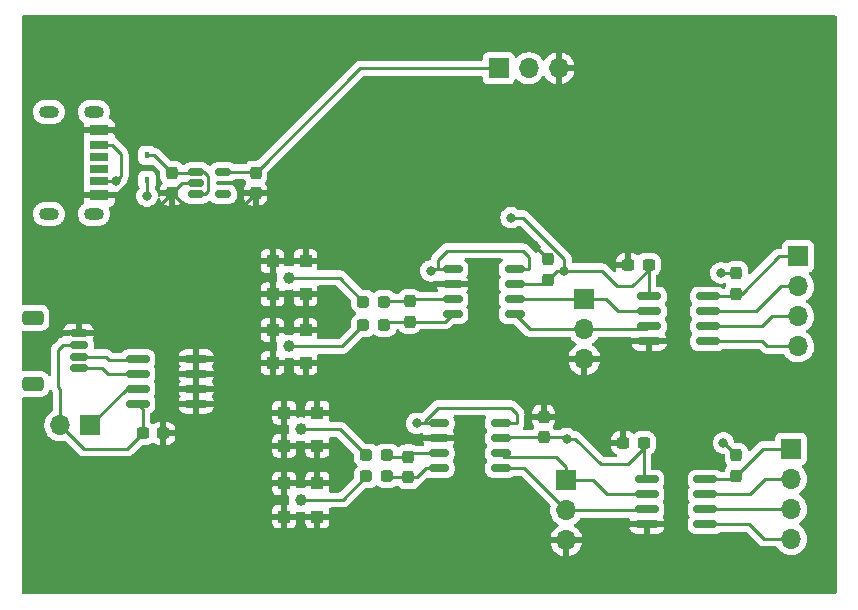
<source format=gbr>
%TF.GenerationSoftware,KiCad,Pcbnew,(6.0.4-0)*%
%TF.CreationDate,2022-10-18T14:28:54-06:00*%
%TF.ProjectId,HX711_710_711_720,48583731-315f-4373-9130-5f3731315f37,rev?*%
%TF.SameCoordinates,Original*%
%TF.FileFunction,Copper,L1,Top*%
%TF.FilePolarity,Positive*%
%FSLAX46Y46*%
G04 Gerber Fmt 4.6, Leading zero omitted, Abs format (unit mm)*
G04 Created by KiCad (PCBNEW (6.0.4-0)) date 2022-10-18 14:28:54*
%MOMM*%
%LPD*%
G01*
G04 APERTURE LIST*
G04 Aperture macros list*
%AMRoundRect*
0 Rectangle with rounded corners*
0 $1 Rounding radius*
0 $2 $3 $4 $5 $6 $7 $8 $9 X,Y pos of 4 corners*
0 Add a 4 corners polygon primitive as box body*
4,1,4,$2,$3,$4,$5,$6,$7,$8,$9,$2,$3,0*
0 Add four circle primitives for the rounded corners*
1,1,$1+$1,$2,$3*
1,1,$1+$1,$4,$5*
1,1,$1+$1,$6,$7*
1,1,$1+$1,$8,$9*
0 Add four rect primitives between the rounded corners*
20,1,$1+$1,$2,$3,$4,$5,0*
20,1,$1+$1,$4,$5,$6,$7,0*
20,1,$1+$1,$6,$7,$8,$9,0*
20,1,$1+$1,$8,$9,$2,$3,0*%
G04 Aperture macros list end*
%TA.AperFunction,SMDPad,CuDef*%
%ADD10RoundRect,0.150000X-0.625000X0.150000X-0.625000X-0.150000X0.625000X-0.150000X0.625000X0.150000X0*%
%TD*%
%TA.AperFunction,SMDPad,CuDef*%
%ADD11RoundRect,0.250000X-0.650000X0.350000X-0.650000X-0.350000X0.650000X-0.350000X0.650000X0.350000X0*%
%TD*%
%TA.AperFunction,ComponentPad*%
%ADD12R,1.700000X1.700000*%
%TD*%
%TA.AperFunction,ComponentPad*%
%ADD13O,1.700000X1.700000*%
%TD*%
%TA.AperFunction,SMDPad,CuDef*%
%ADD14RoundRect,0.237500X-0.237500X0.300000X-0.237500X-0.300000X0.237500X-0.300000X0.237500X0.300000X0*%
%TD*%
%TA.AperFunction,SMDPad,CuDef*%
%ADD15RoundRect,0.150000X-0.825000X-0.150000X0.825000X-0.150000X0.825000X0.150000X-0.825000X0.150000X0*%
%TD*%
%TA.AperFunction,SMDPad,CuDef*%
%ADD16RoundRect,0.237500X-0.300000X-0.237500X0.300000X-0.237500X0.300000X0.237500X-0.300000X0.237500X0*%
%TD*%
%TA.AperFunction,SMDPad,CuDef*%
%ADD17RoundRect,0.150000X-0.512500X-0.150000X0.512500X-0.150000X0.512500X0.150000X-0.512500X0.150000X0*%
%TD*%
%TA.AperFunction,SMDPad,CuDef*%
%ADD18RoundRect,0.150000X0.825000X0.150000X-0.825000X0.150000X-0.825000X-0.150000X0.825000X-0.150000X0*%
%TD*%
%TA.AperFunction,ComponentPad*%
%ADD19O,1.700000X1.000000*%
%TD*%
%TA.AperFunction,SMDPad,CuDef*%
%ADD20R,1.600000X0.800000*%
%TD*%
%TA.AperFunction,SMDPad,CuDef*%
%ADD21R,1.600000X0.900000*%
%TD*%
%TA.AperFunction,SMDPad,CuDef*%
%ADD22R,0.450000X0.600000*%
%TD*%
%TA.AperFunction,SMDPad,CuDef*%
%ADD23RoundRect,0.237500X0.300000X0.237500X-0.300000X0.237500X-0.300000X-0.237500X0.300000X-0.237500X0*%
%TD*%
%TA.AperFunction,SMDPad,CuDef*%
%ADD24RoundRect,0.237500X0.237500X-0.300000X0.237500X0.300000X-0.237500X0.300000X-0.237500X-0.300000X0*%
%TD*%
%TA.AperFunction,SMDPad,CuDef*%
%ADD25RoundRect,0.237500X0.287500X0.237500X-0.287500X0.237500X-0.287500X-0.237500X0.287500X-0.237500X0*%
%TD*%
%TA.AperFunction,SMDPad,CuDef*%
%ADD26RoundRect,0.150000X-0.675000X-0.150000X0.675000X-0.150000X0.675000X0.150000X-0.675000X0.150000X0*%
%TD*%
%TA.AperFunction,SMDPad,CuDef*%
%ADD27C,1.000000*%
%TD*%
%TA.AperFunction,SMDPad,CuDef*%
%ADD28R,1.000000X1.000000*%
%TD*%
%TA.AperFunction,ViaPad*%
%ADD29C,0.800000*%
%TD*%
%TA.AperFunction,Conductor*%
%ADD30C,0.250000*%
%TD*%
G04 APERTURE END LIST*
D10*
%TO.P,J7,1,gnd*%
%TO.N,GND*%
X115300000Y-77400000D03*
%TO.P,J7,2,VCC*%
%TO.N,Net-(C3-Pad2)*%
X115300000Y-78400000D03*
%TO.P,J7,3,SDA*%
%TO.N,Net-(J7-Pad3)*%
X115300000Y-79400000D03*
%TO.P,J7,4,SCL*%
%TO.N,Net-(J7-Pad4)*%
X115300000Y-80400000D03*
D11*
%TO.P,J7,MP*%
%TO.N,N/C*%
X111425000Y-81700000D03*
X111425000Y-76100000D03*
%TD*%
D12*
%TO.P,J4,1,Pin_1*%
%TO.N,Net-(J4-Pad1)*%
X116300000Y-85200000D03*
D13*
%TO.P,J4,2,Pin_2*%
%TO.N,Net-(C3-Pad2)*%
X113760000Y-85200000D03*
%TD*%
D14*
%TO.P,C9,1*%
%TO.N,Net-(C9-Pad1)*%
X171000000Y-87737500D03*
%TO.P,C9,2*%
%TO.N,Net-(C9-Pad2)*%
X171000000Y-89462500D03*
%TD*%
%TO.P,C8,1*%
%TO.N,Net-(C8-Pad1)*%
X171000000Y-72337500D03*
%TO.P,C8,2*%
%TO.N,Net-(C8-Pad2)*%
X171000000Y-74062500D03*
%TD*%
D15*
%TO.P,U5,1,VDD1*%
%TO.N,+3V3*%
X163425000Y-89795000D03*
%TO.P,U5,2,VIA*%
%TO.N,Net-(J8-Pad1)*%
X163425000Y-91065000D03*
%TO.P,U5,3,VOB*%
%TO.N,Net-(J8-Pad2)*%
X163425000Y-92335000D03*
%TO.P,U5,4,GND1*%
%TO.N,GND*%
X163425000Y-93605000D03*
%TO.P,U5,5,GND2*%
%TO.N,Net-(C9-Pad1)*%
X168375000Y-93605000D03*
%TO.P,U5,6,VIB*%
%TO.N,Net-(J11-Pad3)*%
X168375000Y-92335000D03*
%TO.P,U5,7,VOA*%
%TO.N,Net-(J11-Pad2)*%
X168375000Y-91065000D03*
%TO.P,U5,8,VDD2*%
%TO.N,Net-(C9-Pad2)*%
X168375000Y-89795000D03*
%TD*%
%TO.P,U4,1,VDD1*%
%TO.N,+3V3*%
X163625000Y-74295000D03*
%TO.P,U4,2,VIA*%
%TO.N,Net-(J9-Pad1)*%
X163625000Y-75565000D03*
%TO.P,U4,3,VOB*%
%TO.N,Net-(J9-Pad2)*%
X163625000Y-76835000D03*
%TO.P,U4,4,GND1*%
%TO.N,GND*%
X163625000Y-78105000D03*
%TO.P,U4,5,GND2*%
%TO.N,Net-(C8-Pad1)*%
X168575000Y-78105000D03*
%TO.P,U4,6,VIB*%
%TO.N,Net-(J10-Pad3)*%
X168575000Y-76835000D03*
%TO.P,U4,7,VOA*%
%TO.N,Net-(J10-Pad2)*%
X168575000Y-75565000D03*
%TO.P,U4,8,VDD2*%
%TO.N,Net-(C8-Pad2)*%
X168575000Y-74295000D03*
%TD*%
D12*
%TO.P,J11,1,Pin_1*%
%TO.N,Net-(C9-Pad2)*%
X175625000Y-87200000D03*
D13*
%TO.P,J11,2,Pin_2*%
%TO.N,Net-(J11-Pad2)*%
X175625000Y-89740000D03*
%TO.P,J11,3,Pin_3*%
%TO.N,Net-(J11-Pad3)*%
X175625000Y-92280000D03*
%TO.P,J11,4,Pin_4*%
%TO.N,Net-(C9-Pad1)*%
X175625000Y-94820000D03*
%TD*%
D12*
%TO.P,J10,1,Pin_1*%
%TO.N,Net-(C8-Pad2)*%
X176225000Y-70900000D03*
D13*
%TO.P,J10,2,Pin_2*%
%TO.N,Net-(J10-Pad2)*%
X176225000Y-73440000D03*
%TO.P,J10,3,Pin_3*%
%TO.N,Net-(J10-Pad3)*%
X176225000Y-75980000D03*
%TO.P,J10,4,Pin_4*%
%TO.N,Net-(C8-Pad1)*%
X176225000Y-78520000D03*
%TD*%
D16*
%TO.P,C7,1*%
%TO.N,GND*%
X161437500Y-86700000D03*
%TO.P,C7,2*%
%TO.N,+3V3*%
X163162500Y-86700000D03*
%TD*%
%TO.P,C6,1*%
%TO.N,GND*%
X161837500Y-71600000D03*
%TO.P,C6,2*%
%TO.N,+3V3*%
X163562500Y-71600000D03*
%TD*%
D17*
%TO.P,U6,1,IN*%
%TO.N,Net-(C10-Pad1)*%
X125262500Y-63750000D03*
%TO.P,U6,2,GND*%
%TO.N,GND*%
X125262500Y-64700000D03*
%TO.P,U6,3,EN*%
%TO.N,Net-(C10-Pad1)*%
X125262500Y-65650000D03*
%TO.P,U6,4,NC*%
%TO.N,unconnected-(U6-Pad4)*%
X127537500Y-65650000D03*
%TO.P,U6,5,OUT*%
%TO.N,+3V3*%
X127537500Y-63750000D03*
%TD*%
D18*
%TO.P,U1,1,A0*%
%TO.N,GND*%
X125275000Y-83405000D03*
%TO.P,U1,2,A1*%
X125275000Y-82135000D03*
%TO.P,U1,3,A2*%
X125275000Y-80865000D03*
%TO.P,U1,4,VSS*%
X125275000Y-79595000D03*
%TO.P,U1,5,SDA*%
%TO.N,Net-(J7-Pad3)*%
X120325000Y-79595000D03*
%TO.P,U1,6,SCL*%
%TO.N,Net-(J7-Pad4)*%
X120325000Y-80865000D03*
%TO.P,U1,7,WP*%
%TO.N,Net-(J4-Pad1)*%
X120325000Y-82135000D03*
%TO.P,U1,8,VDD*%
%TO.N,Net-(C3-Pad2)*%
X120325000Y-83405000D03*
%TD*%
D19*
%TO.P,J12,0,SHIELD*%
%TO.N,unconnected-(J12-Pad0)*%
X112790000Y-58680000D03*
X112790000Y-67320000D03*
X116590000Y-67320000D03*
X116590000Y-58680000D03*
D20*
%TO.P,J12,A5,CC1*%
%TO.N,unconnected-(J12-PadA5)*%
X117070000Y-62500000D03*
%TO.P,J12,A9,VBUS*%
%TO.N,Net-(D1-Pad2)*%
X117070000Y-64520000D03*
D21*
%TO.P,J12,A12,GND*%
%TO.N,GND*%
X117070000Y-65750000D03*
D20*
%TO.P,J12,B5,CC2*%
%TO.N,unconnected-(J12-PadB5)*%
X117070000Y-63500000D03*
%TO.P,J12,B9,VBUS*%
%TO.N,Net-(D1-Pad2)*%
X117070000Y-61480000D03*
D21*
%TO.P,J12,B12,GND*%
%TO.N,GND*%
X117070000Y-60250000D03*
%TD*%
D22*
%TO.P,D1,1,K*%
%TO.N,Net-(C10-Pad1)*%
X121100000Y-62350000D03*
%TO.P,D1,2,A*%
%TO.N,Net-(D1-Pad2)*%
X121100000Y-64450000D03*
%TD*%
D14*
%TO.P,C11,1*%
%TO.N,+3V3*%
X130300000Y-63837500D03*
%TO.P,C11,2*%
%TO.N,GND*%
X130300000Y-65562500D03*
%TD*%
%TO.P,C5,1*%
%TO.N,GND*%
X154674999Y-84497499D03*
%TO.P,C5,2*%
%TO.N,+3V3*%
X154674999Y-86222499D03*
%TD*%
%TO.P,C10,1*%
%TO.N,Net-(C10-Pad1)*%
X123200000Y-63837500D03*
%TO.P,C10,2*%
%TO.N,GND*%
X123200000Y-65562500D03*
%TD*%
%TO.P,C4,1*%
%TO.N,GND*%
X155074999Y-71147499D03*
%TO.P,C4,2*%
%TO.N,+3V3*%
X155074999Y-72872499D03*
%TD*%
D23*
%TO.P,C3,1*%
%TO.N,GND*%
X122462500Y-85900000D03*
%TO.P,C3,2*%
%TO.N,Net-(C3-Pad2)*%
X120737500Y-85900000D03*
%TD*%
D24*
%TO.P,C2,1*%
%TO.N,Net-(C2-Pad1)*%
X143224999Y-89597499D03*
%TO.P,C2,2*%
%TO.N,Net-(C2-Pad2)*%
X143224999Y-87872499D03*
%TD*%
%TO.P,C1,1*%
%TO.N,Net-(C1-Pad1)*%
X143324999Y-76422499D03*
%TO.P,C1,2*%
%TO.N,Net-(C1-Pad2)*%
X143324999Y-74697499D03*
%TD*%
D12*
%TO.P,J1,1,Pin_1*%
%TO.N,+3V3*%
X150875000Y-54975000D03*
D13*
%TO.P,J1,2,Pin_2*%
%TO.N,unconnected-(J1-Pad2)*%
X153415000Y-54975000D03*
%TO.P,J1,3,Pin_3*%
%TO.N,GND*%
X155955000Y-54975000D03*
%TD*%
D12*
%TO.P,J8,1,Pin_1*%
%TO.N,Net-(J8-Pad1)*%
X156600000Y-89860000D03*
D13*
%TO.P,J8,2,Pin_2*%
%TO.N,Net-(J8-Pad2)*%
X156600000Y-92400000D03*
%TO.P,J8,3,Pin_3*%
%TO.N,GND*%
X156600000Y-94940000D03*
%TD*%
D12*
%TO.P,J9,1,Pin_1*%
%TO.N,Net-(J9-Pad1)*%
X158124999Y-74534999D03*
D13*
%TO.P,J9,2,Pin_2*%
%TO.N,Net-(J9-Pad2)*%
X158124999Y-77074999D03*
%TO.P,J9,3,Pin_3*%
%TO.N,GND*%
X158124999Y-79614999D03*
%TD*%
D25*
%TO.P,R2,1*%
%TO.N,Net-(C1-Pad1)*%
X141174999Y-76734999D03*
%TO.P,R2,2*%
%TO.N,Net-(J5-Pad1)*%
X139424999Y-76734999D03*
%TD*%
%TO.P,R3,1*%
%TO.N,Net-(C2-Pad2)*%
X141399999Y-87734999D03*
%TO.P,R3,2*%
%TO.N,Net-(J2-Pad1)*%
X139649999Y-87734999D03*
%TD*%
%TO.P,R4,1*%
%TO.N,Net-(C2-Pad1)*%
X141424999Y-89534999D03*
%TO.P,R4,2*%
%TO.N,Net-(J6-Pad1)*%
X139674999Y-89534999D03*
%TD*%
D26*
%TO.P,U2,1,VREF*%
%TO.N,/vref*%
X146974999Y-71994999D03*
%TO.P,U2,2,AGND*%
%TO.N,GND*%
X146974999Y-73264999D03*
%TO.P,U2,3,INN*%
%TO.N,Net-(C1-Pad2)*%
X146974999Y-74534999D03*
%TO.P,U2,4,INP*%
%TO.N,Net-(C1-Pad1)*%
X146974999Y-75804999D03*
%TO.P,U2,5,PD_SCK*%
%TO.N,Net-(J9-Pad2)*%
X152224999Y-75804999D03*
%TO.P,U2,6,DOUT*%
%TO.N,Net-(J9-Pad1)*%
X152224999Y-74534999D03*
%TO.P,U2,7,DVDD*%
%TO.N,+3V3*%
X152224999Y-73264999D03*
%TO.P,U2,8,AVDD*%
%TO.N,/vref*%
X152224999Y-71994999D03*
%TD*%
%TO.P,U3,1,VREF*%
%TO.N,/vref*%
X145799999Y-85029999D03*
%TO.P,U3,2,AGND*%
%TO.N,GND*%
X145799999Y-86299999D03*
%TO.P,U3,3,INN*%
%TO.N,Net-(C2-Pad2)*%
X145799999Y-87569999D03*
%TO.P,U3,4,INP*%
%TO.N,Net-(C2-Pad1)*%
X145799999Y-88839999D03*
%TO.P,U3,5,PD_SCK*%
%TO.N,Net-(J8-Pad2)*%
X151049999Y-88839999D03*
%TO.P,U3,6,DOUT*%
%TO.N,Net-(J8-Pad1)*%
X151049999Y-87569999D03*
%TO.P,U3,7,DVDD*%
%TO.N,+3V3*%
X151049999Y-86299999D03*
%TO.P,U3,8,VOUT*%
%TO.N,/vref*%
X151049999Y-85029999D03*
%TD*%
D25*
%TO.P,R1,1*%
%TO.N,Net-(C1-Pad2)*%
X141174999Y-74734999D03*
%TO.P,R1,2*%
%TO.N,Net-(J3-Pad1)*%
X139424999Y-74734999D03*
%TD*%
D27*
%TO.P,J3,1,In*%
%TO.N,Net-(J3-Pad1)*%
X133124999Y-72724999D03*
D28*
%TO.P,J3,2,Ext*%
%TO.N,GND*%
X131724999Y-74124999D03*
X134524999Y-71324999D03*
X131724999Y-71324999D03*
X134524999Y-74124999D03*
%TD*%
D27*
%TO.P,J5,1,In*%
%TO.N,Net-(J5-Pad1)*%
X133124999Y-78534999D03*
D28*
%TO.P,J5,2,Ext*%
%TO.N,GND*%
X131724999Y-77134999D03*
X134524999Y-77134999D03*
X134524999Y-79934999D03*
X131724999Y-79934999D03*
%TD*%
D27*
%TO.P,J6,1,In*%
%TO.N,Net-(J6-Pad1)*%
X134124999Y-91534999D03*
D28*
%TO.P,J6,2,Ext*%
%TO.N,GND*%
X132724999Y-92934999D03*
X132724999Y-90134999D03*
X135524999Y-92934999D03*
X135524999Y-90134999D03*
%TD*%
D27*
%TO.P,J2,1,In*%
%TO.N,Net-(J2-Pad1)*%
X134124999Y-85534999D03*
D28*
%TO.P,J2,2,Ext*%
%TO.N,GND*%
X135524999Y-84134999D03*
X132724999Y-86934999D03*
X135524999Y-86934999D03*
X132724999Y-84134999D03*
%TD*%
D29*
%TO.N,Net-(D1-Pad2)*%
X121100000Y-65800000D03*
X118480000Y-64520000D03*
%TO.N,Net-(C8-Pad1)*%
X169700000Y-72300000D03*
%TO.N,Net-(C9-Pad1)*%
X169900000Y-86700000D03*
%TO.N,GND*%
X153824999Y-69934999D03*
%TO.N,+3V3*%
X151924999Y-67634999D03*
X156624999Y-86334999D03*
X156424999Y-72134999D03*
%TO.N,/vref*%
X143924999Y-85034999D03*
X145124999Y-72134999D03*
%TD*%
D30*
%TO.N,Net-(C3-Pad2)*%
X113760000Y-85200000D02*
X115760000Y-87200000D01*
X115760000Y-87200000D02*
X119437500Y-87200000D01*
X119437500Y-87200000D02*
X120737500Y-85900000D01*
X113600000Y-81960000D02*
X113760000Y-82120000D01*
X113760000Y-82120000D02*
X113760000Y-85200000D01*
%TO.N,Net-(J4-Pad1)*%
X120325000Y-82135000D02*
X119365000Y-82135000D01*
X119365000Y-82135000D02*
X116300000Y-85200000D01*
%TO.N,Net-(C3-Pad2)*%
X120737500Y-85900000D02*
X120737500Y-83817500D01*
X120737500Y-83817500D02*
X120325000Y-83405000D01*
X114000000Y-78400000D02*
X113600000Y-78800000D01*
X113600000Y-78800000D02*
X113600000Y-81960000D01*
X115300000Y-78400000D02*
X114000000Y-78400000D01*
%TO.N,Net-(J7-Pad3)*%
X117600000Y-79400000D02*
X117900000Y-79700000D01*
X115300000Y-79400000D02*
X117600000Y-79400000D01*
X117900000Y-79700000D02*
X120220000Y-79700000D01*
X120220000Y-79700000D02*
X120325000Y-79595000D01*
%TO.N,Net-(J7-Pad4)*%
X117765000Y-80865000D02*
X117300000Y-80400000D01*
X120325000Y-80865000D02*
X117765000Y-80865000D01*
X117300000Y-80400000D02*
X115300000Y-80400000D01*
%TO.N,+3V3*%
X130300000Y-63837500D02*
X139162500Y-54975000D01*
X139162500Y-54975000D02*
X150875000Y-54975000D01*
%TO.N,Net-(J6-Pad1)*%
X134124999Y-91534999D02*
X137674999Y-91534999D01*
X137674999Y-91534999D02*
X139674999Y-89534999D01*
%TO.N,Net-(J2-Pad1)*%
X134124999Y-85534999D02*
X137449999Y-85534999D01*
X137449999Y-85534999D02*
X139649999Y-87734999D01*
%TO.N,Net-(J5-Pad1)*%
X133124999Y-78534999D02*
X137624999Y-78534999D01*
X137624999Y-78534999D02*
X139424999Y-76734999D01*
%TO.N,Net-(J3-Pad1)*%
X133124999Y-72724999D02*
X137414999Y-72724999D01*
X137414999Y-72724999D02*
X139424999Y-74734999D01*
%TO.N,+3V3*%
X127537500Y-63750000D02*
X130212500Y-63750000D01*
%TO.N,GND*%
X123200000Y-65562500D02*
X124737500Y-67100000D01*
X124737500Y-67100000D02*
X128762500Y-67100000D01*
X128762500Y-67100000D02*
X130300000Y-65562500D01*
X123200000Y-65562500D02*
X124062500Y-64700000D01*
X124062500Y-64700000D02*
X125262500Y-64700000D01*
%TO.N,Net-(C10-Pad1)*%
X126300000Y-64100000D02*
X126300000Y-65400000D01*
X125262500Y-63750000D02*
X125950000Y-63750000D01*
X125950000Y-63750000D02*
X126300000Y-64100000D01*
X126300000Y-65400000D02*
X126050000Y-65650000D01*
X126050000Y-65650000D02*
X125262500Y-65650000D01*
X123200000Y-63837500D02*
X125175000Y-63837500D01*
%TO.N,GND*%
X118450000Y-65750000D02*
X120000000Y-67300000D01*
X120000000Y-67300000D02*
X121462500Y-67300000D01*
X121462500Y-67300000D02*
X123200000Y-65562500D01*
%TO.N,Net-(C10-Pad1)*%
X121100000Y-62350000D02*
X121712500Y-62350000D01*
X121712500Y-62350000D02*
X123200000Y-63837500D01*
%TO.N,Net-(D1-Pad2)*%
X121100000Y-64450000D02*
X121100000Y-65800000D01*
X117070000Y-64520000D02*
X118480000Y-64520000D01*
%TO.N,+3V3*%
X163562500Y-71600000D02*
X163562500Y-74232500D01*
X156424999Y-72134999D02*
X159634999Y-72134999D01*
X159634999Y-72134999D02*
X160900000Y-73400000D01*
X160900000Y-73400000D02*
X162200000Y-73400000D01*
X162200000Y-73400000D02*
X163562500Y-72037500D01*
X163562500Y-72037500D02*
X163562500Y-71600000D01*
X156624999Y-86334999D02*
X157334999Y-86334999D01*
X157334999Y-86334999D02*
X159500000Y-88500000D01*
X159500000Y-88500000D02*
X161800000Y-88500000D01*
X161800000Y-88500000D02*
X163162500Y-87137500D01*
X163162500Y-87137500D02*
X163162500Y-86700000D01*
X163162500Y-86700000D02*
X163162500Y-89532500D01*
X163162500Y-89532500D02*
X163425000Y-89795000D01*
%TO.N,Net-(J9-Pad1)*%
X163625000Y-75565000D02*
X160965000Y-75565000D01*
X160965000Y-75565000D02*
X159934999Y-74534999D01*
X159934999Y-74534999D02*
X158124999Y-74534999D01*
%TO.N,Net-(J9-Pad2)*%
X158124999Y-77074999D02*
X163385001Y-77074999D01*
X163385001Y-77074999D02*
X163625000Y-76835000D01*
%TO.N,Net-(J8-Pad1)*%
X163425000Y-91065000D02*
X160065000Y-91065000D01*
X160065000Y-91065000D02*
X158860000Y-89860000D01*
X158860000Y-89860000D02*
X156600000Y-89860000D01*
%TO.N,Net-(J8-Pad2)*%
X163360000Y-92400000D02*
X156600000Y-92400000D01*
%TO.N,Net-(C8-Pad1)*%
X169700000Y-72300000D02*
X170962500Y-72300000D01*
%TO.N,Net-(C9-Pad1)*%
X169900000Y-86700000D02*
X169962500Y-86700000D01*
X169962500Y-86700000D02*
X171000000Y-87737500D01*
X168375000Y-93605000D02*
X172105000Y-93605000D01*
X172105000Y-93605000D02*
X173320000Y-94820000D01*
X173320000Y-94820000D02*
X175625000Y-94820000D01*
%TO.N,Net-(J11-Pad3)*%
X168430000Y-92280000D02*
X175625000Y-92280000D01*
%TO.N,Net-(J11-Pad2)*%
X168375000Y-91065000D02*
X172135000Y-91065000D01*
X172135000Y-91065000D02*
X173460000Y-89740000D01*
X173460000Y-89740000D02*
X175625000Y-89740000D01*
%TO.N,Net-(C9-Pad2)*%
X171000000Y-89462500D02*
X173262500Y-87200000D01*
X173262500Y-87200000D02*
X175625000Y-87200000D01*
X168375000Y-89795000D02*
X170667500Y-89795000D01*
%TO.N,Net-(C8-Pad2)*%
X171000000Y-74062500D02*
X171437500Y-74062500D01*
X171437500Y-74062500D02*
X174600000Y-70900000D01*
X174600000Y-70900000D02*
X176225000Y-70900000D01*
X168575000Y-74295000D02*
X170767500Y-74295000D01*
%TO.N,Net-(C8-Pad1)*%
X168575000Y-78105000D02*
X173205000Y-78105000D01*
X173205000Y-78105000D02*
X173620000Y-78520000D01*
X173620000Y-78520000D02*
X176225000Y-78520000D01*
%TO.N,Net-(J10-Pad3)*%
X168575000Y-76835000D02*
X173165000Y-76835000D01*
X173165000Y-76835000D02*
X174020000Y-75980000D01*
X174020000Y-75980000D02*
X176225000Y-75980000D01*
%TO.N,Net-(J10-Pad2)*%
X168575000Y-75565000D02*
X172635000Y-75565000D01*
X172635000Y-75565000D02*
X174760000Y-73440000D01*
X174760000Y-73440000D02*
X176225000Y-73440000D01*
%TO.N,GND*%
X117070000Y-65750000D02*
X118450000Y-65750000D01*
X118450000Y-65750000D02*
X119700000Y-64500000D01*
X119700000Y-64500000D02*
X119700000Y-61800000D01*
X119700000Y-61800000D02*
X118150000Y-60250000D01*
X118150000Y-60250000D02*
X117070000Y-60250000D01*
%TO.N,Net-(D1-Pad2)*%
X118900000Y-62260000D02*
X118900000Y-64100000D01*
X118120000Y-61480000D02*
X118900000Y-62260000D01*
X117070000Y-61480000D02*
X118120000Y-61480000D01*
X118900000Y-64100000D02*
X118480000Y-64520000D01*
%TO.N,GND*%
X155024999Y-71134999D02*
X153824999Y-69934999D01*
%TO.N,+3V3*%
X154674999Y-86234999D02*
X156524999Y-86234999D01*
X155824999Y-72134999D02*
X155074999Y-72884999D01*
X156424999Y-72134999D02*
X155824999Y-72134999D01*
X154674999Y-86234999D02*
X151114999Y-86234999D01*
X156424999Y-72134999D02*
X156424999Y-71164489D01*
X152895509Y-67634999D02*
X151924999Y-67634999D01*
X156424999Y-71164489D02*
X152895509Y-67634999D01*
X154694999Y-73264999D02*
X155074999Y-72884999D01*
X156524999Y-86234999D02*
X156624999Y-86334999D01*
X152224999Y-73264999D02*
X154694999Y-73264999D01*
%TO.N,Net-(C1-Pad2)*%
X146974999Y-74534999D02*
X143474999Y-74534999D01*
X143324999Y-74684999D02*
X141224999Y-74684999D01*
%TO.N,Net-(C1-Pad1)*%
X143324999Y-76434999D02*
X141474999Y-76434999D01*
X146974999Y-75804999D02*
X146344999Y-76434999D01*
X146344999Y-76434999D02*
X143324999Y-76434999D01*
%TO.N,Net-(C2-Pad2)*%
X143224999Y-87859999D02*
X141524999Y-87859999D01*
X145799999Y-87569999D02*
X143514999Y-87569999D01*
%TO.N,Net-(C2-Pad1)*%
X143949999Y-89609999D02*
X143224999Y-89609999D01*
X145799999Y-88839999D02*
X144719999Y-88839999D01*
X143224999Y-89609999D02*
X141499999Y-89609999D01*
X144719999Y-88839999D02*
X143949999Y-89609999D01*
%TO.N,Net-(J8-Pad2)*%
X153039999Y-88839999D02*
X156600000Y-92400000D01*
X151049999Y-88839999D02*
X153039999Y-88839999D01*
%TO.N,Net-(J8-Pad1)*%
X156600000Y-88760000D02*
X156600000Y-89860000D01*
X155709999Y-87869999D02*
X156600000Y-88760000D01*
X151349999Y-87869999D02*
X155709999Y-87869999D01*
X151049999Y-87569999D02*
X151349999Y-87869999D01*
%TO.N,Net-(J9-Pad2)*%
X153494999Y-77074999D02*
X152224999Y-75804999D01*
X158124999Y-77074999D02*
X153494999Y-77074999D01*
%TO.N,Net-(J9-Pad1)*%
X158124999Y-74534999D02*
X152224999Y-74534999D01*
%TO.N,/vref*%
X146504999Y-70434999D02*
X152924999Y-70434999D01*
X143924999Y-85034999D02*
X145794999Y-85034999D01*
X153424999Y-71934999D02*
X153364999Y-71994999D01*
X153424999Y-70934999D02*
X153424999Y-71934999D01*
X144624999Y-84834999D02*
X144819999Y-85029999D01*
X146974999Y-71994999D02*
X145764999Y-71994999D01*
X151874999Y-85029999D02*
X151879999Y-85034999D01*
X144819999Y-85029999D02*
X145799999Y-85029999D01*
X145764999Y-71174999D02*
X146504999Y-70434999D01*
X153364999Y-71994999D02*
X152224999Y-71994999D01*
X145724999Y-83734999D02*
X144624999Y-84834999D01*
X151049999Y-85029999D02*
X151874999Y-85029999D01*
X152424999Y-85034999D02*
X152424999Y-84234999D01*
X146974999Y-71994999D02*
X145264999Y-71994999D01*
X151879999Y-85034999D02*
X152424999Y-85034999D01*
X145264999Y-71994999D02*
X145124999Y-72134999D01*
X151924999Y-83734999D02*
X145724999Y-83734999D01*
X152424999Y-84234999D02*
X151924999Y-83734999D01*
X152924999Y-70434999D02*
X153424999Y-70934999D01*
X145764999Y-71994999D02*
X145764999Y-71174999D01*
%TD*%
%TA.AperFunction,Conductor*%
%TO.N,GND*%
G36*
X179433621Y-50528502D02*
G01*
X179480114Y-50582158D01*
X179491500Y-50634500D01*
X179491500Y-99365500D01*
X179471498Y-99433621D01*
X179417842Y-99480114D01*
X179365500Y-99491500D01*
X110634500Y-99491500D01*
X110566379Y-99471498D01*
X110519886Y-99417842D01*
X110508500Y-99365500D01*
X110508500Y-95207966D01*
X155268257Y-95207966D01*
X155298565Y-95342446D01*
X155301645Y-95352275D01*
X155381770Y-95549603D01*
X155386413Y-95558794D01*
X155497694Y-95740388D01*
X155503777Y-95748699D01*
X155643213Y-95909667D01*
X155650580Y-95916883D01*
X155814434Y-96052916D01*
X155822881Y-96058831D01*
X156006756Y-96166279D01*
X156016042Y-96170729D01*
X156215001Y-96246703D01*
X156224899Y-96249579D01*
X156328250Y-96270606D01*
X156342299Y-96269410D01*
X156346000Y-96259065D01*
X156346000Y-96258517D01*
X156854000Y-96258517D01*
X156858064Y-96272359D01*
X156871478Y-96274393D01*
X156878184Y-96273534D01*
X156888262Y-96271392D01*
X157092255Y-96210191D01*
X157101842Y-96206433D01*
X157293095Y-96112739D01*
X157301945Y-96107464D01*
X157475328Y-95983792D01*
X157483200Y-95977139D01*
X157634052Y-95826812D01*
X157640730Y-95818965D01*
X157765003Y-95646020D01*
X157770313Y-95637183D01*
X157864670Y-95446267D01*
X157868469Y-95436672D01*
X157930377Y-95232910D01*
X157932555Y-95222837D01*
X157933986Y-95211962D01*
X157931775Y-95197778D01*
X157918617Y-95194000D01*
X156872115Y-95194000D01*
X156856876Y-95198475D01*
X156855671Y-95199865D01*
X156854000Y-95207548D01*
X156854000Y-96258517D01*
X156346000Y-96258517D01*
X156346000Y-95212115D01*
X156341525Y-95196876D01*
X156340135Y-95195671D01*
X156332452Y-95194000D01*
X155283225Y-95194000D01*
X155269694Y-95197973D01*
X155268257Y-95207966D01*
X110508500Y-95207966D01*
X110508500Y-93479668D01*
X131717000Y-93479668D01*
X131717370Y-93486489D01*
X131722894Y-93537351D01*
X131726520Y-93552603D01*
X131771675Y-93673053D01*
X131780213Y-93688648D01*
X131856714Y-93790723D01*
X131869275Y-93803284D01*
X131971350Y-93879785D01*
X131986945Y-93888323D01*
X132107393Y-93933477D01*
X132122648Y-93937104D01*
X132173513Y-93942630D01*
X132180327Y-93942999D01*
X132452884Y-93942999D01*
X132468123Y-93938524D01*
X132469328Y-93937134D01*
X132470999Y-93929451D01*
X132470999Y-93924883D01*
X132978999Y-93924883D01*
X132983474Y-93940122D01*
X132984864Y-93941327D01*
X132992547Y-93942998D01*
X133269668Y-93942998D01*
X133276489Y-93942628D01*
X133327351Y-93937104D01*
X133342603Y-93933478D01*
X133463053Y-93888323D01*
X133478648Y-93879785D01*
X133580723Y-93803284D01*
X133593284Y-93790723D01*
X133669785Y-93688648D01*
X133678323Y-93673053D01*
X133723477Y-93552605D01*
X133727104Y-93537350D01*
X133732630Y-93486485D01*
X133732999Y-93479671D01*
X133732999Y-93479668D01*
X134517000Y-93479668D01*
X134517370Y-93486489D01*
X134522894Y-93537351D01*
X134526520Y-93552603D01*
X134571675Y-93673053D01*
X134580213Y-93688648D01*
X134656714Y-93790723D01*
X134669275Y-93803284D01*
X134771350Y-93879785D01*
X134786945Y-93888323D01*
X134907393Y-93933477D01*
X134922648Y-93937104D01*
X134973513Y-93942630D01*
X134980327Y-93942999D01*
X135252884Y-93942999D01*
X135268123Y-93938524D01*
X135269328Y-93937134D01*
X135270999Y-93929451D01*
X135270999Y-93924883D01*
X135778999Y-93924883D01*
X135783474Y-93940122D01*
X135784864Y-93941327D01*
X135792547Y-93942998D01*
X136069668Y-93942998D01*
X136076489Y-93942628D01*
X136127351Y-93937104D01*
X136142603Y-93933478D01*
X136263053Y-93888323D01*
X136278648Y-93879785D01*
X136380723Y-93803284D01*
X136393284Y-93790723D01*
X136469785Y-93688648D01*
X136478323Y-93673053D01*
X136523477Y-93552605D01*
X136527104Y-93537350D01*
X136532630Y-93486485D01*
X136532999Y-93479671D01*
X136532999Y-93207114D01*
X136528524Y-93191875D01*
X136527134Y-93190670D01*
X136519451Y-93188999D01*
X135797114Y-93188999D01*
X135781875Y-93193474D01*
X135780670Y-93194864D01*
X135778999Y-93202547D01*
X135778999Y-93924883D01*
X135270999Y-93924883D01*
X135270999Y-93207114D01*
X135266524Y-93191875D01*
X135265134Y-93190670D01*
X135257451Y-93188999D01*
X134535115Y-93188999D01*
X134519876Y-93193474D01*
X134518671Y-93194864D01*
X134517000Y-93202547D01*
X134517000Y-93479668D01*
X133732999Y-93479668D01*
X133732999Y-93207114D01*
X133728524Y-93191875D01*
X133727134Y-93190670D01*
X133719451Y-93188999D01*
X132997114Y-93188999D01*
X132981875Y-93193474D01*
X132980670Y-93194864D01*
X132978999Y-93202547D01*
X132978999Y-93924883D01*
X132470999Y-93924883D01*
X132470999Y-93207114D01*
X132466524Y-93191875D01*
X132465134Y-93190670D01*
X132457451Y-93188999D01*
X131735115Y-93188999D01*
X131719876Y-93193474D01*
X131718671Y-93194864D01*
X131717000Y-93202547D01*
X131717000Y-93479668D01*
X110508500Y-93479668D01*
X110508500Y-92662884D01*
X131716999Y-92662884D01*
X131721474Y-92678123D01*
X131722864Y-92679328D01*
X131730547Y-92680999D01*
X132452884Y-92680999D01*
X132468123Y-92676524D01*
X132469328Y-92675134D01*
X132470999Y-92667451D01*
X132470999Y-92662884D01*
X132978999Y-92662884D01*
X132983474Y-92678123D01*
X132984864Y-92679328D01*
X132992547Y-92680999D01*
X133714883Y-92680999D01*
X133730122Y-92676524D01*
X133731327Y-92675134D01*
X133732998Y-92667451D01*
X133732998Y-92641499D01*
X133753000Y-92573378D01*
X133806656Y-92526885D01*
X133876930Y-92516781D01*
X133897934Y-92521666D01*
X133907391Y-92524739D01*
X134103776Y-92548157D01*
X134109911Y-92547685D01*
X134109913Y-92547685D01*
X134294829Y-92533456D01*
X134294833Y-92533455D01*
X134300971Y-92532983D01*
X134357116Y-92517307D01*
X134428105Y-92518253D01*
X134487314Y-92557428D01*
X134515944Y-92622396D01*
X134516999Y-92638665D01*
X134516999Y-92662884D01*
X134521474Y-92678123D01*
X134522864Y-92679328D01*
X134530547Y-92680999D01*
X136514883Y-92680999D01*
X136530122Y-92676524D01*
X136531327Y-92675134D01*
X136532998Y-92667451D01*
X136532998Y-92390330D01*
X136532628Y-92383509D01*
X136527104Y-92332647D01*
X136524964Y-92323646D01*
X136528665Y-92252746D01*
X136570110Y-92195102D01*
X136636141Y-92169016D01*
X136647546Y-92168499D01*
X137596232Y-92168499D01*
X137607415Y-92169026D01*
X137614908Y-92170701D01*
X137622834Y-92170452D01*
X137622835Y-92170452D01*
X137682985Y-92168561D01*
X137686944Y-92168499D01*
X137714855Y-92168499D01*
X137718790Y-92168002D01*
X137718855Y-92167994D01*
X137730692Y-92167061D01*
X137762950Y-92166047D01*
X137766969Y-92165921D01*
X137774888Y-92165672D01*
X137794342Y-92160020D01*
X137813699Y-92156012D01*
X137825929Y-92154467D01*
X137825930Y-92154467D01*
X137833796Y-92153473D01*
X137841167Y-92150554D01*
X137841169Y-92150554D01*
X137874911Y-92137195D01*
X137886141Y-92133350D01*
X137920982Y-92123228D01*
X137920983Y-92123228D01*
X137928592Y-92121017D01*
X137935411Y-92116984D01*
X137935416Y-92116982D01*
X137946027Y-92110706D01*
X137963775Y-92102011D01*
X137982616Y-92094551D01*
X137997201Y-92083955D01*
X138018386Y-92068563D01*
X138028306Y-92062047D01*
X138059534Y-92043579D01*
X138059537Y-92043577D01*
X138066361Y-92039541D01*
X138080682Y-92025220D01*
X138095716Y-92012379D01*
X138112106Y-92000471D01*
X138140297Y-91966394D01*
X138148287Y-91957615D01*
X139550499Y-90555404D01*
X139612811Y-90521378D01*
X139639594Y-90518499D01*
X140012071Y-90518499D01*
X140015317Y-90518162D01*
X140015321Y-90518162D01*
X140109234Y-90508418D01*
X140109238Y-90508417D01*
X140116092Y-90507706D01*
X140122628Y-90505525D01*
X140122630Y-90505525D01*
X140255394Y-90461231D01*
X140281106Y-90452653D01*
X140376693Y-90393502D01*
X140422804Y-90364968D01*
X140422805Y-90364967D01*
X140429030Y-90361115D01*
X140460878Y-90329212D01*
X140523158Y-90295133D01*
X140593978Y-90300136D01*
X140639066Y-90329056D01*
X140649012Y-90338984D01*
X140671996Y-90361928D01*
X140678226Y-90365768D01*
X140678227Y-90365769D01*
X140808835Y-90446277D01*
X140820079Y-90453208D01*
X140985190Y-90507973D01*
X140992026Y-90508673D01*
X140992029Y-90508674D01*
X141043525Y-90513950D01*
X141087927Y-90518499D01*
X141762071Y-90518499D01*
X141765317Y-90518162D01*
X141765321Y-90518162D01*
X141859234Y-90508418D01*
X141859238Y-90508417D01*
X141866092Y-90507706D01*
X141872628Y-90505525D01*
X141872630Y-90505525D01*
X142005394Y-90461231D01*
X142031106Y-90452653D01*
X142179030Y-90361115D01*
X142201123Y-90338983D01*
X142263404Y-90304904D01*
X142334224Y-90309907D01*
X142391098Y-90352403D01*
X142393252Y-90355560D01*
X142395029Y-90357802D01*
X142398883Y-90364030D01*
X142404065Y-90369203D01*
X142516815Y-90481757D01*
X142516820Y-90481761D01*
X142521996Y-90486928D01*
X142528226Y-90490768D01*
X142528227Y-90490769D01*
X142626824Y-90551545D01*
X142670079Y-90578208D01*
X142835190Y-90632973D01*
X142842026Y-90633673D01*
X142842029Y-90633674D01*
X142893525Y-90638950D01*
X142937927Y-90643499D01*
X143512071Y-90643499D01*
X143515317Y-90643162D01*
X143515321Y-90643162D01*
X143609234Y-90633418D01*
X143609238Y-90633417D01*
X143616092Y-90632706D01*
X143622628Y-90630525D01*
X143622630Y-90630525D01*
X143755394Y-90586231D01*
X143781106Y-90577653D01*
X143929030Y-90486115D01*
X143966442Y-90448638D01*
X144046757Y-90368183D01*
X144046761Y-90368178D01*
X144051928Y-90363002D01*
X144118750Y-90254597D01*
X144171523Y-90207104D01*
X144190853Y-90199718D01*
X144195981Y-90198228D01*
X144195980Y-90198228D01*
X144203592Y-90196017D01*
X144210411Y-90191984D01*
X144210416Y-90191982D01*
X144221027Y-90185706D01*
X144238775Y-90177011D01*
X144257616Y-90169551D01*
X144293386Y-90143563D01*
X144303306Y-90137047D01*
X144334534Y-90118579D01*
X144334537Y-90118577D01*
X144341361Y-90114541D01*
X144355682Y-90100220D01*
X144370716Y-90087379D01*
X144380693Y-90080130D01*
X144387106Y-90075471D01*
X144415297Y-90041394D01*
X144423287Y-90032615D01*
X144805112Y-89650790D01*
X144867424Y-89616764D01*
X144929358Y-89618888D01*
X144972839Y-89631520D01*
X145014991Y-89643767D01*
X145014996Y-89643768D01*
X145021168Y-89645561D01*
X145027573Y-89646065D01*
X145027578Y-89646066D01*
X145056041Y-89648306D01*
X145056049Y-89648306D01*
X145058497Y-89648499D01*
X146541501Y-89648499D01*
X146543949Y-89648306D01*
X146543957Y-89648306D01*
X146572420Y-89646066D01*
X146572425Y-89646065D01*
X146578830Y-89645561D01*
X146678768Y-89616527D01*
X146730987Y-89601356D01*
X146730989Y-89601355D01*
X146738600Y-89599144D01*
X146777663Y-89576042D01*
X146874979Y-89518490D01*
X146874982Y-89518488D01*
X146881806Y-89514452D01*
X146999452Y-89396806D01*
X147003488Y-89389982D01*
X147003490Y-89389979D01*
X147071767Y-89274528D01*
X147084144Y-89253600D01*
X147086630Y-89245045D01*
X147110901Y-89161500D01*
X147130561Y-89093830D01*
X147131917Y-89076609D01*
X147133306Y-89058957D01*
X147133306Y-89058949D01*
X147133499Y-89056501D01*
X147133499Y-88623497D01*
X147133306Y-88621041D01*
X147131066Y-88592578D01*
X147131065Y-88592573D01*
X147130561Y-88586168D01*
X147084144Y-88426398D01*
X146999452Y-88283192D01*
X146996770Y-88280510D01*
X146971497Y-88216138D01*
X146985399Y-88146515D01*
X146995571Y-88130687D01*
X146999452Y-88126806D01*
X147084144Y-87983600D01*
X147097644Y-87937134D01*
X147118164Y-87866500D01*
X147130561Y-87823830D01*
X147131213Y-87815555D01*
X147133306Y-87788957D01*
X147133306Y-87788949D01*
X147133499Y-87786501D01*
X147133499Y-87353497D01*
X147133306Y-87351041D01*
X147131066Y-87322578D01*
X147131065Y-87322573D01*
X147130561Y-87316168D01*
X147095319Y-87194864D01*
X147086356Y-87164011D01*
X147086355Y-87164009D01*
X147084144Y-87156398D01*
X147036571Y-87075956D01*
X147003492Y-87020023D01*
X147003491Y-87020022D01*
X146999452Y-87013192D01*
X146996512Y-87010252D01*
X146971179Y-86945733D01*
X146985078Y-86876110D01*
X146997125Y-86857363D01*
X147003089Y-86849675D01*
X147079647Y-86720220D01*
X147085892Y-86705789D01*
X147124938Y-86571394D01*
X147124898Y-86557293D01*
X147117629Y-86553999D01*
X144488121Y-86553999D01*
X144474590Y-86557972D01*
X144473455Y-86565870D01*
X144514106Y-86705789D01*
X144520351Y-86720220D01*
X144535810Y-86746360D01*
X144553269Y-86815176D01*
X144530752Y-86882508D01*
X144475408Y-86926977D01*
X144427356Y-86936499D01*
X143888164Y-86936499D01*
X143822049Y-86917760D01*
X143779919Y-86891790D01*
X143614808Y-86837025D01*
X143607972Y-86836325D01*
X143607969Y-86836324D01*
X143556473Y-86831048D01*
X143512071Y-86826499D01*
X142937927Y-86826499D01*
X142934681Y-86826836D01*
X142934677Y-86826836D01*
X142840764Y-86836580D01*
X142840760Y-86836581D01*
X142833906Y-86837292D01*
X142827370Y-86839473D01*
X142827368Y-86839473D01*
X142725620Y-86873419D01*
X142668892Y-86892345D01*
X142520968Y-86983883D01*
X142515795Y-86989065D01*
X142463075Y-87041877D01*
X142400793Y-87075956D01*
X142329972Y-87070953D01*
X142277072Y-87032514D01*
X142276115Y-87030968D01*
X142257338Y-87012224D01*
X142158183Y-86913241D01*
X142158178Y-86913237D01*
X142153002Y-86908070D01*
X142133617Y-86896121D01*
X142011149Y-86820630D01*
X142011147Y-86820629D01*
X142004919Y-86816790D01*
X141839808Y-86762025D01*
X141832972Y-86761325D01*
X141832969Y-86761324D01*
X141781473Y-86756048D01*
X141737071Y-86751499D01*
X141062927Y-86751499D01*
X141059681Y-86751836D01*
X141059677Y-86751836D01*
X140965764Y-86761580D01*
X140965760Y-86761581D01*
X140958906Y-86762292D01*
X140952370Y-86764473D01*
X140952368Y-86764473D01*
X140819604Y-86808767D01*
X140793892Y-86817345D01*
X140750446Y-86844230D01*
X140653489Y-86904229D01*
X140645968Y-86908883D01*
X140614120Y-86940786D01*
X140551840Y-86974865D01*
X140481020Y-86969862D01*
X140435932Y-86940942D01*
X140408183Y-86913242D01*
X140408182Y-86913241D01*
X140403002Y-86908070D01*
X140383617Y-86896121D01*
X140261149Y-86820630D01*
X140261147Y-86820629D01*
X140254919Y-86816790D01*
X140089808Y-86762025D01*
X140082972Y-86761325D01*
X140082969Y-86761324D01*
X140031473Y-86756048D01*
X139987071Y-86751499D01*
X139614593Y-86751499D01*
X139546472Y-86731497D01*
X139525498Y-86714594D01*
X138754404Y-85943499D01*
X137953651Y-85142746D01*
X137946111Y-85134460D01*
X137941999Y-85127981D01*
X137892347Y-85081355D01*
X137889506Y-85078601D01*
X137869769Y-85058864D01*
X137866572Y-85056384D01*
X137857550Y-85048679D01*
X137842982Y-85034999D01*
X143011495Y-85034999D01*
X143012185Y-85041564D01*
X143030588Y-85216656D01*
X143031457Y-85224927D01*
X143090472Y-85406555D01*
X143093775Y-85412277D01*
X143093776Y-85412278D01*
X143111860Y-85443600D01*
X143185959Y-85571943D01*
X143190377Y-85576850D01*
X143190378Y-85576851D01*
X143309324Y-85708954D01*
X143313746Y-85713865D01*
X143385874Y-85766269D01*
X143445829Y-85809829D01*
X143468247Y-85826117D01*
X143474275Y-85828801D01*
X143474277Y-85828802D01*
X143632810Y-85899385D01*
X143642711Y-85903793D01*
X143736111Y-85923646D01*
X143823055Y-85942127D01*
X143823060Y-85942127D01*
X143829512Y-85943499D01*
X144020486Y-85943499D01*
X144026938Y-85942127D01*
X144026943Y-85942127D01*
X144113886Y-85923646D01*
X144207287Y-85903793D01*
X144253345Y-85883287D01*
X144308514Y-85858724D01*
X144378881Y-85849290D01*
X144443178Y-85879396D01*
X144480992Y-85939485D01*
X144480760Y-86008985D01*
X144475060Y-86028604D01*
X144475100Y-86042705D01*
X144482369Y-86045999D01*
X147111877Y-86045999D01*
X147125408Y-86042026D01*
X147126543Y-86034128D01*
X147085892Y-85894209D01*
X147079647Y-85879778D01*
X147003088Y-85750322D01*
X146997128Y-85742639D01*
X146971179Y-85676555D01*
X146985077Y-85606932D01*
X146995420Y-85590838D01*
X146999452Y-85586806D01*
X147084144Y-85443600D01*
X147093602Y-85411047D01*
X147116019Y-85333883D01*
X147130561Y-85283830D01*
X147131099Y-85277002D01*
X147133306Y-85248957D01*
X147133306Y-85248949D01*
X147133499Y-85246501D01*
X147133499Y-84813497D01*
X147130561Y-84776168D01*
X147084144Y-84616398D01*
X147049983Y-84558636D01*
X147032525Y-84489822D01*
X147055042Y-84422490D01*
X147110386Y-84378021D01*
X147158438Y-84368499D01*
X149691560Y-84368499D01*
X149759681Y-84388501D01*
X149806174Y-84442157D01*
X149816278Y-84512431D01*
X149800015Y-84558635D01*
X149765854Y-84616398D01*
X149719437Y-84776168D01*
X149716499Y-84813497D01*
X149716499Y-85246501D01*
X149716692Y-85248949D01*
X149716692Y-85248957D01*
X149718900Y-85277002D01*
X149719437Y-85283830D01*
X149733979Y-85333883D01*
X149756397Y-85411047D01*
X149765854Y-85443600D01*
X149850546Y-85586806D01*
X149853228Y-85589488D01*
X149878501Y-85653860D01*
X149864599Y-85723483D01*
X149854427Y-85739311D01*
X149850546Y-85743192D01*
X149765854Y-85886398D01*
X149763643Y-85894009D01*
X149763642Y-85894011D01*
X149752346Y-85932894D01*
X149719437Y-86046168D01*
X149716499Y-86083497D01*
X149716499Y-86516501D01*
X149716692Y-86518949D01*
X149716692Y-86518957D01*
X149718860Y-86546498D01*
X149719437Y-86553830D01*
X149741375Y-86629341D01*
X149763585Y-86705789D01*
X149765854Y-86713600D01*
X149850546Y-86856806D01*
X149853228Y-86859488D01*
X149878501Y-86923860D01*
X149864599Y-86993483D01*
X149854427Y-87009311D01*
X149850546Y-87013192D01*
X149765854Y-87156398D01*
X149763643Y-87164009D01*
X149763642Y-87164011D01*
X149754679Y-87194864D01*
X149719437Y-87316168D01*
X149718933Y-87322573D01*
X149718932Y-87322578D01*
X149716692Y-87351041D01*
X149716499Y-87353497D01*
X149716499Y-87786501D01*
X149716692Y-87788949D01*
X149716692Y-87788957D01*
X149718786Y-87815555D01*
X149719437Y-87823830D01*
X149731834Y-87866500D01*
X149752355Y-87937134D01*
X149765854Y-87983600D01*
X149850546Y-88126806D01*
X149853228Y-88129488D01*
X149878501Y-88193860D01*
X149864599Y-88263483D01*
X149854427Y-88279311D01*
X149850546Y-88283192D01*
X149765854Y-88426398D01*
X149719437Y-88586168D01*
X149718933Y-88592573D01*
X149718932Y-88592578D01*
X149716692Y-88621041D01*
X149716499Y-88623497D01*
X149716499Y-89056501D01*
X149716692Y-89058949D01*
X149716692Y-89058957D01*
X149718082Y-89076609D01*
X149719437Y-89093830D01*
X149739097Y-89161500D01*
X149763369Y-89245045D01*
X149765854Y-89253600D01*
X149778231Y-89274528D01*
X149846508Y-89389979D01*
X149846510Y-89389982D01*
X149850546Y-89396806D01*
X149968192Y-89514452D01*
X149975016Y-89518488D01*
X149975019Y-89518490D01*
X150072335Y-89576042D01*
X150111398Y-89599144D01*
X150119009Y-89601355D01*
X150119011Y-89601356D01*
X150171230Y-89616527D01*
X150271168Y-89645561D01*
X150277573Y-89646065D01*
X150277578Y-89646066D01*
X150306041Y-89648306D01*
X150306049Y-89648306D01*
X150308497Y-89648499D01*
X151791501Y-89648499D01*
X151793949Y-89648306D01*
X151793957Y-89648306D01*
X151822420Y-89646066D01*
X151822425Y-89646065D01*
X151828830Y-89645561D01*
X151928768Y-89616527D01*
X151980987Y-89601356D01*
X151980989Y-89601355D01*
X151988600Y-89599144D01*
X152027663Y-89576042D01*
X152124979Y-89518490D01*
X152124982Y-89518488D01*
X152131806Y-89514452D01*
X152137415Y-89508843D01*
X152143674Y-89503988D01*
X152144843Y-89505495D01*
X152198166Y-89476378D01*
X152224949Y-89473499D01*
X152725405Y-89473499D01*
X152793526Y-89493501D01*
X152814500Y-89510404D01*
X155249778Y-91945682D01*
X155283804Y-92007994D01*
X155282100Y-92068448D01*
X155260989Y-92144570D01*
X155260441Y-92149700D01*
X155260440Y-92149704D01*
X155258372Y-92169058D01*
X155237251Y-92366695D01*
X155237548Y-92371848D01*
X155237548Y-92371851D01*
X155246406Y-92525468D01*
X155250110Y-92589715D01*
X155251247Y-92594761D01*
X155251248Y-92594767D01*
X155270034Y-92678123D01*
X155299222Y-92807639D01*
X155360626Y-92958861D01*
X155381170Y-93009453D01*
X155383266Y-93014616D01*
X155402816Y-93046518D01*
X155496264Y-93199012D01*
X155499987Y-93205088D01*
X155646250Y-93373938D01*
X155818126Y-93516632D01*
X155861403Y-93541921D01*
X155891955Y-93559774D01*
X155940679Y-93611412D01*
X155953750Y-93681195D01*
X155927019Y-93746967D01*
X155886562Y-93780327D01*
X155878457Y-93784546D01*
X155869738Y-93790036D01*
X155699433Y-93917905D01*
X155691726Y-93924748D01*
X155544590Y-94078717D01*
X155538104Y-94086727D01*
X155418098Y-94262649D01*
X155413000Y-94271623D01*
X155323338Y-94464783D01*
X155319775Y-94474470D01*
X155264389Y-94674183D01*
X155265912Y-94682607D01*
X155278292Y-94686000D01*
X157918344Y-94686000D01*
X157931875Y-94682027D01*
X157933180Y-94672947D01*
X157891214Y-94505875D01*
X157887894Y-94496124D01*
X157802972Y-94300814D01*
X157798105Y-94291739D01*
X157682426Y-94112926D01*
X157676136Y-94104757D01*
X157532806Y-93947240D01*
X157525273Y-93940215D01*
X157437467Y-93870871D01*
X161948456Y-93870871D01*
X161989107Y-94010790D01*
X161995352Y-94025221D01*
X162071911Y-94154678D01*
X162081551Y-94167104D01*
X162187896Y-94273449D01*
X162200322Y-94283089D01*
X162329779Y-94359648D01*
X162344210Y-94365893D01*
X162490065Y-94408269D01*
X162502667Y-94410570D01*
X162531084Y-94412807D01*
X162536014Y-94413000D01*
X163152885Y-94413000D01*
X163168124Y-94408525D01*
X163169329Y-94407135D01*
X163171000Y-94399452D01*
X163171000Y-94394884D01*
X163679000Y-94394884D01*
X163683475Y-94410123D01*
X163684865Y-94411328D01*
X163692548Y-94412999D01*
X164313984Y-94412999D01*
X164318920Y-94412805D01*
X164347336Y-94410570D01*
X164359931Y-94408270D01*
X164505790Y-94365893D01*
X164520221Y-94359648D01*
X164649678Y-94283089D01*
X164662104Y-94273449D01*
X164768449Y-94167104D01*
X164778089Y-94154678D01*
X164854648Y-94025221D01*
X164860893Y-94010790D01*
X164899939Y-93876395D01*
X164899899Y-93862294D01*
X164892630Y-93859000D01*
X163697115Y-93859000D01*
X163681876Y-93863475D01*
X163680671Y-93864865D01*
X163679000Y-93872548D01*
X163679000Y-94394884D01*
X163171000Y-94394884D01*
X163171000Y-93877115D01*
X163166525Y-93861876D01*
X163165135Y-93860671D01*
X163157452Y-93859000D01*
X161963122Y-93859000D01*
X161949591Y-93862973D01*
X161948456Y-93870871D01*
X157437467Y-93870871D01*
X157374955Y-93821502D01*
X166891500Y-93821502D01*
X166894438Y-93858831D01*
X166916125Y-93933478D01*
X166938586Y-94010790D01*
X166940855Y-94018601D01*
X166944892Y-94025427D01*
X167021509Y-94154980D01*
X167021511Y-94154983D01*
X167025547Y-94161807D01*
X167143193Y-94279453D01*
X167150017Y-94283489D01*
X167150020Y-94283491D01*
X167163967Y-94291739D01*
X167286399Y-94364145D01*
X167294010Y-94366356D01*
X167294012Y-94366357D01*
X167327046Y-94375954D01*
X167446169Y-94410562D01*
X167452574Y-94411066D01*
X167452579Y-94411067D01*
X167481042Y-94413307D01*
X167481050Y-94413307D01*
X167483498Y-94413500D01*
X169266502Y-94413500D01*
X169268950Y-94413307D01*
X169268958Y-94413307D01*
X169297421Y-94411067D01*
X169297426Y-94411066D01*
X169303831Y-94410562D01*
X169422954Y-94375954D01*
X169455988Y-94366357D01*
X169455990Y-94366356D01*
X169463601Y-94364145D01*
X169586033Y-94291739D01*
X169599980Y-94283491D01*
X169599983Y-94283489D01*
X169606807Y-94279453D01*
X169612416Y-94273844D01*
X169618675Y-94268989D01*
X169619844Y-94270496D01*
X169673167Y-94241379D01*
X169699950Y-94238500D01*
X171790406Y-94238500D01*
X171858527Y-94258502D01*
X171879501Y-94275405D01*
X172816343Y-95212247D01*
X172823887Y-95220537D01*
X172828000Y-95227018D01*
X172833777Y-95232443D01*
X172877667Y-95273658D01*
X172880509Y-95276413D01*
X172900230Y-95296134D01*
X172903425Y-95298612D01*
X172912447Y-95306318D01*
X172944679Y-95336586D01*
X172951628Y-95340406D01*
X172962432Y-95346346D01*
X172978956Y-95357199D01*
X172994959Y-95369613D01*
X173035543Y-95387176D01*
X173046173Y-95392383D01*
X173084940Y-95413695D01*
X173092617Y-95415666D01*
X173092622Y-95415668D01*
X173104558Y-95418732D01*
X173123266Y-95425137D01*
X173141855Y-95433181D01*
X173149680Y-95434420D01*
X173149682Y-95434421D01*
X173185519Y-95440097D01*
X173197140Y-95442504D01*
X173232289Y-95451528D01*
X173239970Y-95453500D01*
X173260231Y-95453500D01*
X173279940Y-95455051D01*
X173299943Y-95458219D01*
X173307835Y-95457473D01*
X173313062Y-95456979D01*
X173343954Y-95454059D01*
X173355811Y-95453500D01*
X174349274Y-95453500D01*
X174417395Y-95473502D01*
X174456707Y-95513665D01*
X174524987Y-95625088D01*
X174671250Y-95793938D01*
X174843126Y-95936632D01*
X175036000Y-96049338D01*
X175040825Y-96051180D01*
X175040826Y-96051181D01*
X175113612Y-96078975D01*
X175244692Y-96129030D01*
X175249760Y-96130061D01*
X175249763Y-96130062D01*
X175357017Y-96151883D01*
X175463597Y-96173567D01*
X175468772Y-96173757D01*
X175468774Y-96173757D01*
X175681673Y-96181564D01*
X175681677Y-96181564D01*
X175686837Y-96181753D01*
X175691957Y-96181097D01*
X175691959Y-96181097D01*
X175903288Y-96154025D01*
X175903289Y-96154025D01*
X175908416Y-96153368D01*
X175913366Y-96151883D01*
X176117429Y-96090661D01*
X176117434Y-96090659D01*
X176122384Y-96089174D01*
X176322994Y-95990896D01*
X176504860Y-95861173D01*
X176663096Y-95703489D01*
X176704392Y-95646020D01*
X176790435Y-95526277D01*
X176793453Y-95522077D01*
X176797611Y-95513665D01*
X176890136Y-95326453D01*
X176890137Y-95326451D01*
X176892430Y-95321811D01*
X176957370Y-95108069D01*
X176986529Y-94886590D01*
X176988156Y-94820000D01*
X176969852Y-94597361D01*
X176915431Y-94380702D01*
X176826354Y-94175840D01*
X176763522Y-94078717D01*
X176707822Y-93992617D01*
X176707820Y-93992614D01*
X176705014Y-93988277D01*
X176554670Y-93823051D01*
X176550619Y-93819852D01*
X176550615Y-93819848D01*
X176383414Y-93687800D01*
X176383410Y-93687798D01*
X176379359Y-93684598D01*
X176338053Y-93661796D01*
X176288084Y-93611364D01*
X176273312Y-93541921D01*
X176298428Y-93475516D01*
X176325780Y-93448909D01*
X176369603Y-93417650D01*
X176504860Y-93321173D01*
X176663096Y-93163489D01*
X176677460Y-93143500D01*
X176790435Y-92986277D01*
X176793453Y-92982077D01*
X176797611Y-92973665D01*
X176890136Y-92786453D01*
X176890137Y-92786451D01*
X176892430Y-92781811D01*
X176949259Y-92594767D01*
X176955865Y-92573023D01*
X176955865Y-92573021D01*
X176957370Y-92568069D01*
X176986529Y-92346590D01*
X176987090Y-92323646D01*
X176988074Y-92283365D01*
X176988074Y-92283361D01*
X176988156Y-92280000D01*
X176969852Y-92057361D01*
X176915431Y-91840702D01*
X176826354Y-91635840D01*
X176769042Y-91547249D01*
X176707822Y-91452617D01*
X176707820Y-91452614D01*
X176705014Y-91448277D01*
X176554670Y-91283051D01*
X176550619Y-91279852D01*
X176550615Y-91279848D01*
X176383414Y-91147800D01*
X176383410Y-91147798D01*
X176379359Y-91144598D01*
X176338053Y-91121796D01*
X176288084Y-91071364D01*
X176273312Y-91001921D01*
X176298428Y-90935516D01*
X176325780Y-90908909D01*
X176387907Y-90864594D01*
X176504860Y-90781173D01*
X176548834Y-90737353D01*
X176591466Y-90694869D01*
X176663096Y-90623489D01*
X176683274Y-90595409D01*
X176790435Y-90446277D01*
X176793453Y-90442077D01*
X176797611Y-90433665D01*
X176890136Y-90246453D01*
X176890137Y-90246451D01*
X176892430Y-90241811D01*
X176931098Y-90114541D01*
X176955865Y-90033023D01*
X176955865Y-90033021D01*
X176957370Y-90028069D01*
X176986529Y-89806590D01*
X176988156Y-89740000D01*
X176969852Y-89517361D01*
X176915431Y-89300702D01*
X176826354Y-89095840D01*
X176758681Y-88991233D01*
X176707822Y-88912617D01*
X176707820Y-88912614D01*
X176705014Y-88908277D01*
X176696116Y-88898498D01*
X176557798Y-88746488D01*
X176526746Y-88682642D01*
X176535141Y-88612143D01*
X176580317Y-88557375D01*
X176606761Y-88543706D01*
X176713297Y-88503767D01*
X176721705Y-88500615D01*
X176838261Y-88413261D01*
X176925615Y-88296705D01*
X176976745Y-88160316D01*
X176983500Y-88098134D01*
X176983500Y-86301866D01*
X176976745Y-86239684D01*
X176925615Y-86103295D01*
X176838261Y-85986739D01*
X176721705Y-85899385D01*
X176585316Y-85848255D01*
X176523134Y-85841500D01*
X174726866Y-85841500D01*
X174664684Y-85848255D01*
X174528295Y-85899385D01*
X174411739Y-85986739D01*
X174324385Y-86103295D01*
X174273255Y-86239684D01*
X174266500Y-86301866D01*
X174266500Y-86440500D01*
X174246498Y-86508621D01*
X174192842Y-86555114D01*
X174140500Y-86566500D01*
X173341267Y-86566500D01*
X173330084Y-86565973D01*
X173322591Y-86564298D01*
X173314665Y-86564547D01*
X173314664Y-86564547D01*
X173254514Y-86566438D01*
X173250555Y-86566500D01*
X173222644Y-86566500D01*
X173218710Y-86566997D01*
X173218709Y-86566997D01*
X173218644Y-86567005D01*
X173206807Y-86567938D01*
X173174990Y-86568938D01*
X173170529Y-86569078D01*
X173162610Y-86569327D01*
X173148666Y-86573378D01*
X173143158Y-86574978D01*
X173123806Y-86578986D01*
X173116735Y-86579880D01*
X173103703Y-86581526D01*
X173096334Y-86584443D01*
X173096332Y-86584444D01*
X173062597Y-86597800D01*
X173051369Y-86601645D01*
X173008907Y-86613982D01*
X173002085Y-86618016D01*
X173002079Y-86618019D01*
X172991468Y-86624294D01*
X172973718Y-86632990D01*
X172962256Y-86637528D01*
X172962251Y-86637531D01*
X172954883Y-86640448D01*
X172948468Y-86645109D01*
X172919125Y-86666427D01*
X172909207Y-86672943D01*
X172898411Y-86679328D01*
X172871137Y-86695458D01*
X172856813Y-86709782D01*
X172841781Y-86722621D01*
X172825393Y-86734528D01*
X172800650Y-86764437D01*
X172797212Y-86768593D01*
X172789222Y-86777373D01*
X172188959Y-87377636D01*
X172126647Y-87411662D01*
X172055832Y-87406597D01*
X171998996Y-87364050D01*
X171974537Y-87301544D01*
X171973419Y-87290766D01*
X171973418Y-87290763D01*
X171972707Y-87283907D01*
X171970171Y-87276304D01*
X171919972Y-87125841D01*
X171917654Y-87118893D01*
X171826116Y-86970969D01*
X171800836Y-86945733D01*
X171708184Y-86853242D01*
X171708179Y-86853238D01*
X171703003Y-86848071D01*
X171689055Y-86839473D01*
X171561150Y-86760631D01*
X171561148Y-86760630D01*
X171554920Y-86756791D01*
X171389809Y-86702026D01*
X171382973Y-86701326D01*
X171382970Y-86701325D01*
X171325703Y-86695458D01*
X171287072Y-86691500D01*
X170926062Y-86691500D01*
X170857941Y-86671498D01*
X170811448Y-86617842D01*
X170800752Y-86578671D01*
X170798577Y-86557972D01*
X170795084Y-86524739D01*
X170794232Y-86516636D01*
X170794232Y-86516635D01*
X170793542Y-86510072D01*
X170734527Y-86328444D01*
X170716203Y-86296705D01*
X170679009Y-86232285D01*
X170639040Y-86163056D01*
X170629500Y-86152460D01*
X170515675Y-86026045D01*
X170515674Y-86026044D01*
X170511253Y-86021134D01*
X170394766Y-85936501D01*
X170362094Y-85912763D01*
X170362093Y-85912762D01*
X170356752Y-85908882D01*
X170350724Y-85906198D01*
X170350722Y-85906197D01*
X170188319Y-85833891D01*
X170188318Y-85833891D01*
X170182288Y-85831206D01*
X170076176Y-85808651D01*
X170001944Y-85792872D01*
X170001939Y-85792872D01*
X169995487Y-85791500D01*
X169804513Y-85791500D01*
X169798061Y-85792872D01*
X169798056Y-85792872D01*
X169723824Y-85808651D01*
X169617712Y-85831206D01*
X169611682Y-85833891D01*
X169611681Y-85833891D01*
X169449278Y-85906197D01*
X169449276Y-85906198D01*
X169443248Y-85908882D01*
X169437907Y-85912762D01*
X169437906Y-85912763D01*
X169405234Y-85936501D01*
X169288747Y-86021134D01*
X169284326Y-86026044D01*
X169284325Y-86026045D01*
X169170501Y-86152460D01*
X169160960Y-86163056D01*
X169120991Y-86232285D01*
X169083798Y-86296705D01*
X169065473Y-86328444D01*
X169006458Y-86510072D01*
X169005768Y-86516633D01*
X169005768Y-86516635D01*
X168997007Y-86599989D01*
X168986496Y-86700000D01*
X168987186Y-86706565D01*
X169005428Y-86880124D01*
X169006458Y-86889928D01*
X169065473Y-87071556D01*
X169068776Y-87077278D01*
X169068777Y-87077279D01*
X169096959Y-87126092D01*
X169160960Y-87236944D01*
X169165378Y-87241851D01*
X169165379Y-87241852D01*
X169238065Y-87322578D01*
X169288747Y-87378866D01*
X169387843Y-87450864D01*
X169436877Y-87486489D01*
X169443248Y-87491118D01*
X169449276Y-87493802D01*
X169449278Y-87493803D01*
X169599081Y-87560499D01*
X169617712Y-87568794D01*
X169684993Y-87583095D01*
X169798056Y-87607128D01*
X169798061Y-87607128D01*
X169804513Y-87608500D01*
X169890500Y-87608500D01*
X169958621Y-87628502D01*
X170005114Y-87682158D01*
X170016500Y-87734500D01*
X170016500Y-88087072D01*
X170016837Y-88090318D01*
X170016837Y-88090322D01*
X170024100Y-88160316D01*
X170027293Y-88191093D01*
X170029474Y-88197629D01*
X170029474Y-88197631D01*
X170057104Y-88280447D01*
X170082346Y-88356107D01*
X170086202Y-88362338D01*
X170167367Y-88493499D01*
X170173884Y-88504031D01*
X170180788Y-88510923D01*
X170181589Y-88512387D01*
X170183611Y-88514938D01*
X170183174Y-88515284D01*
X170214866Y-88573204D01*
X170209863Y-88644024D01*
X170180944Y-88689110D01*
X170173071Y-88696997D01*
X170169231Y-88703227D01*
X170169230Y-88703228D01*
X170140666Y-88749568D01*
X170081791Y-88845080D01*
X170027026Y-89010191D01*
X170026326Y-89017025D01*
X170026325Y-89017029D01*
X170023117Y-89048343D01*
X169996276Y-89114070D01*
X169938160Y-89154852D01*
X169897773Y-89161500D01*
X169699950Y-89161500D01*
X169631829Y-89141498D01*
X169618729Y-89130941D01*
X169618675Y-89131011D01*
X169612415Y-89126155D01*
X169606807Y-89120547D01*
X169599983Y-89116511D01*
X169599980Y-89116509D01*
X169470427Y-89039892D01*
X169470428Y-89039892D01*
X169463601Y-89035855D01*
X169455990Y-89033644D01*
X169455988Y-89033643D01*
X169375264Y-89010191D01*
X169303831Y-88989438D01*
X169297426Y-88988934D01*
X169297421Y-88988933D01*
X169268958Y-88986693D01*
X169268950Y-88986693D01*
X169266502Y-88986500D01*
X167483498Y-88986500D01*
X167481050Y-88986693D01*
X167481042Y-88986693D01*
X167452579Y-88988933D01*
X167452574Y-88988934D01*
X167446169Y-88989438D01*
X167374736Y-89010191D01*
X167294012Y-89033643D01*
X167294010Y-89033644D01*
X167286399Y-89035855D01*
X167279572Y-89039892D01*
X167279573Y-89039892D01*
X167150020Y-89116509D01*
X167150017Y-89116511D01*
X167143193Y-89120547D01*
X167025547Y-89238193D01*
X167021511Y-89245017D01*
X167021509Y-89245020D01*
X166983905Y-89308605D01*
X166940855Y-89381399D01*
X166938644Y-89389010D01*
X166938643Y-89389012D01*
X166923472Y-89441231D01*
X166894438Y-89541169D01*
X166891500Y-89578498D01*
X166891500Y-90011502D01*
X166891693Y-90013950D01*
X166891693Y-90013958D01*
X166893853Y-90041394D01*
X166894438Y-90048831D01*
X166920067Y-90137047D01*
X166937078Y-90195599D01*
X166940855Y-90208601D01*
X167025547Y-90351807D01*
X167028229Y-90354489D01*
X167053502Y-90418861D01*
X167039600Y-90488484D01*
X167029428Y-90504312D01*
X167025547Y-90508193D01*
X166940855Y-90651399D01*
X166938644Y-90659010D01*
X166938643Y-90659012D01*
X166930501Y-90687039D01*
X166894438Y-90811169D01*
X166893934Y-90817574D01*
X166893933Y-90817579D01*
X166891693Y-90846042D01*
X166891500Y-90848498D01*
X166891500Y-91281502D01*
X166891693Y-91283950D01*
X166891693Y-91283958D01*
X166893515Y-91307099D01*
X166894438Y-91318831D01*
X166923365Y-91418401D01*
X166937202Y-91466026D01*
X166940855Y-91478601D01*
X167025547Y-91621807D01*
X167028229Y-91624489D01*
X167053502Y-91688861D01*
X167039600Y-91758484D01*
X167029428Y-91774312D01*
X167025547Y-91778193D01*
X166940855Y-91921399D01*
X166894438Y-92081169D01*
X166893934Y-92087574D01*
X166893933Y-92087579D01*
X166892113Y-92110706D01*
X166891500Y-92118498D01*
X166891500Y-92551502D01*
X166891693Y-92553950D01*
X166891693Y-92553958D01*
X166893222Y-92573378D01*
X166894438Y-92588831D01*
X166940855Y-92748601D01*
X167025547Y-92891807D01*
X167028229Y-92894489D01*
X167053502Y-92958861D01*
X167039600Y-93028484D01*
X167029428Y-93044312D01*
X167025547Y-93048193D01*
X166940855Y-93191399D01*
X166938644Y-93199010D01*
X166938643Y-93199012D01*
X166938156Y-93200689D01*
X166894438Y-93351169D01*
X166891500Y-93388498D01*
X166891500Y-93821502D01*
X157374955Y-93821502D01*
X157358139Y-93808222D01*
X157349556Y-93802520D01*
X157312602Y-93782120D01*
X157262631Y-93731687D01*
X157247859Y-93662245D01*
X157272975Y-93595839D01*
X157300327Y-93569232D01*
X157338616Y-93541921D01*
X157479860Y-93441173D01*
X157527874Y-93393327D01*
X157582261Y-93339129D01*
X157638096Y-93283489D01*
X157659331Y-93253938D01*
X157765435Y-93106277D01*
X157768453Y-93102077D01*
X157770746Y-93097437D01*
X157772446Y-93094608D01*
X157824674Y-93046518D01*
X157880451Y-93033500D01*
X161869434Y-93033500D01*
X161937555Y-93053502D01*
X161984048Y-93107158D01*
X161994152Y-93177432D01*
X161990431Y-93194654D01*
X161950061Y-93333605D01*
X161950101Y-93347706D01*
X161957370Y-93351000D01*
X164886878Y-93351000D01*
X164900409Y-93347027D01*
X164901544Y-93339129D01*
X164860893Y-93199210D01*
X164854648Y-93184779D01*
X164778089Y-93055323D01*
X164772129Y-93047640D01*
X164746180Y-92981556D01*
X164760078Y-92911933D01*
X164770421Y-92895839D01*
X164774453Y-92891807D01*
X164859145Y-92748601D01*
X164905562Y-92588831D01*
X164906779Y-92573378D01*
X164908307Y-92553958D01*
X164908307Y-92553950D01*
X164908500Y-92551502D01*
X164908500Y-92118498D01*
X164907887Y-92110706D01*
X164906067Y-92087579D01*
X164906066Y-92087574D01*
X164905562Y-92081169D01*
X164859145Y-91921399D01*
X164774453Y-91778193D01*
X164771771Y-91775511D01*
X164746498Y-91711139D01*
X164760400Y-91641516D01*
X164770572Y-91625688D01*
X164774453Y-91621807D01*
X164859145Y-91478601D01*
X164862799Y-91466026D01*
X164876635Y-91418401D01*
X164905562Y-91318831D01*
X164906486Y-91307099D01*
X164908307Y-91283958D01*
X164908307Y-91283950D01*
X164908500Y-91281502D01*
X164908500Y-90848498D01*
X164908307Y-90846042D01*
X164906067Y-90817579D01*
X164906066Y-90817574D01*
X164905562Y-90811169D01*
X164869499Y-90687039D01*
X164861357Y-90659012D01*
X164861356Y-90659010D01*
X164859145Y-90651399D01*
X164774453Y-90508193D01*
X164771771Y-90505511D01*
X164746498Y-90441139D01*
X164760400Y-90371516D01*
X164770572Y-90355688D01*
X164774453Y-90351807D01*
X164859145Y-90208601D01*
X164862923Y-90195599D01*
X164879933Y-90137047D01*
X164905562Y-90048831D01*
X164906148Y-90041394D01*
X164908307Y-90013958D01*
X164908307Y-90013950D01*
X164908500Y-90011502D01*
X164908500Y-89578498D01*
X164905562Y-89541169D01*
X164876528Y-89441231D01*
X164861357Y-89389012D01*
X164861356Y-89389010D01*
X164859145Y-89381399D01*
X164816095Y-89308605D01*
X164778491Y-89245020D01*
X164778489Y-89245017D01*
X164774453Y-89238193D01*
X164656807Y-89120547D01*
X164649983Y-89116511D01*
X164649980Y-89116509D01*
X164520427Y-89039892D01*
X164520428Y-89039892D01*
X164513601Y-89035855D01*
X164505990Y-89033644D01*
X164505988Y-89033643D01*
X164425264Y-89010191D01*
X164353831Y-88989438D01*
X164347426Y-88988934D01*
X164347421Y-88988933D01*
X164318958Y-88986693D01*
X164318950Y-88986693D01*
X164316502Y-88986500D01*
X163922000Y-88986500D01*
X163853879Y-88966498D01*
X163807386Y-88912842D01*
X163796000Y-88860500D01*
X163796000Y-87678640D01*
X163816002Y-87610519D01*
X163855696Y-87571497D01*
X163929031Y-87526116D01*
X163983551Y-87471501D01*
X164046758Y-87408184D01*
X164046762Y-87408179D01*
X164051929Y-87403003D01*
X164055834Y-87396668D01*
X164139369Y-87261150D01*
X164139370Y-87261148D01*
X164143209Y-87254920D01*
X164197974Y-87089809D01*
X164199394Y-87075956D01*
X164208172Y-86990271D01*
X164208500Y-86987072D01*
X164208500Y-86412928D01*
X164206186Y-86390624D01*
X164198419Y-86315765D01*
X164198418Y-86315761D01*
X164197707Y-86308907D01*
X164191336Y-86289809D01*
X164144972Y-86150841D01*
X164142654Y-86143893D01*
X164051116Y-85995969D01*
X164036797Y-85981675D01*
X163933184Y-85878242D01*
X163933179Y-85878238D01*
X163928003Y-85873071D01*
X163895027Y-85852744D01*
X163786150Y-85785631D01*
X163786148Y-85785630D01*
X163779920Y-85781791D01*
X163614809Y-85727026D01*
X163607973Y-85726326D01*
X163607970Y-85726325D01*
X163551855Y-85720576D01*
X163512072Y-85716500D01*
X162812928Y-85716500D01*
X162809682Y-85716837D01*
X162809678Y-85716837D01*
X162715765Y-85726581D01*
X162715761Y-85726582D01*
X162708907Y-85727293D01*
X162702371Y-85729474D01*
X162702369Y-85729474D01*
X162592082Y-85766269D01*
X162543893Y-85782346D01*
X162395969Y-85873884D01*
X162390797Y-85879065D01*
X162388727Y-85881139D01*
X162386962Y-85882105D01*
X162385059Y-85883613D01*
X162384801Y-85883287D01*
X162326446Y-85915219D01*
X162255625Y-85910218D01*
X162210530Y-85881292D01*
X162207869Y-85878636D01*
X162196460Y-85869625D01*
X162060937Y-85786088D01*
X162047759Y-85779944D01*
X161896234Y-85729685D01*
X161882868Y-85726819D01*
X161790230Y-85717328D01*
X161783815Y-85717000D01*
X161709615Y-85717000D01*
X161694376Y-85721475D01*
X161693171Y-85722865D01*
X161691500Y-85730548D01*
X161691500Y-86828000D01*
X161671498Y-86896121D01*
X161617842Y-86942614D01*
X161565500Y-86954000D01*
X160410115Y-86954000D01*
X160394876Y-86958475D01*
X160393671Y-86959865D01*
X160392000Y-86967548D01*
X160392000Y-86983766D01*
X160392337Y-86990282D01*
X160402075Y-87084132D01*
X160404968Y-87097528D01*
X160455488Y-87248953D01*
X160461653Y-87262115D01*
X160545426Y-87397492D01*
X160554460Y-87408890D01*
X160667129Y-87521363D01*
X160678540Y-87530375D01*
X160814063Y-87613912D01*
X160827241Y-87620056D01*
X160829805Y-87620907D01*
X160831329Y-87621963D01*
X160833875Y-87623150D01*
X160833672Y-87623586D01*
X160888165Y-87661338D01*
X160915402Y-87726902D01*
X160902869Y-87796783D01*
X160854544Y-87848795D01*
X160790138Y-87866500D01*
X159814594Y-87866500D01*
X159746473Y-87846498D01*
X159725499Y-87829595D01*
X158792111Y-86896206D01*
X158323790Y-86427885D01*
X160392000Y-86427885D01*
X160396475Y-86443124D01*
X160397865Y-86444329D01*
X160405548Y-86446000D01*
X161165385Y-86446000D01*
X161180624Y-86441525D01*
X161181829Y-86440135D01*
X161183500Y-86432452D01*
X161183500Y-85735115D01*
X161179025Y-85719876D01*
X161177635Y-85718671D01*
X161169952Y-85717000D01*
X161091234Y-85717000D01*
X161084718Y-85717337D01*
X160990868Y-85727075D01*
X160977472Y-85729968D01*
X160826047Y-85780488D01*
X160812885Y-85786653D01*
X160677508Y-85870426D01*
X160666110Y-85879460D01*
X160553637Y-85992129D01*
X160544625Y-86003540D01*
X160461088Y-86139063D01*
X160454944Y-86152241D01*
X160404685Y-86303766D01*
X160401819Y-86317132D01*
X160392328Y-86409770D01*
X160392000Y-86416185D01*
X160392000Y-86427885D01*
X158323790Y-86427885D01*
X157838651Y-85942746D01*
X157831111Y-85934460D01*
X157826999Y-85927981D01*
X157806661Y-85908882D01*
X157782717Y-85886398D01*
X157777347Y-85881355D01*
X157774506Y-85878601D01*
X157754769Y-85858864D01*
X157751572Y-85856384D01*
X157742550Y-85848679D01*
X157710320Y-85818413D01*
X157703374Y-85814594D01*
X157703371Y-85814592D01*
X157692565Y-85808651D01*
X157676046Y-85797800D01*
X157675582Y-85797440D01*
X157660040Y-85785385D01*
X157652771Y-85782240D01*
X157652767Y-85782237D01*
X157619462Y-85767825D01*
X157608812Y-85762608D01*
X157570059Y-85741304D01*
X157550436Y-85736266D01*
X157531733Y-85729862D01*
X157520419Y-85724966D01*
X157520418Y-85724966D01*
X157513144Y-85721818D01*
X157505321Y-85720579D01*
X157505311Y-85720576D01*
X157469475Y-85714900D01*
X157457855Y-85712494D01*
X157422710Y-85703471D01*
X157422709Y-85703471D01*
X157415029Y-85701499D01*
X157394775Y-85701499D01*
X157375064Y-85699948D01*
X157362885Y-85698019D01*
X157355056Y-85696779D01*
X157347163Y-85697525D01*
X157347158Y-85697525D01*
X157342383Y-85697976D01*
X157272683Y-85684471D01*
X157246593Y-85664332D01*
X157245579Y-85665459D01*
X157240667Y-85661036D01*
X157236252Y-85656133D01*
X157172383Y-85609729D01*
X157087093Y-85547762D01*
X157087092Y-85547761D01*
X157081751Y-85543881D01*
X157075723Y-85541197D01*
X157075721Y-85541196D01*
X156913318Y-85468890D01*
X156913317Y-85468890D01*
X156907287Y-85466205D01*
X156806585Y-85444800D01*
X156726943Y-85427871D01*
X156726938Y-85427871D01*
X156720486Y-85426499D01*
X156529512Y-85426499D01*
X156523060Y-85427871D01*
X156523055Y-85427871D01*
X156443413Y-85444800D01*
X156342711Y-85466205D01*
X156336681Y-85468890D01*
X156336680Y-85468890D01*
X156174277Y-85541196D01*
X156174275Y-85541197D01*
X156168247Y-85543881D01*
X156162906Y-85547761D01*
X156162905Y-85547762D01*
X156122064Y-85577435D01*
X156055196Y-85601293D01*
X156048003Y-85601499D01*
X155661375Y-85601499D01*
X155593254Y-85581497D01*
X155554231Y-85541802D01*
X155504969Y-85462195D01*
X155504966Y-85462191D01*
X155501115Y-85455968D01*
X155493860Y-85448725D01*
X155492894Y-85446961D01*
X155491386Y-85445058D01*
X155491712Y-85444800D01*
X155459780Y-85386445D01*
X155464781Y-85315624D01*
X155493707Y-85270529D01*
X155496363Y-85267868D01*
X155505374Y-85256459D01*
X155588911Y-85120936D01*
X155595055Y-85107758D01*
X155645314Y-84956233D01*
X155648180Y-84942867D01*
X155657671Y-84850229D01*
X155657999Y-84843814D01*
X155657999Y-84769614D01*
X155653524Y-84754375D01*
X155652134Y-84753170D01*
X155644451Y-84751499D01*
X153710114Y-84751499D01*
X153694875Y-84755974D01*
X153693670Y-84757364D01*
X153691999Y-84765047D01*
X153691999Y-84843765D01*
X153692336Y-84850281D01*
X153702074Y-84944131D01*
X153704967Y-84957527D01*
X153755487Y-85108952D01*
X153761652Y-85122114D01*
X153845425Y-85257491D01*
X153854463Y-85268893D01*
X153856138Y-85270566D01*
X153856918Y-85271992D01*
X153859006Y-85274626D01*
X153858555Y-85274983D01*
X153890218Y-85332848D01*
X153885215Y-85403668D01*
X153856298Y-85448753D01*
X153854259Y-85450796D01*
X153848070Y-85456996D01*
X153844230Y-85463226D01*
X153844229Y-85463227D01*
X153795910Y-85541615D01*
X153743138Y-85589108D01*
X153688650Y-85601499D01*
X153048747Y-85601499D01*
X152980626Y-85581497D01*
X152934133Y-85527841D01*
X152924029Y-85457567D01*
X152942910Y-85411047D01*
X152941585Y-85410319D01*
X152945557Y-85403096D01*
X152958880Y-85383493D01*
X152959079Y-85383253D01*
X152959083Y-85383246D01*
X152964132Y-85377143D01*
X152984871Y-85333070D01*
X152988046Y-85326323D01*
X152991628Y-85319291D01*
X153018694Y-85270059D01*
X153020664Y-85262384D01*
X153020667Y-85262378D01*
X153020743Y-85262080D01*
X153028775Y-85239771D01*
X153028905Y-85239496D01*
X153028908Y-85239488D01*
X153032282Y-85232317D01*
X153042805Y-85177150D01*
X153044531Y-85169428D01*
X153056528Y-85122706D01*
X153056528Y-85122705D01*
X153058499Y-85115029D01*
X153058499Y-85106792D01*
X153060731Y-85083183D01*
X153060789Y-85082880D01*
X153060789Y-85082876D01*
X153062274Y-85075093D01*
X153058748Y-85019048D01*
X153058499Y-85011137D01*
X153058499Y-84313767D01*
X153059026Y-84302584D01*
X153060701Y-84295091D01*
X153058561Y-84227000D01*
X153058536Y-84225384D01*
X153691999Y-84225384D01*
X153696474Y-84240623D01*
X153697864Y-84241828D01*
X153705547Y-84243499D01*
X154402884Y-84243499D01*
X154418123Y-84239024D01*
X154419328Y-84237634D01*
X154420999Y-84229951D01*
X154420999Y-84225384D01*
X154928999Y-84225384D01*
X154933474Y-84240623D01*
X154934864Y-84241828D01*
X154942547Y-84243499D01*
X155639884Y-84243499D01*
X155655123Y-84239024D01*
X155656328Y-84237634D01*
X155657999Y-84229951D01*
X155657999Y-84151233D01*
X155657662Y-84144717D01*
X155647924Y-84050867D01*
X155645031Y-84037471D01*
X155594511Y-83886046D01*
X155588346Y-83872884D01*
X155504573Y-83737507D01*
X155495539Y-83726109D01*
X155382870Y-83613636D01*
X155371459Y-83604624D01*
X155235936Y-83521087D01*
X155222758Y-83514943D01*
X155071233Y-83464684D01*
X155057867Y-83461818D01*
X154965229Y-83452327D01*
X154958814Y-83451999D01*
X154947114Y-83451999D01*
X154931875Y-83456474D01*
X154930670Y-83457864D01*
X154928999Y-83465547D01*
X154928999Y-84225384D01*
X154420999Y-84225384D01*
X154420999Y-83470114D01*
X154416524Y-83454875D01*
X154415134Y-83453670D01*
X154407451Y-83451999D01*
X154391233Y-83451999D01*
X154384717Y-83452336D01*
X154290867Y-83462074D01*
X154277471Y-83464967D01*
X154126046Y-83515487D01*
X154112884Y-83521652D01*
X153977507Y-83605425D01*
X153966109Y-83614459D01*
X153853636Y-83727128D01*
X153844624Y-83738539D01*
X153761087Y-83874062D01*
X153754943Y-83887240D01*
X153704684Y-84038765D01*
X153701818Y-84052131D01*
X153692327Y-84144769D01*
X153691999Y-84151184D01*
X153691999Y-84225384D01*
X153058536Y-84225384D01*
X153058499Y-84223043D01*
X153058499Y-84195143D01*
X153057995Y-84191152D01*
X153057062Y-84179310D01*
X153056975Y-84176522D01*
X153055673Y-84135110D01*
X153053461Y-84127496D01*
X153053460Y-84127491D01*
X153050022Y-84115658D01*
X153046011Y-84096294D01*
X153044466Y-84084063D01*
X153043473Y-84076202D01*
X153040556Y-84068835D01*
X153040555Y-84068830D01*
X153027197Y-84035091D01*
X153023353Y-84023864D01*
X153015882Y-83998150D01*
X153011017Y-83981406D01*
X153000706Y-83963971D01*
X152992011Y-83946223D01*
X152984551Y-83927382D01*
X152958563Y-83891612D01*
X152952047Y-83881692D01*
X152933579Y-83850464D01*
X152933577Y-83850461D01*
X152929541Y-83843637D01*
X152915220Y-83829316D01*
X152902379Y-83814282D01*
X152895131Y-83804306D01*
X152890471Y-83797892D01*
X152856406Y-83769711D01*
X152847625Y-83761721D01*
X152428646Y-83342741D01*
X152421112Y-83334462D01*
X152416999Y-83327981D01*
X152367347Y-83281355D01*
X152364506Y-83278601D01*
X152344769Y-83258864D01*
X152341572Y-83256384D01*
X152332550Y-83248679D01*
X152319121Y-83236068D01*
X152300320Y-83218413D01*
X152293374Y-83214594D01*
X152293371Y-83214592D01*
X152282565Y-83208651D01*
X152266046Y-83197800D01*
X152265582Y-83197440D01*
X152250040Y-83185385D01*
X152242771Y-83182240D01*
X152242767Y-83182237D01*
X152209462Y-83167825D01*
X152198812Y-83162608D01*
X152160059Y-83141304D01*
X152140436Y-83136266D01*
X152121733Y-83129862D01*
X152110419Y-83124966D01*
X152110418Y-83124966D01*
X152103144Y-83121818D01*
X152095321Y-83120579D01*
X152095311Y-83120576D01*
X152059475Y-83114900D01*
X152047855Y-83112494D01*
X152012710Y-83103471D01*
X152012709Y-83103471D01*
X152005029Y-83101499D01*
X151984775Y-83101499D01*
X151965064Y-83099948D01*
X151952885Y-83098019D01*
X151945056Y-83096779D01*
X151915785Y-83099546D01*
X151901038Y-83100940D01*
X151889180Y-83101499D01*
X145803766Y-83101499D01*
X145792583Y-83100972D01*
X145785090Y-83099297D01*
X145777164Y-83099546D01*
X145777163Y-83099546D01*
X145717000Y-83101437D01*
X145713042Y-83101499D01*
X145685143Y-83101499D01*
X145681153Y-83102003D01*
X145669319Y-83102935D01*
X145625110Y-83104325D01*
X145617496Y-83106537D01*
X145617491Y-83106538D01*
X145605658Y-83109976D01*
X145586295Y-83113987D01*
X145566202Y-83116525D01*
X145558835Y-83119442D01*
X145558830Y-83119443D01*
X145525091Y-83132801D01*
X145513864Y-83136645D01*
X145471406Y-83148981D01*
X145464580Y-83153018D01*
X145453971Y-83159292D01*
X145436223Y-83167987D01*
X145417382Y-83175447D01*
X145410966Y-83180109D01*
X145410965Y-83180109D01*
X145381612Y-83201435D01*
X145371692Y-83207951D01*
X145340464Y-83226419D01*
X145340461Y-83226421D01*
X145333637Y-83230457D01*
X145319316Y-83244778D01*
X145304283Y-83257618D01*
X145287892Y-83269527D01*
X145282842Y-83275631D01*
X145282837Y-83275636D01*
X145259706Y-83303597D01*
X145251716Y-83312378D01*
X144400403Y-84163690D01*
X144338091Y-84197715D01*
X144267275Y-84192650D01*
X144260058Y-84189700D01*
X144213322Y-84168891D01*
X144213314Y-84168888D01*
X144207287Y-84166205D01*
X144106439Y-84144769D01*
X144026943Y-84127871D01*
X144026938Y-84127871D01*
X144020486Y-84126499D01*
X143829512Y-84126499D01*
X143823060Y-84127871D01*
X143823055Y-84127871D01*
X143743559Y-84144769D01*
X143642711Y-84166205D01*
X143636681Y-84168890D01*
X143636680Y-84168890D01*
X143474277Y-84241196D01*
X143474275Y-84241197D01*
X143468247Y-84243881D01*
X143462906Y-84247761D01*
X143462905Y-84247762D01*
X143442653Y-84262476D01*
X143313746Y-84356133D01*
X143309325Y-84361043D01*
X143309324Y-84361044D01*
X143267843Y-84407114D01*
X143185959Y-84498055D01*
X143090472Y-84663443D01*
X143031457Y-84845071D01*
X143030767Y-84851632D01*
X143030767Y-84851634D01*
X143015405Y-84997800D01*
X143011495Y-85034999D01*
X137842982Y-85034999D01*
X137831099Y-85023840D01*
X137825320Y-85018413D01*
X137818374Y-85014594D01*
X137818371Y-85014592D01*
X137807565Y-85008651D01*
X137791046Y-84997800D01*
X137783185Y-84991703D01*
X137775040Y-84985385D01*
X137767771Y-84982240D01*
X137767767Y-84982237D01*
X137734462Y-84967825D01*
X137723812Y-84962608D01*
X137685059Y-84941304D01*
X137665436Y-84936266D01*
X137646733Y-84929862D01*
X137635419Y-84924966D01*
X137635418Y-84924966D01*
X137628144Y-84921818D01*
X137620321Y-84920579D01*
X137620311Y-84920576D01*
X137584475Y-84914900D01*
X137572855Y-84912494D01*
X137537710Y-84903471D01*
X137537709Y-84903471D01*
X137530029Y-84901499D01*
X137509775Y-84901499D01*
X137490064Y-84899948D01*
X137477885Y-84898019D01*
X137470056Y-84896779D01*
X137462164Y-84897525D01*
X137426038Y-84900940D01*
X137414180Y-84901499D01*
X136647547Y-84901499D01*
X136579426Y-84881497D01*
X136532933Y-84827841D01*
X136522829Y-84757567D01*
X136524964Y-84746354D01*
X136527104Y-84737353D01*
X136532630Y-84686485D01*
X136532999Y-84679671D01*
X136532999Y-84407114D01*
X136528524Y-84391875D01*
X136527134Y-84390670D01*
X136519451Y-84388999D01*
X134535115Y-84388999D01*
X134519876Y-84393474D01*
X134518671Y-84394864D01*
X134517000Y-84402547D01*
X134517000Y-84429683D01*
X134496998Y-84497804D01*
X134443342Y-84544297D01*
X134373068Y-84554401D01*
X134353748Y-84550050D01*
X134328767Y-84542317D01*
X134322642Y-84541673D01*
X134322641Y-84541673D01*
X134138203Y-84522288D01*
X134138201Y-84522288D01*
X134132074Y-84521644D01*
X134076738Y-84526680D01*
X133941250Y-84539010D01*
X133941247Y-84539011D01*
X133935111Y-84539569D01*
X133929196Y-84541310D01*
X133929195Y-84541310D01*
X133894575Y-84551499D01*
X133823578Y-84551545D01*
X133763828Y-84513200D01*
X133734293Y-84448638D01*
X133732999Y-84430626D01*
X133732999Y-84407114D01*
X133728524Y-84391875D01*
X133727134Y-84390670D01*
X133719451Y-84388999D01*
X132997114Y-84388999D01*
X132981875Y-84393474D01*
X132980670Y-84394864D01*
X132978999Y-84402547D01*
X132978999Y-85124883D01*
X132983474Y-85140122D01*
X132984864Y-85141327D01*
X132992547Y-85142998D01*
X133019121Y-85142998D01*
X133087242Y-85163000D01*
X133133735Y-85216656D01*
X133143839Y-85286930D01*
X133139222Y-85307099D01*
X133135626Y-85318433D01*
X133135625Y-85318440D01*
X133133764Y-85324305D01*
X133111718Y-85520850D01*
X133113462Y-85541615D01*
X133127053Y-85703471D01*
X133128267Y-85717933D01*
X133134969Y-85741304D01*
X133142127Y-85766269D01*
X133141676Y-85837264D01*
X133102914Y-85896745D01*
X133038147Y-85925828D01*
X133021008Y-85926999D01*
X132997114Y-85926999D01*
X132981875Y-85931474D01*
X132980670Y-85932864D01*
X132978999Y-85940547D01*
X132978999Y-86662884D01*
X132983474Y-86678123D01*
X132984864Y-86679328D01*
X132992547Y-86680999D01*
X133714883Y-86680999D01*
X133730122Y-86676524D01*
X133731327Y-86675134D01*
X133732998Y-86667451D01*
X133732998Y-86641499D01*
X133753000Y-86573378D01*
X133806656Y-86526885D01*
X133876930Y-86516781D01*
X133897934Y-86521666D01*
X133907391Y-86524739D01*
X134103776Y-86548157D01*
X134109911Y-86547685D01*
X134109913Y-86547685D01*
X134294829Y-86533456D01*
X134294833Y-86533455D01*
X134300971Y-86532983D01*
X134357116Y-86517307D01*
X134428105Y-86518253D01*
X134487314Y-86557428D01*
X134515944Y-86622396D01*
X134516999Y-86638665D01*
X134516999Y-86662884D01*
X134521474Y-86678123D01*
X134522864Y-86679328D01*
X134530547Y-86680999D01*
X136514883Y-86680999D01*
X136530122Y-86676524D01*
X136531327Y-86675134D01*
X136532998Y-86667451D01*
X136532998Y-86390330D01*
X136532628Y-86383509D01*
X136527104Y-86332647D01*
X136524964Y-86323646D01*
X136528665Y-86252746D01*
X136570110Y-86195102D01*
X136636141Y-86169016D01*
X136647546Y-86168499D01*
X137135405Y-86168499D01*
X137203526Y-86188501D01*
X137224500Y-86205404D01*
X138579594Y-87560499D01*
X138613620Y-87622811D01*
X138616499Y-87649594D01*
X138616499Y-88022071D01*
X138616836Y-88025317D01*
X138616836Y-88025321D01*
X138624744Y-88101531D01*
X138627292Y-88126092D01*
X138629473Y-88132628D01*
X138629473Y-88132630D01*
X138655061Y-88209326D01*
X138682345Y-88291106D01*
X138773883Y-88439030D01*
X138779065Y-88444203D01*
X138893307Y-88558246D01*
X138927386Y-88620528D01*
X138922383Y-88691349D01*
X138893462Y-88736437D01*
X138803241Y-88826815D01*
X138803237Y-88826820D01*
X138798070Y-88831996D01*
X138794230Y-88838226D01*
X138794229Y-88838227D01*
X138710950Y-88973331D01*
X138706790Y-88980079D01*
X138652025Y-89145190D01*
X138651325Y-89152026D01*
X138651324Y-89152029D01*
X138648287Y-89181675D01*
X138641499Y-89247927D01*
X138641499Y-89620405D01*
X138621497Y-89688526D01*
X138604594Y-89709500D01*
X137449499Y-90864594D01*
X137387187Y-90898620D01*
X137360404Y-90901499D01*
X136647547Y-90901499D01*
X136579426Y-90881497D01*
X136532933Y-90827841D01*
X136522829Y-90757567D01*
X136524964Y-90746354D01*
X136527104Y-90737353D01*
X136532630Y-90686485D01*
X136532999Y-90679671D01*
X136532999Y-90407114D01*
X136528524Y-90391875D01*
X136527134Y-90390670D01*
X136519451Y-90388999D01*
X134535115Y-90388999D01*
X134519876Y-90393474D01*
X134518671Y-90394864D01*
X134517000Y-90402547D01*
X134517000Y-90429683D01*
X134496998Y-90497804D01*
X134443342Y-90544297D01*
X134373068Y-90554401D01*
X134353748Y-90550050D01*
X134328767Y-90542317D01*
X134322642Y-90541673D01*
X134322641Y-90541673D01*
X134138203Y-90522288D01*
X134138201Y-90522288D01*
X134132074Y-90521644D01*
X134049575Y-90529152D01*
X133941250Y-90539010D01*
X133941247Y-90539011D01*
X133935111Y-90539569D01*
X133929196Y-90541310D01*
X133929195Y-90541310D01*
X133894575Y-90551499D01*
X133823578Y-90551545D01*
X133763828Y-90513200D01*
X133734293Y-90448638D01*
X133732999Y-90430626D01*
X133732999Y-90407114D01*
X133728524Y-90391875D01*
X133727134Y-90390670D01*
X133719451Y-90388999D01*
X132997114Y-90388999D01*
X132981875Y-90393474D01*
X132980670Y-90394864D01*
X132978999Y-90402547D01*
X132978999Y-91124883D01*
X132983474Y-91140122D01*
X132984864Y-91141327D01*
X132992547Y-91142998D01*
X133019121Y-91142998D01*
X133087242Y-91163000D01*
X133133735Y-91216656D01*
X133143839Y-91286930D01*
X133139222Y-91307099D01*
X133135626Y-91318433D01*
X133135625Y-91318440D01*
X133133764Y-91324305D01*
X133111718Y-91520850D01*
X133112234Y-91526994D01*
X133127697Y-91711139D01*
X133128267Y-91717933D01*
X133136458Y-91746498D01*
X133142127Y-91766269D01*
X133141676Y-91837264D01*
X133102914Y-91896745D01*
X133038147Y-91925828D01*
X133021008Y-91926999D01*
X132997114Y-91926999D01*
X132981875Y-91931474D01*
X132980670Y-91932864D01*
X132978999Y-91940547D01*
X132978999Y-92662884D01*
X132470999Y-92662884D01*
X132470999Y-91945115D01*
X132466524Y-91929876D01*
X132465134Y-91928671D01*
X132457451Y-91927000D01*
X132180330Y-91927000D01*
X132173509Y-91927370D01*
X132122647Y-91932894D01*
X132107395Y-91936520D01*
X131986945Y-91981675D01*
X131971350Y-91990213D01*
X131869275Y-92066714D01*
X131856714Y-92079275D01*
X131780213Y-92181350D01*
X131771675Y-92196945D01*
X131726521Y-92317393D01*
X131722894Y-92332648D01*
X131717368Y-92383513D01*
X131716999Y-92390327D01*
X131716999Y-92662884D01*
X110508500Y-92662884D01*
X110508500Y-90679668D01*
X131717000Y-90679668D01*
X131717370Y-90686489D01*
X131722894Y-90737351D01*
X131726520Y-90752603D01*
X131771675Y-90873053D01*
X131780213Y-90888648D01*
X131856714Y-90990723D01*
X131869275Y-91003284D01*
X131971350Y-91079785D01*
X131986945Y-91088323D01*
X132107393Y-91133477D01*
X132122648Y-91137104D01*
X132173513Y-91142630D01*
X132180327Y-91142999D01*
X132452884Y-91142999D01*
X132468123Y-91138524D01*
X132469328Y-91137134D01*
X132470999Y-91129451D01*
X132470999Y-90407114D01*
X132466524Y-90391875D01*
X132465134Y-90390670D01*
X132457451Y-90388999D01*
X131735115Y-90388999D01*
X131719876Y-90393474D01*
X131718671Y-90394864D01*
X131717000Y-90402547D01*
X131717000Y-90679668D01*
X110508500Y-90679668D01*
X110508500Y-89862884D01*
X131716999Y-89862884D01*
X131721474Y-89878123D01*
X131722864Y-89879328D01*
X131730547Y-89880999D01*
X132452884Y-89880999D01*
X132468123Y-89876524D01*
X132469328Y-89875134D01*
X132470999Y-89867451D01*
X132470999Y-89862884D01*
X132978999Y-89862884D01*
X132983474Y-89878123D01*
X132984864Y-89879328D01*
X132992547Y-89880999D01*
X133714883Y-89880999D01*
X133730122Y-89876524D01*
X133731327Y-89875134D01*
X133732998Y-89867451D01*
X133732998Y-89862884D01*
X134516999Y-89862884D01*
X134521474Y-89878123D01*
X134522864Y-89879328D01*
X134530547Y-89880999D01*
X135252884Y-89880999D01*
X135268123Y-89876524D01*
X135269328Y-89875134D01*
X135270999Y-89867451D01*
X135270999Y-89862884D01*
X135778999Y-89862884D01*
X135783474Y-89878123D01*
X135784864Y-89879328D01*
X135792547Y-89880999D01*
X136514883Y-89880999D01*
X136530122Y-89876524D01*
X136531327Y-89875134D01*
X136532998Y-89867451D01*
X136532998Y-89590330D01*
X136532628Y-89583509D01*
X136527104Y-89532647D01*
X136523478Y-89517395D01*
X136478323Y-89396945D01*
X136469785Y-89381350D01*
X136393284Y-89279275D01*
X136380723Y-89266714D01*
X136278648Y-89190213D01*
X136263053Y-89181675D01*
X136142605Y-89136521D01*
X136127350Y-89132894D01*
X136076485Y-89127368D01*
X136069671Y-89126999D01*
X135797114Y-89126999D01*
X135781875Y-89131474D01*
X135780670Y-89132864D01*
X135778999Y-89140547D01*
X135778999Y-89862884D01*
X135270999Y-89862884D01*
X135270999Y-89145115D01*
X135266524Y-89129876D01*
X135265134Y-89128671D01*
X135257451Y-89127000D01*
X134980330Y-89127000D01*
X134973509Y-89127370D01*
X134922647Y-89132894D01*
X134907395Y-89136520D01*
X134786945Y-89181675D01*
X134771350Y-89190213D01*
X134669275Y-89266714D01*
X134656714Y-89279275D01*
X134580213Y-89381350D01*
X134571675Y-89396945D01*
X134526521Y-89517393D01*
X134522894Y-89532648D01*
X134517368Y-89583513D01*
X134516999Y-89590327D01*
X134516999Y-89862884D01*
X133732998Y-89862884D01*
X133732998Y-89590330D01*
X133732628Y-89583509D01*
X133727104Y-89532647D01*
X133723478Y-89517395D01*
X133678323Y-89396945D01*
X133669785Y-89381350D01*
X133593284Y-89279275D01*
X133580723Y-89266714D01*
X133478648Y-89190213D01*
X133463053Y-89181675D01*
X133342605Y-89136521D01*
X133327350Y-89132894D01*
X133276485Y-89127368D01*
X133269671Y-89126999D01*
X132997114Y-89126999D01*
X132981875Y-89131474D01*
X132980670Y-89132864D01*
X132978999Y-89140547D01*
X132978999Y-89862884D01*
X132470999Y-89862884D01*
X132470999Y-89145115D01*
X132466524Y-89129876D01*
X132465134Y-89128671D01*
X132457451Y-89127000D01*
X132180330Y-89127000D01*
X132173509Y-89127370D01*
X132122647Y-89132894D01*
X132107395Y-89136520D01*
X131986945Y-89181675D01*
X131971350Y-89190213D01*
X131869275Y-89266714D01*
X131856714Y-89279275D01*
X131780213Y-89381350D01*
X131771675Y-89396945D01*
X131726521Y-89517393D01*
X131722894Y-89532648D01*
X131717368Y-89583513D01*
X131716999Y-89590327D01*
X131716999Y-89862884D01*
X110508500Y-89862884D01*
X110508500Y-82925928D01*
X110528502Y-82857807D01*
X110582158Y-82811314D01*
X110647342Y-82800584D01*
X110724600Y-82808500D01*
X112125400Y-82808500D01*
X112128646Y-82808163D01*
X112128650Y-82808163D01*
X112224308Y-82798238D01*
X112224312Y-82798237D01*
X112231166Y-82797526D01*
X112237702Y-82795345D01*
X112237704Y-82795345D01*
X112391998Y-82743868D01*
X112398946Y-82741550D01*
X112549348Y-82648478D01*
X112674305Y-82523303D01*
X112745925Y-82407115D01*
X112763275Y-82378968D01*
X112763276Y-82378966D01*
X112767115Y-82372738D01*
X112790118Y-82303387D01*
X112801555Y-82268905D01*
X112841986Y-82210545D01*
X112907550Y-82183308D01*
X112977432Y-82195841D01*
X113029443Y-82244166D01*
X113035774Y-82257051D01*
X113037528Y-82260242D01*
X113040448Y-82267617D01*
X113045110Y-82274033D01*
X113045110Y-82274034D01*
X113066436Y-82303387D01*
X113072952Y-82313307D01*
X113095458Y-82351362D01*
X113100246Y-82356150D01*
X113126006Y-82421756D01*
X113126500Y-82432899D01*
X113126500Y-83921692D01*
X113106498Y-83989813D01*
X113058683Y-84033453D01*
X113033607Y-84046507D01*
X113029474Y-84049610D01*
X113029471Y-84049612D01*
X112860443Y-84176522D01*
X112854965Y-84180635D01*
X112804444Y-84233502D01*
X112761280Y-84278671D01*
X112700629Y-84342138D01*
X112697715Y-84346410D01*
X112697714Y-84346411D01*
X112667523Y-84390670D01*
X112574743Y-84526680D01*
X112529564Y-84624011D01*
X112496673Y-84694869D01*
X112480688Y-84729305D01*
X112420989Y-84944570D01*
X112420440Y-84949704D01*
X112420440Y-84949706D01*
X112416964Y-84982237D01*
X112397251Y-85166695D01*
X112397548Y-85171848D01*
X112397548Y-85171851D01*
X112407177Y-85338850D01*
X112410110Y-85389715D01*
X112411247Y-85394761D01*
X112411248Y-85394767D01*
X112425401Y-85457567D01*
X112459222Y-85607639D01*
X112505081Y-85720576D01*
X112533880Y-85791500D01*
X112543266Y-85814616D01*
X112593281Y-85896233D01*
X112653143Y-85993919D01*
X112659987Y-86005088D01*
X112806250Y-86173938D01*
X112978126Y-86316632D01*
X113171000Y-86429338D01*
X113175825Y-86431180D01*
X113175826Y-86431181D01*
X113199274Y-86440135D01*
X113379692Y-86509030D01*
X113384760Y-86510061D01*
X113384763Y-86510062D01*
X113480776Y-86529596D01*
X113598597Y-86553567D01*
X113603772Y-86553757D01*
X113603774Y-86553757D01*
X113816673Y-86561564D01*
X113816677Y-86561564D01*
X113821837Y-86561753D01*
X113826957Y-86561097D01*
X113826959Y-86561097D01*
X114038288Y-86534025D01*
X114038289Y-86534025D01*
X114043416Y-86533368D01*
X114048367Y-86531883D01*
X114048370Y-86531882D01*
X114089829Y-86519444D01*
X114160825Y-86519028D01*
X114215131Y-86551035D01*
X114740051Y-87075956D01*
X115256348Y-87592253D01*
X115263888Y-87600539D01*
X115268000Y-87607018D01*
X115273777Y-87612443D01*
X115317651Y-87653643D01*
X115320493Y-87656398D01*
X115340230Y-87676135D01*
X115343427Y-87678615D01*
X115352447Y-87686318D01*
X115384679Y-87716586D01*
X115391625Y-87720405D01*
X115391628Y-87720407D01*
X115402434Y-87726348D01*
X115418953Y-87737199D01*
X115434959Y-87749614D01*
X115442228Y-87752759D01*
X115442232Y-87752762D01*
X115475537Y-87767174D01*
X115486187Y-87772391D01*
X115524940Y-87793695D01*
X115532615Y-87795666D01*
X115532616Y-87795666D01*
X115544562Y-87798733D01*
X115563267Y-87805137D01*
X115581855Y-87813181D01*
X115589678Y-87814420D01*
X115589688Y-87814423D01*
X115625524Y-87820099D01*
X115637144Y-87822505D01*
X115664760Y-87829595D01*
X115679970Y-87833500D01*
X115700224Y-87833500D01*
X115719934Y-87835051D01*
X115739943Y-87838220D01*
X115747835Y-87837474D01*
X115766580Y-87835702D01*
X115783962Y-87834059D01*
X115795819Y-87833500D01*
X119358733Y-87833500D01*
X119369916Y-87834027D01*
X119377409Y-87835702D01*
X119385335Y-87835453D01*
X119385336Y-87835453D01*
X119445486Y-87833562D01*
X119449445Y-87833500D01*
X119477356Y-87833500D01*
X119481291Y-87833003D01*
X119481356Y-87832995D01*
X119493193Y-87832062D01*
X119525451Y-87831048D01*
X119529470Y-87830922D01*
X119537389Y-87830673D01*
X119556843Y-87825021D01*
X119576200Y-87821013D01*
X119588430Y-87819468D01*
X119588431Y-87819468D01*
X119596297Y-87818474D01*
X119603668Y-87815555D01*
X119603670Y-87815555D01*
X119637412Y-87802196D01*
X119648642Y-87798351D01*
X119683483Y-87788229D01*
X119683484Y-87788229D01*
X119691093Y-87786018D01*
X119697912Y-87781985D01*
X119697917Y-87781983D01*
X119708528Y-87775707D01*
X119726276Y-87767012D01*
X119745117Y-87759552D01*
X119780887Y-87733564D01*
X119790807Y-87727048D01*
X119822035Y-87708580D01*
X119822038Y-87708578D01*
X119828862Y-87704542D01*
X119843183Y-87690221D01*
X119858217Y-87677380D01*
X119863790Y-87673331D01*
X119874607Y-87665472D01*
X119902798Y-87631395D01*
X119910788Y-87622616D01*
X120053736Y-87479668D01*
X131717000Y-87479668D01*
X131717370Y-87486489D01*
X131722894Y-87537351D01*
X131726520Y-87552603D01*
X131771675Y-87673053D01*
X131780213Y-87688648D01*
X131856714Y-87790723D01*
X131869275Y-87803284D01*
X131971350Y-87879785D01*
X131986945Y-87888323D01*
X132107393Y-87933477D01*
X132122648Y-87937104D01*
X132173513Y-87942630D01*
X132180327Y-87942999D01*
X132452884Y-87942999D01*
X132468123Y-87938524D01*
X132469328Y-87937134D01*
X132470999Y-87929451D01*
X132470999Y-87924883D01*
X132978999Y-87924883D01*
X132983474Y-87940122D01*
X132984864Y-87941327D01*
X132992547Y-87942998D01*
X133269668Y-87942998D01*
X133276489Y-87942628D01*
X133327351Y-87937104D01*
X133342603Y-87933478D01*
X133463053Y-87888323D01*
X133478648Y-87879785D01*
X133580723Y-87803284D01*
X133593284Y-87790723D01*
X133669785Y-87688648D01*
X133678323Y-87673053D01*
X133723477Y-87552605D01*
X133727104Y-87537350D01*
X133732630Y-87486485D01*
X133732999Y-87479671D01*
X133732999Y-87479668D01*
X134517000Y-87479668D01*
X134517370Y-87486489D01*
X134522894Y-87537351D01*
X134526520Y-87552603D01*
X134571675Y-87673053D01*
X134580213Y-87688648D01*
X134656714Y-87790723D01*
X134669275Y-87803284D01*
X134771350Y-87879785D01*
X134786945Y-87888323D01*
X134907393Y-87933477D01*
X134922648Y-87937104D01*
X134973513Y-87942630D01*
X134980327Y-87942999D01*
X135252884Y-87942999D01*
X135268123Y-87938524D01*
X135269328Y-87937134D01*
X135270999Y-87929451D01*
X135270999Y-87924883D01*
X135778999Y-87924883D01*
X135783474Y-87940122D01*
X135784864Y-87941327D01*
X135792547Y-87942998D01*
X136069668Y-87942998D01*
X136076489Y-87942628D01*
X136127351Y-87937104D01*
X136142603Y-87933478D01*
X136263053Y-87888323D01*
X136278648Y-87879785D01*
X136380723Y-87803284D01*
X136393284Y-87790723D01*
X136469785Y-87688648D01*
X136478323Y-87673053D01*
X136523477Y-87552605D01*
X136527104Y-87537350D01*
X136532630Y-87486485D01*
X136532999Y-87479671D01*
X136532999Y-87207114D01*
X136528524Y-87191875D01*
X136527134Y-87190670D01*
X136519451Y-87188999D01*
X135797114Y-87188999D01*
X135781875Y-87193474D01*
X135780670Y-87194864D01*
X135778999Y-87202547D01*
X135778999Y-87924883D01*
X135270999Y-87924883D01*
X135270999Y-87207114D01*
X135266524Y-87191875D01*
X135265134Y-87190670D01*
X135257451Y-87188999D01*
X134535115Y-87188999D01*
X134519876Y-87193474D01*
X134518671Y-87194864D01*
X134517000Y-87202547D01*
X134517000Y-87479668D01*
X133732999Y-87479668D01*
X133732999Y-87207114D01*
X133728524Y-87191875D01*
X133727134Y-87190670D01*
X133719451Y-87188999D01*
X132997114Y-87188999D01*
X132981875Y-87193474D01*
X132980670Y-87194864D01*
X132978999Y-87202547D01*
X132978999Y-87924883D01*
X132470999Y-87924883D01*
X132470999Y-87207114D01*
X132466524Y-87191875D01*
X132465134Y-87190670D01*
X132457451Y-87188999D01*
X131735115Y-87188999D01*
X131719876Y-87193474D01*
X131718671Y-87194864D01*
X131717000Y-87202547D01*
X131717000Y-87479668D01*
X120053736Y-87479668D01*
X120612999Y-86920405D01*
X120675311Y-86886379D01*
X120702094Y-86883500D01*
X121087072Y-86883500D01*
X121090318Y-86883163D01*
X121090322Y-86883163D01*
X121184235Y-86873419D01*
X121184239Y-86873418D01*
X121191093Y-86872707D01*
X121197629Y-86870526D01*
X121197631Y-86870526D01*
X121349159Y-86819972D01*
X121356107Y-86817654D01*
X121504031Y-86726116D01*
X121511274Y-86718861D01*
X121513038Y-86717895D01*
X121514941Y-86716387D01*
X121515199Y-86716713D01*
X121573554Y-86684781D01*
X121644375Y-86689782D01*
X121689470Y-86718708D01*
X121692131Y-86721364D01*
X121703540Y-86730375D01*
X121839063Y-86813912D01*
X121852241Y-86820056D01*
X122003766Y-86870315D01*
X122017132Y-86873181D01*
X122109770Y-86882672D01*
X122116185Y-86883000D01*
X122190385Y-86883000D01*
X122205624Y-86878525D01*
X122206829Y-86877135D01*
X122208500Y-86869452D01*
X122208500Y-86864885D01*
X122716500Y-86864885D01*
X122720975Y-86880124D01*
X122722365Y-86881329D01*
X122730048Y-86883000D01*
X122808766Y-86883000D01*
X122815282Y-86882663D01*
X122909132Y-86872925D01*
X122922528Y-86870032D01*
X123073953Y-86819512D01*
X123087115Y-86813347D01*
X123222492Y-86729574D01*
X123233890Y-86720540D01*
X123291446Y-86662884D01*
X131716999Y-86662884D01*
X131721474Y-86678123D01*
X131722864Y-86679328D01*
X131730547Y-86680999D01*
X132452884Y-86680999D01*
X132468123Y-86676524D01*
X132469328Y-86675134D01*
X132470999Y-86667451D01*
X132470999Y-85945115D01*
X132466524Y-85929876D01*
X132465134Y-85928671D01*
X132457451Y-85927000D01*
X132180330Y-85927000D01*
X132173509Y-85927370D01*
X132122647Y-85932894D01*
X132107395Y-85936520D01*
X131986945Y-85981675D01*
X131971350Y-85990213D01*
X131869275Y-86066714D01*
X131856714Y-86079275D01*
X131780213Y-86181350D01*
X131771675Y-86196945D01*
X131726521Y-86317393D01*
X131722894Y-86332648D01*
X131717368Y-86383513D01*
X131716999Y-86390327D01*
X131716999Y-86662884D01*
X123291446Y-86662884D01*
X123346363Y-86607871D01*
X123355375Y-86596460D01*
X123438912Y-86460937D01*
X123445056Y-86447759D01*
X123495315Y-86296234D01*
X123498181Y-86282868D01*
X123507672Y-86190230D01*
X123508000Y-86183815D01*
X123508000Y-86172115D01*
X123503525Y-86156876D01*
X123502135Y-86155671D01*
X123494452Y-86154000D01*
X122734615Y-86154000D01*
X122719376Y-86158475D01*
X122718171Y-86159865D01*
X122716500Y-86167548D01*
X122716500Y-86864885D01*
X122208500Y-86864885D01*
X122208500Y-85627885D01*
X122716500Y-85627885D01*
X122720975Y-85643124D01*
X122722365Y-85644329D01*
X122730048Y-85646000D01*
X123489885Y-85646000D01*
X123505124Y-85641525D01*
X123506329Y-85640135D01*
X123508000Y-85632452D01*
X123508000Y-85616234D01*
X123507663Y-85609718D01*
X123497925Y-85515868D01*
X123495032Y-85502472D01*
X123444512Y-85351047D01*
X123438347Y-85337885D01*
X123354574Y-85202508D01*
X123345540Y-85191110D01*
X123232871Y-85078637D01*
X123221460Y-85069625D01*
X123085937Y-84986088D01*
X123072759Y-84979944D01*
X122921234Y-84929685D01*
X122907868Y-84926819D01*
X122815230Y-84917328D01*
X122808815Y-84917000D01*
X122734615Y-84917000D01*
X122719376Y-84921475D01*
X122718171Y-84922865D01*
X122716500Y-84930548D01*
X122716500Y-85627885D01*
X122208500Y-85627885D01*
X122208500Y-84935115D01*
X122204025Y-84919876D01*
X122202635Y-84918671D01*
X122194952Y-84917000D01*
X122116234Y-84917000D01*
X122109718Y-84917337D01*
X122015868Y-84927075D01*
X122002472Y-84929968D01*
X121851047Y-84980488D01*
X121837885Y-84986653D01*
X121702508Y-85070426D01*
X121691106Y-85079464D01*
X121689433Y-85081139D01*
X121688007Y-85081919D01*
X121685373Y-85084007D01*
X121685016Y-85083556D01*
X121627151Y-85115219D01*
X121556331Y-85110216D01*
X121511246Y-85081299D01*
X121508185Y-85078244D01*
X121503003Y-85073071D01*
X121493450Y-85067182D01*
X121430884Y-85028616D01*
X121383391Y-84975844D01*
X121371000Y-84921356D01*
X121371000Y-84679668D01*
X131717000Y-84679668D01*
X131717370Y-84686489D01*
X131722894Y-84737351D01*
X131726520Y-84752603D01*
X131771675Y-84873053D01*
X131780213Y-84888648D01*
X131856714Y-84990723D01*
X131869275Y-85003284D01*
X131971350Y-85079785D01*
X131986945Y-85088323D01*
X132107393Y-85133477D01*
X132122648Y-85137104D01*
X132173513Y-85142630D01*
X132180327Y-85142999D01*
X132452884Y-85142999D01*
X132468123Y-85138524D01*
X132469328Y-85137134D01*
X132470999Y-85129451D01*
X132470999Y-84407114D01*
X132466524Y-84391875D01*
X132465134Y-84390670D01*
X132457451Y-84388999D01*
X131735115Y-84388999D01*
X131719876Y-84393474D01*
X131718671Y-84394864D01*
X131717000Y-84402547D01*
X131717000Y-84679668D01*
X121371000Y-84679668D01*
X121371000Y-84261208D01*
X121391002Y-84193087D01*
X121432860Y-84152755D01*
X121435434Y-84151233D01*
X121556807Y-84079453D01*
X121674453Y-83961807D01*
X121678489Y-83954983D01*
X121678491Y-83954980D01*
X121755108Y-83825427D01*
X121759145Y-83818601D01*
X121761415Y-83810790D01*
X121786016Y-83726109D01*
X121802064Y-83670871D01*
X123798456Y-83670871D01*
X123839107Y-83810790D01*
X123845352Y-83825221D01*
X123921911Y-83954678D01*
X123931551Y-83967104D01*
X124037896Y-84073449D01*
X124050322Y-84083089D01*
X124179779Y-84159648D01*
X124194210Y-84165893D01*
X124340065Y-84208269D01*
X124352667Y-84210570D01*
X124381084Y-84212807D01*
X124386014Y-84213000D01*
X125002885Y-84213000D01*
X125018124Y-84208525D01*
X125019329Y-84207135D01*
X125021000Y-84199452D01*
X125021000Y-84194884D01*
X125529000Y-84194884D01*
X125533475Y-84210123D01*
X125534865Y-84211328D01*
X125542548Y-84212999D01*
X126163984Y-84212999D01*
X126168920Y-84212805D01*
X126197336Y-84210570D01*
X126209931Y-84208270D01*
X126355790Y-84165893D01*
X126370221Y-84159648D01*
X126499678Y-84083089D01*
X126512104Y-84073449D01*
X126618449Y-83967104D01*
X126628089Y-83954678D01*
X126682375Y-83862884D01*
X131716999Y-83862884D01*
X131721474Y-83878123D01*
X131722864Y-83879328D01*
X131730547Y-83880999D01*
X132452884Y-83880999D01*
X132468123Y-83876524D01*
X132469328Y-83875134D01*
X132470999Y-83867451D01*
X132470999Y-83862884D01*
X132978999Y-83862884D01*
X132983474Y-83878123D01*
X132984864Y-83879328D01*
X132992547Y-83880999D01*
X133714883Y-83880999D01*
X133730122Y-83876524D01*
X133731327Y-83875134D01*
X133732998Y-83867451D01*
X133732998Y-83862884D01*
X134516999Y-83862884D01*
X134521474Y-83878123D01*
X134522864Y-83879328D01*
X134530547Y-83880999D01*
X135252884Y-83880999D01*
X135268123Y-83876524D01*
X135269328Y-83875134D01*
X135270999Y-83867451D01*
X135270999Y-83862884D01*
X135778999Y-83862884D01*
X135783474Y-83878123D01*
X135784864Y-83879328D01*
X135792547Y-83880999D01*
X136514883Y-83880999D01*
X136530122Y-83876524D01*
X136531327Y-83875134D01*
X136532998Y-83867451D01*
X136532998Y-83590330D01*
X136532628Y-83583509D01*
X136527104Y-83532647D01*
X136523478Y-83517395D01*
X136478323Y-83396945D01*
X136469785Y-83381350D01*
X136393284Y-83279275D01*
X136380723Y-83266714D01*
X136278648Y-83190213D01*
X136263053Y-83181675D01*
X136142605Y-83136521D01*
X136127350Y-83132894D01*
X136076485Y-83127368D01*
X136069671Y-83126999D01*
X135797114Y-83126999D01*
X135781875Y-83131474D01*
X135780670Y-83132864D01*
X135778999Y-83140547D01*
X135778999Y-83862884D01*
X135270999Y-83862884D01*
X135270999Y-83145115D01*
X135266524Y-83129876D01*
X135265134Y-83128671D01*
X135257451Y-83127000D01*
X134980330Y-83127000D01*
X134973509Y-83127370D01*
X134922647Y-83132894D01*
X134907395Y-83136520D01*
X134786945Y-83181675D01*
X134771350Y-83190213D01*
X134669275Y-83266714D01*
X134656714Y-83279275D01*
X134580213Y-83381350D01*
X134571675Y-83396945D01*
X134526521Y-83517393D01*
X134522894Y-83532648D01*
X134517368Y-83583513D01*
X134516999Y-83590327D01*
X134516999Y-83862884D01*
X133732998Y-83862884D01*
X133732998Y-83590330D01*
X133732628Y-83583509D01*
X133727104Y-83532647D01*
X133723478Y-83517395D01*
X133678323Y-83396945D01*
X133669785Y-83381350D01*
X133593284Y-83279275D01*
X133580723Y-83266714D01*
X133478648Y-83190213D01*
X133463053Y-83181675D01*
X133342605Y-83136521D01*
X133327350Y-83132894D01*
X133276485Y-83127368D01*
X133269671Y-83126999D01*
X132997114Y-83126999D01*
X132981875Y-83131474D01*
X132980670Y-83132864D01*
X132978999Y-83140547D01*
X132978999Y-83862884D01*
X132470999Y-83862884D01*
X132470999Y-83145115D01*
X132466524Y-83129876D01*
X132465134Y-83128671D01*
X132457451Y-83127000D01*
X132180330Y-83127000D01*
X132173509Y-83127370D01*
X132122647Y-83132894D01*
X132107395Y-83136520D01*
X131986945Y-83181675D01*
X131971350Y-83190213D01*
X131869275Y-83266714D01*
X131856714Y-83279275D01*
X131780213Y-83381350D01*
X131771675Y-83396945D01*
X131726521Y-83517393D01*
X131722894Y-83532648D01*
X131717368Y-83583513D01*
X131716999Y-83590327D01*
X131716999Y-83862884D01*
X126682375Y-83862884D01*
X126704648Y-83825221D01*
X126710893Y-83810790D01*
X126749939Y-83676395D01*
X126749899Y-83662294D01*
X126742630Y-83659000D01*
X125547115Y-83659000D01*
X125531876Y-83663475D01*
X125530671Y-83664865D01*
X125529000Y-83672548D01*
X125529000Y-84194884D01*
X125021000Y-84194884D01*
X125021000Y-83677115D01*
X125016525Y-83661876D01*
X125015135Y-83660671D01*
X125007452Y-83659000D01*
X123813122Y-83659000D01*
X123799591Y-83662973D01*
X123798456Y-83670871D01*
X121802064Y-83670871D01*
X121805562Y-83658831D01*
X121808500Y-83621502D01*
X121808500Y-83188498D01*
X121808255Y-83185385D01*
X121806067Y-83157579D01*
X121806066Y-83157574D01*
X121805562Y-83151169D01*
X121776528Y-83051231D01*
X121761357Y-82999012D01*
X121761356Y-82999010D01*
X121759145Y-82991399D01*
X121674453Y-82848193D01*
X121671771Y-82845511D01*
X121646498Y-82781139D01*
X121660400Y-82711516D01*
X121670572Y-82695688D01*
X121674453Y-82691807D01*
X121759145Y-82548601D01*
X121761415Y-82540790D01*
X121792759Y-82432899D01*
X121802064Y-82400871D01*
X123798456Y-82400871D01*
X123839107Y-82540790D01*
X123845352Y-82555221D01*
X123921912Y-82684678D01*
X123928189Y-82692770D01*
X123954139Y-82758854D01*
X123940241Y-82828477D01*
X123928189Y-82847230D01*
X123921912Y-82855322D01*
X123845352Y-82984779D01*
X123839107Y-82999210D01*
X123800061Y-83133605D01*
X123800101Y-83147706D01*
X123807370Y-83151000D01*
X125002885Y-83151000D01*
X125018124Y-83146525D01*
X125019329Y-83145135D01*
X125021000Y-83137452D01*
X125021000Y-83132885D01*
X125529000Y-83132885D01*
X125533475Y-83148124D01*
X125534865Y-83149329D01*
X125542548Y-83151000D01*
X126736878Y-83151000D01*
X126750409Y-83147027D01*
X126751544Y-83139129D01*
X126710893Y-82999210D01*
X126704648Y-82984779D01*
X126628088Y-82855322D01*
X126621811Y-82847230D01*
X126595861Y-82781146D01*
X126609759Y-82711523D01*
X126621811Y-82692770D01*
X126628088Y-82684678D01*
X126704648Y-82555221D01*
X126710893Y-82540790D01*
X126749939Y-82406395D01*
X126749899Y-82392294D01*
X126742630Y-82389000D01*
X125547115Y-82389000D01*
X125531876Y-82393475D01*
X125530671Y-82394865D01*
X125529000Y-82402548D01*
X125529000Y-83132885D01*
X125021000Y-83132885D01*
X125021000Y-82407115D01*
X125016525Y-82391876D01*
X125015135Y-82390671D01*
X125007452Y-82389000D01*
X123813122Y-82389000D01*
X123799591Y-82392973D01*
X123798456Y-82400871D01*
X121802064Y-82400871D01*
X121805562Y-82388831D01*
X121806339Y-82378968D01*
X121808307Y-82353958D01*
X121808307Y-82353950D01*
X121808500Y-82351502D01*
X121808500Y-81918498D01*
X121808191Y-81914570D01*
X121806067Y-81887579D01*
X121806066Y-81887574D01*
X121805562Y-81881169D01*
X121763231Y-81735463D01*
X121761357Y-81729012D01*
X121761356Y-81729010D01*
X121759145Y-81721399D01*
X121674453Y-81578193D01*
X121671771Y-81575511D01*
X121646498Y-81511139D01*
X121660400Y-81441516D01*
X121670572Y-81425688D01*
X121674453Y-81421807D01*
X121759145Y-81278601D01*
X121761415Y-81270790D01*
X121780365Y-81205562D01*
X121802064Y-81130871D01*
X123798456Y-81130871D01*
X123839107Y-81270790D01*
X123845352Y-81285221D01*
X123921912Y-81414678D01*
X123928189Y-81422770D01*
X123954139Y-81488854D01*
X123940241Y-81558477D01*
X123928189Y-81577230D01*
X123921912Y-81585322D01*
X123845352Y-81714779D01*
X123839107Y-81729210D01*
X123800061Y-81863605D01*
X123800101Y-81877706D01*
X123807370Y-81881000D01*
X125002885Y-81881000D01*
X125018124Y-81876525D01*
X125019329Y-81875135D01*
X125021000Y-81867452D01*
X125021000Y-81862885D01*
X125529000Y-81862885D01*
X125533475Y-81878124D01*
X125534865Y-81879329D01*
X125542548Y-81881000D01*
X126736878Y-81881000D01*
X126750409Y-81877027D01*
X126751544Y-81869129D01*
X126710893Y-81729210D01*
X126704648Y-81714779D01*
X126628088Y-81585322D01*
X126621811Y-81577230D01*
X126595861Y-81511146D01*
X126609759Y-81441523D01*
X126621811Y-81422770D01*
X126628088Y-81414678D01*
X126704648Y-81285221D01*
X126710893Y-81270790D01*
X126749939Y-81136395D01*
X126749899Y-81122294D01*
X126742630Y-81119000D01*
X125547115Y-81119000D01*
X125531876Y-81123475D01*
X125530671Y-81124865D01*
X125529000Y-81132548D01*
X125529000Y-81862885D01*
X125021000Y-81862885D01*
X125021000Y-81137115D01*
X125016525Y-81121876D01*
X125015135Y-81120671D01*
X125007452Y-81119000D01*
X123813122Y-81119000D01*
X123799591Y-81122973D01*
X123798456Y-81130871D01*
X121802064Y-81130871D01*
X121805562Y-81118831D01*
X121808500Y-81081502D01*
X121808500Y-80648498D01*
X121805562Y-80611169D01*
X121771511Y-80493964D01*
X121761357Y-80459012D01*
X121761356Y-80459010D01*
X121759145Y-80451399D01*
X121674453Y-80308193D01*
X121671771Y-80305511D01*
X121646498Y-80241139D01*
X121660400Y-80171516D01*
X121670572Y-80155688D01*
X121674453Y-80151807D01*
X121759145Y-80008601D01*
X121761415Y-80000790D01*
X121795645Y-79882965D01*
X121802064Y-79860871D01*
X123798456Y-79860871D01*
X123839107Y-80000790D01*
X123845352Y-80015221D01*
X123921912Y-80144678D01*
X123928189Y-80152770D01*
X123954139Y-80218854D01*
X123940241Y-80288477D01*
X123928189Y-80307230D01*
X123921912Y-80315322D01*
X123845352Y-80444779D01*
X123839107Y-80459210D01*
X123800061Y-80593605D01*
X123800101Y-80607706D01*
X123807370Y-80611000D01*
X125002885Y-80611000D01*
X125018124Y-80606525D01*
X125019329Y-80605135D01*
X125021000Y-80597452D01*
X125021000Y-80592885D01*
X125529000Y-80592885D01*
X125533475Y-80608124D01*
X125534865Y-80609329D01*
X125542548Y-80611000D01*
X126736878Y-80611000D01*
X126750409Y-80607027D01*
X126751544Y-80599129D01*
X126716837Y-80479668D01*
X130717000Y-80479668D01*
X130717370Y-80486489D01*
X130722894Y-80537351D01*
X130726520Y-80552603D01*
X130771675Y-80673053D01*
X130780213Y-80688648D01*
X130856714Y-80790723D01*
X130869275Y-80803284D01*
X130971350Y-80879785D01*
X130986945Y-80888323D01*
X131107393Y-80933477D01*
X131122648Y-80937104D01*
X131173513Y-80942630D01*
X131180327Y-80942999D01*
X131452884Y-80942999D01*
X131468123Y-80938524D01*
X131469328Y-80937134D01*
X131470999Y-80929451D01*
X131470999Y-80924883D01*
X131978999Y-80924883D01*
X131983474Y-80940122D01*
X131984864Y-80941327D01*
X131992547Y-80942998D01*
X132269668Y-80942998D01*
X132276489Y-80942628D01*
X132327351Y-80937104D01*
X132342603Y-80933478D01*
X132463053Y-80888323D01*
X132478648Y-80879785D01*
X132580723Y-80803284D01*
X132593284Y-80790723D01*
X132669785Y-80688648D01*
X132678323Y-80673053D01*
X132723477Y-80552605D01*
X132727104Y-80537350D01*
X132732630Y-80486485D01*
X132732999Y-80479671D01*
X132732999Y-80479668D01*
X133517000Y-80479668D01*
X133517370Y-80486489D01*
X133522894Y-80537351D01*
X133526520Y-80552603D01*
X133571675Y-80673053D01*
X133580213Y-80688648D01*
X133656714Y-80790723D01*
X133669275Y-80803284D01*
X133771350Y-80879785D01*
X133786945Y-80888323D01*
X133907393Y-80933477D01*
X133922648Y-80937104D01*
X133973513Y-80942630D01*
X133980327Y-80942999D01*
X134252884Y-80942999D01*
X134268123Y-80938524D01*
X134269328Y-80937134D01*
X134270999Y-80929451D01*
X134270999Y-80924883D01*
X134778999Y-80924883D01*
X134783474Y-80940122D01*
X134784864Y-80941327D01*
X134792547Y-80942998D01*
X135069668Y-80942998D01*
X135076489Y-80942628D01*
X135127351Y-80937104D01*
X135142603Y-80933478D01*
X135263053Y-80888323D01*
X135278648Y-80879785D01*
X135380723Y-80803284D01*
X135393284Y-80790723D01*
X135469785Y-80688648D01*
X135478323Y-80673053D01*
X135523477Y-80552605D01*
X135527104Y-80537350D01*
X135532630Y-80486485D01*
X135532999Y-80479671D01*
X135532999Y-80207114D01*
X135528524Y-80191875D01*
X135527134Y-80190670D01*
X135519451Y-80188999D01*
X134797114Y-80188999D01*
X134781875Y-80193474D01*
X134780670Y-80194864D01*
X134778999Y-80202547D01*
X134778999Y-80924883D01*
X134270999Y-80924883D01*
X134270999Y-80207114D01*
X134266524Y-80191875D01*
X134265134Y-80190670D01*
X134257451Y-80188999D01*
X133535115Y-80188999D01*
X133519876Y-80193474D01*
X133518671Y-80194864D01*
X133517000Y-80202547D01*
X133517000Y-80479668D01*
X132732999Y-80479668D01*
X132732999Y-80207114D01*
X132728524Y-80191875D01*
X132727134Y-80190670D01*
X132719451Y-80188999D01*
X131997114Y-80188999D01*
X131981875Y-80193474D01*
X131980670Y-80194864D01*
X131978999Y-80202547D01*
X131978999Y-80924883D01*
X131470999Y-80924883D01*
X131470999Y-80207114D01*
X131466524Y-80191875D01*
X131465134Y-80190670D01*
X131457451Y-80188999D01*
X130735115Y-80188999D01*
X130719876Y-80193474D01*
X130718671Y-80194864D01*
X130717000Y-80202547D01*
X130717000Y-80479668D01*
X126716837Y-80479668D01*
X126710893Y-80459210D01*
X126704648Y-80444779D01*
X126628088Y-80315322D01*
X126621811Y-80307230D01*
X126595861Y-80241146D01*
X126609759Y-80171523D01*
X126621811Y-80152770D01*
X126628088Y-80144678D01*
X126704648Y-80015221D01*
X126710893Y-80000790D01*
X126745125Y-79882965D01*
X156793256Y-79882965D01*
X156823564Y-80017445D01*
X156826644Y-80027274D01*
X156906769Y-80224602D01*
X156911412Y-80233793D01*
X157022693Y-80415387D01*
X157028776Y-80423698D01*
X157168212Y-80584666D01*
X157175579Y-80591882D01*
X157339433Y-80727915D01*
X157347880Y-80733830D01*
X157531755Y-80841278D01*
X157541041Y-80845728D01*
X157740000Y-80921702D01*
X157749898Y-80924578D01*
X157853249Y-80945605D01*
X157867298Y-80944409D01*
X157870999Y-80934064D01*
X157870999Y-80933516D01*
X158378999Y-80933516D01*
X158383063Y-80947358D01*
X158396477Y-80949392D01*
X158403183Y-80948533D01*
X158413261Y-80946391D01*
X158617254Y-80885190D01*
X158626841Y-80881432D01*
X158818094Y-80787738D01*
X158826944Y-80782463D01*
X159000327Y-80658791D01*
X159008199Y-80652138D01*
X159159051Y-80501811D01*
X159165729Y-80493964D01*
X159290002Y-80321019D01*
X159295312Y-80312182D01*
X159389669Y-80121266D01*
X159393468Y-80111671D01*
X159455376Y-79907909D01*
X159457554Y-79897836D01*
X159458985Y-79886961D01*
X159456774Y-79872777D01*
X159443616Y-79868999D01*
X158397114Y-79868999D01*
X158381875Y-79873474D01*
X158380670Y-79874864D01*
X158378999Y-79882547D01*
X158378999Y-80933516D01*
X157870999Y-80933516D01*
X157870999Y-79887114D01*
X157866524Y-79871875D01*
X157865134Y-79870670D01*
X157857451Y-79868999D01*
X156808224Y-79868999D01*
X156794693Y-79872972D01*
X156793256Y-79882965D01*
X126745125Y-79882965D01*
X126749939Y-79866395D01*
X126749899Y-79852294D01*
X126742630Y-79849000D01*
X125547115Y-79849000D01*
X125531876Y-79853475D01*
X125530671Y-79854865D01*
X125529000Y-79862548D01*
X125529000Y-80592885D01*
X125021000Y-80592885D01*
X125021000Y-79867115D01*
X125016525Y-79851876D01*
X125015135Y-79850671D01*
X125007452Y-79849000D01*
X123813122Y-79849000D01*
X123799591Y-79852973D01*
X123798456Y-79860871D01*
X121802064Y-79860871D01*
X121805562Y-79848831D01*
X121807040Y-79830062D01*
X121808307Y-79813958D01*
X121808307Y-79813950D01*
X121808500Y-79811502D01*
X121808500Y-79662884D01*
X130716999Y-79662884D01*
X130721474Y-79678123D01*
X130722864Y-79679328D01*
X130730547Y-79680999D01*
X131452884Y-79680999D01*
X131468123Y-79676524D01*
X131469328Y-79675134D01*
X131470999Y-79667451D01*
X131470999Y-79662884D01*
X131978999Y-79662884D01*
X131983474Y-79678123D01*
X131984864Y-79679328D01*
X131992547Y-79680999D01*
X132714883Y-79680999D01*
X132730122Y-79676524D01*
X132731327Y-79675134D01*
X132732998Y-79667451D01*
X132732998Y-79641499D01*
X132753000Y-79573378D01*
X132806656Y-79526885D01*
X132876930Y-79516781D01*
X132897934Y-79521666D01*
X132907391Y-79524739D01*
X133103776Y-79548157D01*
X133109911Y-79547685D01*
X133109913Y-79547685D01*
X133294829Y-79533456D01*
X133294833Y-79533455D01*
X133300971Y-79532983D01*
X133357116Y-79517307D01*
X133428105Y-79518253D01*
X133487314Y-79557428D01*
X133515944Y-79622396D01*
X133516999Y-79638665D01*
X133516999Y-79662884D01*
X133521474Y-79678123D01*
X133522864Y-79679328D01*
X133530547Y-79680999D01*
X135514883Y-79680999D01*
X135530122Y-79676524D01*
X135531327Y-79675134D01*
X135532998Y-79667451D01*
X135532998Y-79390330D01*
X135532628Y-79383509D01*
X135527104Y-79332647D01*
X135524964Y-79323646D01*
X135528665Y-79252746D01*
X135570110Y-79195102D01*
X135636141Y-79169016D01*
X135647546Y-79168499D01*
X137546232Y-79168499D01*
X137557415Y-79169026D01*
X137564908Y-79170701D01*
X137572834Y-79170452D01*
X137572835Y-79170452D01*
X137632985Y-79168561D01*
X137636944Y-79168499D01*
X137664855Y-79168499D01*
X137668790Y-79168002D01*
X137668855Y-79167994D01*
X137680692Y-79167061D01*
X137712950Y-79166047D01*
X137716969Y-79165921D01*
X137724888Y-79165672D01*
X137744342Y-79160020D01*
X137763699Y-79156012D01*
X137775929Y-79154467D01*
X137775930Y-79154467D01*
X137783796Y-79153473D01*
X137791167Y-79150554D01*
X137791169Y-79150554D01*
X137824911Y-79137195D01*
X137836141Y-79133350D01*
X137870982Y-79123228D01*
X137870983Y-79123228D01*
X137878592Y-79121017D01*
X137885411Y-79116984D01*
X137885416Y-79116982D01*
X137896027Y-79110706D01*
X137913775Y-79102011D01*
X137932616Y-79094551D01*
X137942780Y-79087167D01*
X137968386Y-79068563D01*
X137978306Y-79062047D01*
X138009534Y-79043579D01*
X138009537Y-79043577D01*
X138016361Y-79039541D01*
X138030682Y-79025220D01*
X138045716Y-79012379D01*
X138052091Y-79007747D01*
X138062106Y-79000471D01*
X138090297Y-78966394D01*
X138098287Y-78957615D01*
X139300498Y-77755404D01*
X139362810Y-77721378D01*
X139389593Y-77718499D01*
X139762071Y-77718499D01*
X139765317Y-77718162D01*
X139765321Y-77718162D01*
X139859234Y-77708418D01*
X139859238Y-77708417D01*
X139866092Y-77707706D01*
X139872628Y-77705525D01*
X139872630Y-77705525D01*
X140017195Y-77657294D01*
X140031106Y-77652653D01*
X140122280Y-77596233D01*
X140172804Y-77564968D01*
X140172805Y-77564967D01*
X140179030Y-77561115D01*
X140210878Y-77529212D01*
X140273158Y-77495133D01*
X140343978Y-77500136D01*
X140389066Y-77529056D01*
X140404175Y-77544138D01*
X140421996Y-77561928D01*
X140428226Y-77565768D01*
X140428227Y-77565769D01*
X140560639Y-77647389D01*
X140570079Y-77653208D01*
X140735190Y-77707973D01*
X140742026Y-77708673D01*
X140742029Y-77708674D01*
X140793525Y-77713950D01*
X140837927Y-77718499D01*
X141512071Y-77718499D01*
X141515317Y-77718162D01*
X141515321Y-77718162D01*
X141609234Y-77708418D01*
X141609238Y-77708417D01*
X141616092Y-77707706D01*
X141622628Y-77705525D01*
X141622630Y-77705525D01*
X141767195Y-77657294D01*
X141781106Y-77652653D01*
X141929030Y-77561115D01*
X141941792Y-77548331D01*
X142046757Y-77443183D01*
X142046761Y-77443178D01*
X142051928Y-77438002D01*
X142072289Y-77404971D01*
X142139368Y-77296149D01*
X142139369Y-77296147D01*
X142143208Y-77289919D01*
X142188015Y-77154831D01*
X142228444Y-77096472D01*
X142294009Y-77069235D01*
X142307607Y-77068499D01*
X142354094Y-77068499D01*
X142422215Y-77088501D01*
X142461235Y-77128192D01*
X142498883Y-77189030D01*
X142504065Y-77194203D01*
X142616815Y-77306757D01*
X142616820Y-77306761D01*
X142621996Y-77311928D01*
X142628226Y-77315768D01*
X142628227Y-77315769D01*
X142756543Y-77394864D01*
X142770079Y-77403208D01*
X142935190Y-77457973D01*
X142942026Y-77458673D01*
X142942029Y-77458674D01*
X142993525Y-77463950D01*
X143037927Y-77468499D01*
X143612071Y-77468499D01*
X143615317Y-77468162D01*
X143615321Y-77468162D01*
X143709234Y-77458418D01*
X143709238Y-77458417D01*
X143716092Y-77457706D01*
X143722628Y-77455525D01*
X143722630Y-77455525D01*
X143872096Y-77405659D01*
X143881106Y-77402653D01*
X144029030Y-77311115D01*
X144035004Y-77305131D01*
X144146757Y-77193183D01*
X144146761Y-77193178D01*
X144151928Y-77188002D01*
X144168715Y-77160768D01*
X144188678Y-77128383D01*
X144241451Y-77080889D01*
X144295938Y-77068499D01*
X146266232Y-77068499D01*
X146277415Y-77069026D01*
X146284908Y-77070701D01*
X146292834Y-77070452D01*
X146292835Y-77070452D01*
X146352985Y-77068561D01*
X146356944Y-77068499D01*
X146384855Y-77068499D01*
X146388790Y-77068002D01*
X146388855Y-77067994D01*
X146400692Y-77067061D01*
X146432950Y-77066047D01*
X146436969Y-77065921D01*
X146444888Y-77065672D01*
X146464342Y-77060020D01*
X146483699Y-77056012D01*
X146495929Y-77054467D01*
X146495930Y-77054467D01*
X146503796Y-77053473D01*
X146511167Y-77050554D01*
X146511169Y-77050554D01*
X146544911Y-77037195D01*
X146556141Y-77033350D01*
X146590982Y-77023228D01*
X146590983Y-77023228D01*
X146598592Y-77021017D01*
X146605411Y-77016984D01*
X146605416Y-77016982D01*
X146616027Y-77010706D01*
X146633775Y-77002011D01*
X146652616Y-76994551D01*
X146688386Y-76968563D01*
X146698306Y-76962047D01*
X146729534Y-76943579D01*
X146729537Y-76943577D01*
X146736361Y-76939541D01*
X146750682Y-76925220D01*
X146765716Y-76912379D01*
X146775693Y-76905130D01*
X146782106Y-76900471D01*
X146810297Y-76866394D01*
X146818287Y-76857615D01*
X147025498Y-76650404D01*
X147087810Y-76616378D01*
X147114593Y-76613499D01*
X147716501Y-76613499D01*
X147718949Y-76613306D01*
X147718957Y-76613306D01*
X147747420Y-76611066D01*
X147747425Y-76611065D01*
X147753830Y-76610561D01*
X147876261Y-76574992D01*
X147905987Y-76566356D01*
X147905989Y-76566355D01*
X147913600Y-76564144D01*
X147966857Y-76532648D01*
X148049979Y-76483490D01*
X148049982Y-76483488D01*
X148056806Y-76479452D01*
X148174452Y-76361806D01*
X148178488Y-76354982D01*
X148178490Y-76354979D01*
X148255108Y-76225425D01*
X148255109Y-76225423D01*
X148259144Y-76218600D01*
X148264854Y-76198948D01*
X148284052Y-76132864D01*
X148305561Y-76058830D01*
X148306153Y-76051318D01*
X148308306Y-76023957D01*
X148308306Y-76023949D01*
X148308499Y-76021501D01*
X148308499Y-75588497D01*
X148306914Y-75568354D01*
X148306066Y-75557578D01*
X148306065Y-75557573D01*
X148305561Y-75551168D01*
X148270276Y-75429716D01*
X148261356Y-75399011D01*
X148261355Y-75399009D01*
X148259144Y-75391398D01*
X148174452Y-75248192D01*
X148171770Y-75245510D01*
X148146497Y-75181138D01*
X148160399Y-75111515D01*
X148170571Y-75095687D01*
X148174452Y-75091806D01*
X148259144Y-74948600D01*
X148264949Y-74928621D01*
X148288429Y-74847800D01*
X148305561Y-74788830D01*
X148308499Y-74751501D01*
X148308499Y-74318497D01*
X148305561Y-74281168D01*
X148259144Y-74121398D01*
X148195879Y-74014423D01*
X148178492Y-73985023D01*
X148178491Y-73985022D01*
X148174452Y-73978192D01*
X148171512Y-73975252D01*
X148146179Y-73910733D01*
X148160078Y-73841110D01*
X148172125Y-73822363D01*
X148178089Y-73814675D01*
X148254647Y-73685220D01*
X148260892Y-73670789D01*
X148299938Y-73536394D01*
X148299898Y-73522293D01*
X148292629Y-73518999D01*
X145663121Y-73518999D01*
X145649590Y-73522972D01*
X145648455Y-73530870D01*
X145689106Y-73670789D01*
X145695351Y-73685220D01*
X145710810Y-73711360D01*
X145728269Y-73780176D01*
X145705752Y-73847508D01*
X145650408Y-73891977D01*
X145602356Y-73901499D01*
X144173721Y-73901499D01*
X144105600Y-73881497D01*
X144084703Y-73864672D01*
X144033183Y-73813241D01*
X144033178Y-73813237D01*
X144028002Y-73808070D01*
X143975738Y-73775854D01*
X143886149Y-73720630D01*
X143886147Y-73720629D01*
X143879919Y-73716790D01*
X143714808Y-73662025D01*
X143707972Y-73661325D01*
X143707969Y-73661324D01*
X143656473Y-73656048D01*
X143612071Y-73651499D01*
X143037927Y-73651499D01*
X143034681Y-73651836D01*
X143034677Y-73651836D01*
X142940764Y-73661580D01*
X142940760Y-73661581D01*
X142933906Y-73662292D01*
X142927370Y-73664473D01*
X142927368Y-73664473D01*
X142841902Y-73692987D01*
X142768892Y-73717345D01*
X142620968Y-73808883D01*
X142615795Y-73814065D01*
X142503241Y-73926815D01*
X142503237Y-73926820D01*
X142498070Y-73931996D01*
X142494230Y-73938226D01*
X142494229Y-73938227D01*
X142461320Y-73991615D01*
X142408547Y-74039109D01*
X142354060Y-74051499D01*
X142123808Y-74051499D01*
X142055687Y-74031497D01*
X142034790Y-74014672D01*
X142033297Y-74013181D01*
X141928002Y-73908070D01*
X141920541Y-73903471D01*
X141786149Y-73820630D01*
X141786147Y-73820629D01*
X141779919Y-73816790D01*
X141614808Y-73762025D01*
X141607972Y-73761325D01*
X141607969Y-73761324D01*
X141556473Y-73756048D01*
X141512071Y-73751499D01*
X140837927Y-73751499D01*
X140834681Y-73751836D01*
X140834677Y-73751836D01*
X140740764Y-73761580D01*
X140740760Y-73761581D01*
X140733906Y-73762292D01*
X140727370Y-73764473D01*
X140727368Y-73764473D01*
X140599846Y-73807018D01*
X140568892Y-73817345D01*
X140545276Y-73831959D01*
X140428489Y-73904229D01*
X140420968Y-73908883D01*
X140389120Y-73940786D01*
X140326840Y-73974865D01*
X140256020Y-73969862D01*
X140210932Y-73940942D01*
X140183183Y-73913242D01*
X140183182Y-73913241D01*
X140178002Y-73908070D01*
X140170541Y-73903471D01*
X140036149Y-73820630D01*
X140036147Y-73820629D01*
X140029919Y-73816790D01*
X139864808Y-73762025D01*
X139857972Y-73761325D01*
X139857969Y-73761324D01*
X139806473Y-73756048D01*
X139762071Y-73751499D01*
X139389594Y-73751499D01*
X139321473Y-73731497D01*
X139300499Y-73714594D01*
X137918651Y-72332746D01*
X137911111Y-72324460D01*
X137906999Y-72317981D01*
X137892748Y-72304598D01*
X137857348Y-72271356D01*
X137854506Y-72268601D01*
X137834769Y-72248864D01*
X137831572Y-72246384D01*
X137822550Y-72238679D01*
X137796099Y-72213840D01*
X137790320Y-72208413D01*
X137783374Y-72204594D01*
X137783371Y-72204592D01*
X137772565Y-72198651D01*
X137756046Y-72187800D01*
X137755582Y-72187440D01*
X137740040Y-72175385D01*
X137732771Y-72172240D01*
X137732767Y-72172237D01*
X137699462Y-72157825D01*
X137688812Y-72152608D01*
X137656780Y-72134999D01*
X144211495Y-72134999D01*
X144212185Y-72141564D01*
X144225827Y-72271356D01*
X144231457Y-72324927D01*
X144290472Y-72506555D01*
X144385959Y-72671943D01*
X144390377Y-72676850D01*
X144390378Y-72676851D01*
X144507562Y-72806997D01*
X144513746Y-72813865D01*
X144583154Y-72864293D01*
X144651373Y-72913857D01*
X144668247Y-72926117D01*
X144674275Y-72928801D01*
X144674277Y-72928802D01*
X144795445Y-72982749D01*
X144842711Y-73003793D01*
X144936111Y-73023646D01*
X145023055Y-73042127D01*
X145023060Y-73042127D01*
X145029512Y-73043499D01*
X145220486Y-73043499D01*
X145226938Y-73042127D01*
X145226943Y-73042127D01*
X145313887Y-73023646D01*
X145407287Y-73003793D01*
X145494463Y-72964980D01*
X145564829Y-72955546D01*
X145629126Y-72985652D01*
X145646831Y-73006223D01*
X145657369Y-73010999D01*
X148286877Y-73010999D01*
X148300408Y-73007026D01*
X148301543Y-72999128D01*
X148260892Y-72859209D01*
X148254647Y-72844778D01*
X148178088Y-72715322D01*
X148172128Y-72707639D01*
X148146179Y-72641555D01*
X148160077Y-72571932D01*
X148170420Y-72555838D01*
X148174452Y-72551806D01*
X148259144Y-72408600D01*
X148266686Y-72382642D01*
X148282812Y-72327134D01*
X148305561Y-72248830D01*
X148306215Y-72240528D01*
X148308306Y-72213957D01*
X148308306Y-72213949D01*
X148308499Y-72211501D01*
X148308499Y-71778497D01*
X148307734Y-71768774D01*
X148306066Y-71747578D01*
X148306065Y-71747573D01*
X148305561Y-71741168D01*
X148265675Y-71603878D01*
X148261356Y-71589011D01*
X148261355Y-71589009D01*
X148259144Y-71581398D01*
X148225770Y-71524966D01*
X148178490Y-71445019D01*
X148178488Y-71445016D01*
X148174452Y-71438192D01*
X148056806Y-71320546D01*
X148027054Y-71302950D01*
X147978603Y-71251060D01*
X147965898Y-71181209D01*
X147992973Y-71115578D01*
X148051233Y-71075004D01*
X148091195Y-71068499D01*
X151108803Y-71068499D01*
X151176924Y-71088501D01*
X151223417Y-71142157D01*
X151233521Y-71212431D01*
X151204027Y-71277011D01*
X151172947Y-71302949D01*
X151143192Y-71320546D01*
X151025546Y-71438192D01*
X151021510Y-71445016D01*
X151021508Y-71445019D01*
X150974228Y-71524966D01*
X150940854Y-71581398D01*
X150938643Y-71589009D01*
X150938642Y-71589011D01*
X150934323Y-71603878D01*
X150894437Y-71741168D01*
X150893933Y-71747573D01*
X150893932Y-71747578D01*
X150892264Y-71768774D01*
X150891499Y-71778497D01*
X150891499Y-72211501D01*
X150891692Y-72213949D01*
X150891692Y-72213957D01*
X150893784Y-72240528D01*
X150894437Y-72248830D01*
X150917186Y-72327134D01*
X150933313Y-72382642D01*
X150940854Y-72408600D01*
X151025546Y-72551806D01*
X151028228Y-72554488D01*
X151053501Y-72618860D01*
X151039599Y-72688483D01*
X151029427Y-72704311D01*
X151025546Y-72708192D01*
X150940854Y-72851398D01*
X150938643Y-72859009D01*
X150938642Y-72859011D01*
X150935641Y-72869341D01*
X150894437Y-73011168D01*
X150893933Y-73017573D01*
X150893932Y-73017578D01*
X150893170Y-73027264D01*
X150891499Y-73048497D01*
X150891499Y-73481501D01*
X150891692Y-73483949D01*
X150891692Y-73483957D01*
X150893735Y-73509908D01*
X150894437Y-73518830D01*
X150912304Y-73580330D01*
X150938585Y-73670789D01*
X150940854Y-73678600D01*
X151025546Y-73821806D01*
X151028228Y-73824488D01*
X151053501Y-73888860D01*
X151039599Y-73958483D01*
X151029427Y-73974311D01*
X151025546Y-73978192D01*
X150940854Y-74121398D01*
X150894437Y-74281168D01*
X150891499Y-74318497D01*
X150891499Y-74751501D01*
X150894437Y-74788830D01*
X150911569Y-74847800D01*
X150935050Y-74928621D01*
X150940854Y-74948600D01*
X151025546Y-75091806D01*
X151028228Y-75094488D01*
X151053501Y-75158860D01*
X151039599Y-75228483D01*
X151029427Y-75244311D01*
X151025546Y-75248192D01*
X150940854Y-75391398D01*
X150938643Y-75399009D01*
X150938642Y-75399011D01*
X150929722Y-75429716D01*
X150894437Y-75551168D01*
X150893933Y-75557573D01*
X150893932Y-75557578D01*
X150893084Y-75568354D01*
X150891499Y-75588497D01*
X150891499Y-76021501D01*
X150891692Y-76023949D01*
X150891692Y-76023957D01*
X150893846Y-76051318D01*
X150894437Y-76058830D01*
X150915946Y-76132864D01*
X150935145Y-76198948D01*
X150940854Y-76218600D01*
X150944889Y-76225423D01*
X150944890Y-76225425D01*
X151021508Y-76354979D01*
X151021510Y-76354982D01*
X151025546Y-76361806D01*
X151143192Y-76479452D01*
X151150016Y-76483488D01*
X151150019Y-76483490D01*
X151233141Y-76532648D01*
X151286398Y-76564144D01*
X151294009Y-76566355D01*
X151294011Y-76566356D01*
X151323737Y-76574992D01*
X151446168Y-76610561D01*
X151452573Y-76611065D01*
X151452578Y-76611066D01*
X151481041Y-76613306D01*
X151481049Y-76613306D01*
X151483497Y-76613499D01*
X152085405Y-76613499D01*
X152153526Y-76633501D01*
X152174500Y-76650404D01*
X152991342Y-77467246D01*
X152998886Y-77475536D01*
X153002999Y-77482017D01*
X153008776Y-77487442D01*
X153052666Y-77528657D01*
X153055508Y-77531412D01*
X153075229Y-77551133D01*
X153078424Y-77553611D01*
X153087446Y-77561317D01*
X153119678Y-77591585D01*
X153126627Y-77595405D01*
X153137431Y-77601345D01*
X153153955Y-77612198D01*
X153169958Y-77624612D01*
X153210542Y-77642175D01*
X153221172Y-77647382D01*
X153259939Y-77668694D01*
X153267616Y-77670665D01*
X153267621Y-77670667D01*
X153279557Y-77673731D01*
X153298265Y-77680136D01*
X153316854Y-77688180D01*
X153324682Y-77689420D01*
X153324689Y-77689422D01*
X153360523Y-77695098D01*
X153372143Y-77697504D01*
X153407191Y-77706502D01*
X153414969Y-77708499D01*
X153435223Y-77708499D01*
X153454933Y-77710050D01*
X153474942Y-77713219D01*
X153482834Y-77712473D01*
X153518960Y-77709058D01*
X153530818Y-77708499D01*
X156849273Y-77708499D01*
X156917394Y-77728501D01*
X156956706Y-77768664D01*
X157024986Y-77880087D01*
X157171249Y-78048937D01*
X157343125Y-78191631D01*
X157416954Y-78234773D01*
X157465678Y-78286411D01*
X157478749Y-78356194D01*
X157452018Y-78421966D01*
X157411561Y-78455326D01*
X157403456Y-78459545D01*
X157394737Y-78465035D01*
X157224432Y-78592904D01*
X157216725Y-78599747D01*
X157069589Y-78753716D01*
X157063103Y-78761726D01*
X156943097Y-78937648D01*
X156937999Y-78946622D01*
X156848337Y-79139782D01*
X156844774Y-79149469D01*
X156789388Y-79349182D01*
X156790911Y-79357606D01*
X156803291Y-79360999D01*
X159443343Y-79360999D01*
X159456874Y-79357026D01*
X159458179Y-79347946D01*
X159416213Y-79180874D01*
X159412893Y-79171123D01*
X159327971Y-78975813D01*
X159323104Y-78966738D01*
X159207425Y-78787925D01*
X159201135Y-78779756D01*
X159057805Y-78622239D01*
X159050272Y-78615214D01*
X158883138Y-78483221D01*
X158874555Y-78477519D01*
X158837601Y-78457119D01*
X158787630Y-78406686D01*
X158780011Y-78370871D01*
X162148456Y-78370871D01*
X162189107Y-78510790D01*
X162195352Y-78525221D01*
X162271911Y-78654678D01*
X162281551Y-78667104D01*
X162387896Y-78773449D01*
X162400322Y-78783089D01*
X162529779Y-78859648D01*
X162544210Y-78865893D01*
X162690065Y-78908269D01*
X162702667Y-78910570D01*
X162731084Y-78912807D01*
X162736014Y-78913000D01*
X163352885Y-78913000D01*
X163368124Y-78908525D01*
X163369329Y-78907135D01*
X163371000Y-78899452D01*
X163371000Y-78894884D01*
X163879000Y-78894884D01*
X163883475Y-78910123D01*
X163884865Y-78911328D01*
X163892548Y-78912999D01*
X164513984Y-78912999D01*
X164518920Y-78912805D01*
X164547336Y-78910570D01*
X164559931Y-78908270D01*
X164705790Y-78865893D01*
X164720221Y-78859648D01*
X164849678Y-78783089D01*
X164862104Y-78773449D01*
X164968449Y-78667104D01*
X164978089Y-78654678D01*
X165054648Y-78525221D01*
X165060893Y-78510790D01*
X165099939Y-78376395D01*
X165099899Y-78362294D01*
X165092630Y-78359000D01*
X163897115Y-78359000D01*
X163881876Y-78363475D01*
X163880671Y-78364865D01*
X163879000Y-78372548D01*
X163879000Y-78894884D01*
X163371000Y-78894884D01*
X163371000Y-78377115D01*
X163366525Y-78361876D01*
X163365135Y-78360671D01*
X163357452Y-78359000D01*
X162163122Y-78359000D01*
X162149591Y-78362973D01*
X162148456Y-78370871D01*
X158780011Y-78370871D01*
X158772858Y-78337244D01*
X158778812Y-78321502D01*
X167091500Y-78321502D01*
X167091693Y-78323950D01*
X167091693Y-78323958D01*
X167091721Y-78324305D01*
X167094438Y-78358831D01*
X167114698Y-78428566D01*
X167138586Y-78510790D01*
X167140855Y-78518601D01*
X167144892Y-78525427D01*
X167221509Y-78654980D01*
X167221511Y-78654983D01*
X167225547Y-78661807D01*
X167343193Y-78779453D01*
X167350017Y-78783489D01*
X167350020Y-78783491D01*
X167446167Y-78840352D01*
X167486399Y-78864145D01*
X167494010Y-78866356D01*
X167494012Y-78866357D01*
X167539572Y-78879593D01*
X167646169Y-78910562D01*
X167652574Y-78911066D01*
X167652579Y-78911067D01*
X167681042Y-78913307D01*
X167681050Y-78913307D01*
X167683498Y-78913500D01*
X169466502Y-78913500D01*
X169468950Y-78913307D01*
X169468958Y-78913307D01*
X169497421Y-78911067D01*
X169497426Y-78911066D01*
X169503831Y-78910562D01*
X169610428Y-78879593D01*
X169655988Y-78866357D01*
X169655990Y-78866356D01*
X169663601Y-78864145D01*
X169703833Y-78840352D01*
X169799980Y-78783491D01*
X169799983Y-78783489D01*
X169806807Y-78779453D01*
X169812416Y-78773844D01*
X169818675Y-78768989D01*
X169819844Y-78770496D01*
X169873167Y-78741379D01*
X169899950Y-78738500D01*
X172890406Y-78738500D01*
X172958527Y-78758502D01*
X172979501Y-78775405D01*
X173116343Y-78912247D01*
X173123887Y-78920537D01*
X173128000Y-78927018D01*
X173133777Y-78932443D01*
X173177667Y-78973658D01*
X173180509Y-78976413D01*
X173200231Y-78996135D01*
X173203355Y-78998558D01*
X173203359Y-78998562D01*
X173203424Y-78998612D01*
X173212445Y-79006317D01*
X173244679Y-79036586D01*
X173251627Y-79040405D01*
X173251629Y-79040407D01*
X173262432Y-79046346D01*
X173278959Y-79057202D01*
X173288698Y-79064757D01*
X173288700Y-79064758D01*
X173294960Y-79069614D01*
X173335540Y-79087174D01*
X173346188Y-79092391D01*
X173370321Y-79105658D01*
X173384940Y-79113695D01*
X173392616Y-79115666D01*
X173392619Y-79115667D01*
X173404562Y-79118733D01*
X173423267Y-79125137D01*
X173441855Y-79133181D01*
X173449678Y-79134420D01*
X173449688Y-79134423D01*
X173485524Y-79140099D01*
X173497144Y-79142505D01*
X173532289Y-79151528D01*
X173539970Y-79153500D01*
X173560224Y-79153500D01*
X173579934Y-79155051D01*
X173599943Y-79158220D01*
X173607835Y-79157474D01*
X173643961Y-79154059D01*
X173655819Y-79153500D01*
X174949274Y-79153500D01*
X175017395Y-79173502D01*
X175056707Y-79213665D01*
X175124987Y-79325088D01*
X175271250Y-79493938D01*
X175443126Y-79636632D01*
X175636000Y-79749338D01*
X175844692Y-79829030D01*
X175849760Y-79830061D01*
X175849763Y-79830062D01*
X175910510Y-79842421D01*
X176063597Y-79873567D01*
X176068772Y-79873757D01*
X176068774Y-79873757D01*
X176281673Y-79881564D01*
X176281677Y-79881564D01*
X176286837Y-79881753D01*
X176291957Y-79881097D01*
X176291959Y-79881097D01*
X176503288Y-79854025D01*
X176503289Y-79854025D01*
X176508416Y-79853368D01*
X176513389Y-79851876D01*
X176717429Y-79790661D01*
X176717434Y-79790659D01*
X176722384Y-79789174D01*
X176922994Y-79690896D01*
X177104860Y-79561173D01*
X177134812Y-79531326D01*
X177259435Y-79407137D01*
X177263096Y-79403489D01*
X177272341Y-79390624D01*
X177390435Y-79226277D01*
X177393453Y-79222077D01*
X177397611Y-79213665D01*
X177490136Y-79026453D01*
X177490137Y-79026451D01*
X177492430Y-79021811D01*
X177530428Y-78896745D01*
X177555865Y-78813023D01*
X177555865Y-78813021D01*
X177557370Y-78808069D01*
X177586529Y-78586590D01*
X177586611Y-78583240D01*
X177588074Y-78523365D01*
X177588074Y-78523361D01*
X177588156Y-78520000D01*
X177569852Y-78297361D01*
X177515431Y-78080702D01*
X177426354Y-77875840D01*
X177365178Y-77781276D01*
X177307822Y-77692617D01*
X177307820Y-77692614D01*
X177305014Y-77688277D01*
X177154670Y-77523051D01*
X177150619Y-77519852D01*
X177150615Y-77519848D01*
X176983414Y-77387800D01*
X176983410Y-77387798D01*
X176979359Y-77384598D01*
X176938053Y-77361796D01*
X176888084Y-77311364D01*
X176873312Y-77241921D01*
X176898428Y-77175516D01*
X176925780Y-77148909D01*
X176969603Y-77117650D01*
X177104860Y-77021173D01*
X177120430Y-77005658D01*
X177221309Y-76905130D01*
X177263096Y-76863489D01*
X177272558Y-76850322D01*
X177390435Y-76686277D01*
X177393453Y-76682077D01*
X177397611Y-76673665D01*
X177490136Y-76486453D01*
X177490137Y-76486451D01*
X177492430Y-76481811D01*
X177557370Y-76268069D01*
X177586529Y-76046590D01*
X177586923Y-76030472D01*
X177588074Y-75983365D01*
X177588074Y-75983361D01*
X177588156Y-75980000D01*
X177569852Y-75757361D01*
X177515431Y-75540702D01*
X177426354Y-75335840D01*
X177325462Y-75179885D01*
X177307822Y-75152617D01*
X177307820Y-75152614D01*
X177305014Y-75148277D01*
X177154670Y-74983051D01*
X177150619Y-74979852D01*
X177150615Y-74979848D01*
X176983414Y-74847800D01*
X176983410Y-74847798D01*
X176979359Y-74844598D01*
X176938053Y-74821796D01*
X176888084Y-74771364D01*
X176873312Y-74701921D01*
X176898428Y-74635516D01*
X176925780Y-74608909D01*
X176993650Y-74560498D01*
X177104860Y-74481173D01*
X177263096Y-74323489D01*
X177393453Y-74142077D01*
X177426090Y-74076042D01*
X177490136Y-73946453D01*
X177490137Y-73946451D01*
X177492430Y-73941811D01*
X177525945Y-73831499D01*
X177555865Y-73733023D01*
X177555865Y-73733021D01*
X177557370Y-73728069D01*
X177586529Y-73506590D01*
X177586948Y-73489438D01*
X177588074Y-73443365D01*
X177588074Y-73443361D01*
X177588156Y-73440000D01*
X177569852Y-73217361D01*
X177515431Y-73000702D01*
X177426354Y-72795840D01*
X177374070Y-72715021D01*
X177307822Y-72612617D01*
X177307820Y-72612614D01*
X177305014Y-72608277D01*
X177292941Y-72595009D01*
X177157798Y-72446488D01*
X177126746Y-72382642D01*
X177135141Y-72312143D01*
X177180317Y-72257375D01*
X177206761Y-72243706D01*
X177313297Y-72203767D01*
X177321705Y-72200615D01*
X177438261Y-72113261D01*
X177525615Y-71996705D01*
X177576745Y-71860316D01*
X177583500Y-71798134D01*
X177583500Y-70001866D01*
X177576745Y-69939684D01*
X177525615Y-69803295D01*
X177438261Y-69686739D01*
X177321705Y-69599385D01*
X177185316Y-69548255D01*
X177123134Y-69541500D01*
X175326866Y-69541500D01*
X175264684Y-69548255D01*
X175128295Y-69599385D01*
X175011739Y-69686739D01*
X174924385Y-69803295D01*
X174873255Y-69939684D01*
X174866500Y-70001866D01*
X174866500Y-70140500D01*
X174846498Y-70208621D01*
X174792842Y-70255114D01*
X174740500Y-70266500D01*
X174678763Y-70266500D01*
X174667579Y-70265973D01*
X174660091Y-70264299D01*
X174652168Y-70264548D01*
X174592033Y-70266438D01*
X174588075Y-70266500D01*
X174560144Y-70266500D01*
X174556229Y-70266995D01*
X174556225Y-70266995D01*
X174556167Y-70267003D01*
X174556138Y-70267006D01*
X174544296Y-70267939D01*
X174500110Y-70269327D01*
X174482744Y-70274372D01*
X174480658Y-70274978D01*
X174461306Y-70278986D01*
X174449068Y-70280532D01*
X174449066Y-70280533D01*
X174441203Y-70281526D01*
X174400086Y-70297806D01*
X174388885Y-70301641D01*
X174346406Y-70313982D01*
X174339587Y-70318015D01*
X174339582Y-70318017D01*
X174328971Y-70324293D01*
X174311221Y-70332990D01*
X174292383Y-70340448D01*
X174285967Y-70345109D01*
X174285966Y-70345110D01*
X174256625Y-70366428D01*
X174246701Y-70372947D01*
X174215460Y-70391422D01*
X174215455Y-70391426D01*
X174208637Y-70395458D01*
X174194313Y-70409782D01*
X174179281Y-70422621D01*
X174162893Y-70434528D01*
X174144539Y-70456714D01*
X174134712Y-70468593D01*
X174126722Y-70477373D01*
X172198595Y-72405500D01*
X172136283Y-72439526D01*
X172065468Y-72434461D01*
X172008632Y-72391914D01*
X171983821Y-72325394D01*
X171983500Y-72316405D01*
X171983500Y-71987928D01*
X171983106Y-71984132D01*
X171973419Y-71890765D01*
X171973418Y-71890761D01*
X171972707Y-71883907D01*
X171967958Y-71869671D01*
X171919972Y-71725841D01*
X171917654Y-71718893D01*
X171826116Y-71570969D01*
X171794425Y-71539333D01*
X171708184Y-71453242D01*
X171708179Y-71453238D01*
X171703003Y-71448071D01*
X171696772Y-71444230D01*
X171561150Y-71360631D01*
X171561148Y-71360630D01*
X171554920Y-71356791D01*
X171389809Y-71302026D01*
X171382973Y-71301326D01*
X171382970Y-71301325D01*
X171331474Y-71296049D01*
X171287072Y-71291500D01*
X170712928Y-71291500D01*
X170709682Y-71291837D01*
X170709678Y-71291837D01*
X170615765Y-71301581D01*
X170615761Y-71301582D01*
X170608907Y-71302293D01*
X170602371Y-71304474D01*
X170602369Y-71304474D01*
X170482910Y-71344329D01*
X170443893Y-71357346D01*
X170295969Y-71448884D01*
X170290796Y-71454066D01*
X170272905Y-71471988D01*
X170210622Y-71506067D01*
X170139802Y-71501064D01*
X170132483Y-71498077D01*
X170131244Y-71497525D01*
X170020168Y-71448071D01*
X169988319Y-71433891D01*
X169988318Y-71433891D01*
X169982288Y-71431206D01*
X169888887Y-71411353D01*
X169801944Y-71392872D01*
X169801939Y-71392872D01*
X169795487Y-71391500D01*
X169604513Y-71391500D01*
X169598061Y-71392872D01*
X169598056Y-71392872D01*
X169511113Y-71411353D01*
X169417712Y-71431206D01*
X169411682Y-71433891D01*
X169411681Y-71433891D01*
X169249278Y-71506197D01*
X169249276Y-71506198D01*
X169243248Y-71508882D01*
X169237907Y-71512762D01*
X169237906Y-71512763D01*
X169209364Y-71533500D01*
X169088747Y-71621134D01*
X169084326Y-71626044D01*
X169084325Y-71626045D01*
X168965765Y-71757720D01*
X168960960Y-71763056D01*
X168908453Y-71854000D01*
X168891187Y-71883907D01*
X168865473Y-71928444D01*
X168806458Y-72110072D01*
X168805768Y-72116633D01*
X168805768Y-72116635D01*
X168789507Y-72271356D01*
X168786496Y-72300000D01*
X168787186Y-72306565D01*
X168804521Y-72471495D01*
X168806458Y-72489928D01*
X168865473Y-72671556D01*
X168868776Y-72677278D01*
X168868777Y-72677279D01*
X168886625Y-72708192D01*
X168960960Y-72836944D01*
X168965378Y-72841851D01*
X168965379Y-72841852D01*
X169080646Y-72969869D01*
X169088747Y-72978866D01*
X169243248Y-73091118D01*
X169249276Y-73093802D01*
X169249278Y-73093803D01*
X169331807Y-73130547D01*
X169417712Y-73168794D01*
X169481728Y-73182401D01*
X169598056Y-73207128D01*
X169598061Y-73207128D01*
X169604513Y-73208500D01*
X169795487Y-73208500D01*
X169801939Y-73207128D01*
X169801944Y-73207128D01*
X169975838Y-73170165D01*
X169982288Y-73168794D01*
X169988312Y-73166112D01*
X169994092Y-73164234D01*
X170065059Y-73162207D01*
X170125857Y-73198870D01*
X170157182Y-73262582D01*
X170149088Y-73333116D01*
X170140289Y-73350179D01*
X170081791Y-73445080D01*
X170050343Y-73539892D01*
X170038643Y-73575167D01*
X169998212Y-73633527D01*
X169932648Y-73660764D01*
X169919050Y-73661500D01*
X169899950Y-73661500D01*
X169831829Y-73641498D01*
X169818729Y-73630941D01*
X169818675Y-73631011D01*
X169812415Y-73626155D01*
X169806807Y-73620547D01*
X169799983Y-73616511D01*
X169799980Y-73616509D01*
X169670427Y-73539892D01*
X169670428Y-73539892D01*
X169663601Y-73535855D01*
X169655990Y-73533644D01*
X169655988Y-73533643D01*
X169582936Y-73512420D01*
X169503831Y-73489438D01*
X169497426Y-73488934D01*
X169497421Y-73488933D01*
X169468958Y-73486693D01*
X169468950Y-73486693D01*
X169466502Y-73486500D01*
X167683498Y-73486500D01*
X167681050Y-73486693D01*
X167681042Y-73486693D01*
X167652579Y-73488933D01*
X167652574Y-73488934D01*
X167646169Y-73489438D01*
X167567064Y-73512420D01*
X167494012Y-73533643D01*
X167494010Y-73533644D01*
X167486399Y-73535855D01*
X167479572Y-73539892D01*
X167479573Y-73539892D01*
X167350020Y-73616509D01*
X167350017Y-73616511D01*
X167343193Y-73620547D01*
X167225547Y-73738193D01*
X167221511Y-73745017D01*
X167221509Y-73745020D01*
X167176794Y-73820630D01*
X167140855Y-73881399D01*
X167138644Y-73889010D01*
X167138643Y-73889012D01*
X167131122Y-73914900D01*
X167094438Y-74041169D01*
X167091500Y-74078498D01*
X167091500Y-74511502D01*
X167094438Y-74548831D01*
X167115931Y-74622810D01*
X167131525Y-74676485D01*
X167140855Y-74708601D01*
X167225547Y-74851807D01*
X167228229Y-74854489D01*
X167253502Y-74918861D01*
X167239600Y-74988484D01*
X167229428Y-75004312D01*
X167225547Y-75008193D01*
X167140855Y-75151399D01*
X167094438Y-75311169D01*
X167093934Y-75317574D01*
X167093933Y-75317579D01*
X167091811Y-75344547D01*
X167091500Y-75348498D01*
X167091500Y-75781502D01*
X167091693Y-75783950D01*
X167091693Y-75783958D01*
X167093074Y-75801499D01*
X167094438Y-75818831D01*
X167099314Y-75835614D01*
X167137202Y-75966026D01*
X167140855Y-75978601D01*
X167225547Y-76121807D01*
X167228229Y-76124489D01*
X167253502Y-76188861D01*
X167239600Y-76258484D01*
X167229428Y-76274312D01*
X167225547Y-76278193D01*
X167140855Y-76421399D01*
X167138644Y-76429010D01*
X167138643Y-76429012D01*
X167135015Y-76441499D01*
X167094438Y-76581169D01*
X167093934Y-76587574D01*
X167093933Y-76587579D01*
X167091893Y-76613499D01*
X167091500Y-76618498D01*
X167091500Y-77051502D01*
X167091693Y-77053950D01*
X167091693Y-77053958D01*
X167093813Y-77080889D01*
X167094438Y-77088831D01*
X167140855Y-77248601D01*
X167225547Y-77391807D01*
X167228229Y-77394489D01*
X167253502Y-77458861D01*
X167239600Y-77528484D01*
X167229428Y-77544312D01*
X167225547Y-77548193D01*
X167140855Y-77691399D01*
X167138644Y-77699010D01*
X167138643Y-77699012D01*
X167135436Y-77710050D01*
X167094438Y-77851169D01*
X167093934Y-77857574D01*
X167093933Y-77857579D01*
X167092162Y-77880087D01*
X167091500Y-77888498D01*
X167091500Y-78321502D01*
X158778812Y-78321502D01*
X158797974Y-78270838D01*
X158825326Y-78244231D01*
X158863985Y-78216656D01*
X159004859Y-78116172D01*
X159032806Y-78088323D01*
X159144144Y-77977373D01*
X159163095Y-77958488D01*
X159215153Y-77886042D01*
X159290434Y-77781276D01*
X159293452Y-77777076D01*
X159295745Y-77772436D01*
X159297445Y-77769607D01*
X159349673Y-77721517D01*
X159405450Y-77708499D01*
X162024063Y-77708499D01*
X162092184Y-77728501D01*
X162138677Y-77782157D01*
X162150062Y-77834138D01*
X162150101Y-77847706D01*
X162157370Y-77851000D01*
X165086878Y-77851000D01*
X165100409Y-77847027D01*
X165101544Y-77839129D01*
X165060893Y-77699210D01*
X165054648Y-77684779D01*
X164978089Y-77555323D01*
X164972129Y-77547640D01*
X164946180Y-77481556D01*
X164960078Y-77411933D01*
X164970421Y-77395839D01*
X164974453Y-77391807D01*
X165059145Y-77248601D01*
X165105562Y-77088831D01*
X165106188Y-77080889D01*
X165108307Y-77053958D01*
X165108307Y-77053950D01*
X165108500Y-77051502D01*
X165108500Y-76618498D01*
X165108107Y-76613499D01*
X165106067Y-76587579D01*
X165106066Y-76587574D01*
X165105562Y-76581169D01*
X165064985Y-76441499D01*
X165061357Y-76429012D01*
X165061356Y-76429010D01*
X165059145Y-76421399D01*
X164974453Y-76278193D01*
X164971771Y-76275511D01*
X164946498Y-76211139D01*
X164960400Y-76141516D01*
X164970572Y-76125688D01*
X164974453Y-76121807D01*
X165059145Y-75978601D01*
X165062799Y-75966026D01*
X165100686Y-75835614D01*
X165105562Y-75818831D01*
X165106927Y-75801499D01*
X165108307Y-75783958D01*
X165108307Y-75783950D01*
X165108500Y-75781502D01*
X165108500Y-75348498D01*
X165108189Y-75344547D01*
X165106067Y-75317579D01*
X165106066Y-75317574D01*
X165105562Y-75311169D01*
X165059145Y-75151399D01*
X164974453Y-75008193D01*
X164971771Y-75005511D01*
X164946498Y-74941139D01*
X164960400Y-74871516D01*
X164970572Y-74855688D01*
X164974453Y-74851807D01*
X165059145Y-74708601D01*
X165068476Y-74676485D01*
X165084069Y-74622810D01*
X165105562Y-74548831D01*
X165108500Y-74511502D01*
X165108500Y-74078498D01*
X165105562Y-74041169D01*
X165068878Y-73914900D01*
X165061357Y-73889012D01*
X165061356Y-73889010D01*
X165059145Y-73881399D01*
X165023206Y-73820630D01*
X164978491Y-73745020D01*
X164978489Y-73745017D01*
X164974453Y-73738193D01*
X164856807Y-73620547D01*
X164849983Y-73616511D01*
X164849980Y-73616509D01*
X164720427Y-73539892D01*
X164720428Y-73539892D01*
X164713601Y-73535855D01*
X164705990Y-73533644D01*
X164705988Y-73533643D01*
X164632936Y-73512420D01*
X164553831Y-73489438D01*
X164547426Y-73488934D01*
X164547421Y-73488933D01*
X164518958Y-73486693D01*
X164518950Y-73486693D01*
X164516502Y-73486500D01*
X164322000Y-73486500D01*
X164253879Y-73466498D01*
X164207386Y-73412842D01*
X164196000Y-73360500D01*
X164196000Y-72578640D01*
X164216002Y-72510519D01*
X164255696Y-72471497D01*
X164329031Y-72426116D01*
X164339702Y-72415426D01*
X164446758Y-72308184D01*
X164446762Y-72308179D01*
X164451929Y-72303003D01*
X164462097Y-72286507D01*
X164539369Y-72161150D01*
X164539370Y-72161148D01*
X164543209Y-72154920D01*
X164597974Y-71989809D01*
X164608500Y-71887072D01*
X164608500Y-71312928D01*
X164607623Y-71304474D01*
X164598419Y-71215765D01*
X164598418Y-71215761D01*
X164597707Y-71208907D01*
X164591212Y-71189437D01*
X164544972Y-71050841D01*
X164542654Y-71043893D01*
X164451116Y-70895969D01*
X164445934Y-70890796D01*
X164333184Y-70778242D01*
X164333179Y-70778238D01*
X164328003Y-70773071D01*
X164321772Y-70769230D01*
X164186150Y-70685631D01*
X164186148Y-70685630D01*
X164179920Y-70681791D01*
X164014809Y-70627026D01*
X164007973Y-70626326D01*
X164007970Y-70626325D01*
X163956474Y-70621049D01*
X163912072Y-70616500D01*
X163212928Y-70616500D01*
X163209682Y-70616837D01*
X163209678Y-70616837D01*
X163115765Y-70626581D01*
X163115761Y-70626582D01*
X163108907Y-70627293D01*
X163102371Y-70629474D01*
X163102369Y-70629474D01*
X163024552Y-70655436D01*
X162943893Y-70682346D01*
X162795969Y-70773884D01*
X162790797Y-70779065D01*
X162788727Y-70781139D01*
X162786962Y-70782105D01*
X162785059Y-70783613D01*
X162784801Y-70783287D01*
X162726446Y-70815219D01*
X162655625Y-70810218D01*
X162610530Y-70781292D01*
X162607869Y-70778636D01*
X162596460Y-70769625D01*
X162460937Y-70686088D01*
X162447759Y-70679944D01*
X162296234Y-70629685D01*
X162282868Y-70626819D01*
X162190230Y-70617328D01*
X162183815Y-70617000D01*
X162109615Y-70617000D01*
X162094376Y-70621475D01*
X162093171Y-70622865D01*
X162091500Y-70630548D01*
X162091500Y-71728000D01*
X162071498Y-71796121D01*
X162017842Y-71842614D01*
X161965500Y-71854000D01*
X160810115Y-71854000D01*
X160794876Y-71858475D01*
X160793671Y-71859865D01*
X160792000Y-71867548D01*
X160792000Y-71883766D01*
X160792337Y-71890282D01*
X160802075Y-71984132D01*
X160804968Y-71997528D01*
X160841990Y-72108495D01*
X160844574Y-72179444D01*
X160808391Y-72240528D01*
X160744927Y-72272353D01*
X160674331Y-72264814D01*
X160633371Y-72237466D01*
X160138651Y-71742746D01*
X160131111Y-71734460D01*
X160126999Y-71727981D01*
X160077347Y-71681355D01*
X160074506Y-71678601D01*
X160054769Y-71658864D01*
X160051572Y-71656384D01*
X160042550Y-71648679D01*
X160010320Y-71618413D01*
X160003374Y-71614594D01*
X160003371Y-71614592D01*
X159992565Y-71608651D01*
X159976046Y-71597800D01*
X159970047Y-71593147D01*
X159960040Y-71585385D01*
X159952771Y-71582240D01*
X159952767Y-71582237D01*
X159919462Y-71567825D01*
X159908812Y-71562608D01*
X159870059Y-71541304D01*
X159850436Y-71536266D01*
X159831733Y-71529862D01*
X159820419Y-71524966D01*
X159820418Y-71524966D01*
X159813144Y-71521818D01*
X159805321Y-71520579D01*
X159805311Y-71520576D01*
X159769475Y-71514900D01*
X159757855Y-71512494D01*
X159722710Y-71503471D01*
X159722709Y-71503471D01*
X159715029Y-71501499D01*
X159694775Y-71501499D01*
X159675064Y-71499948D01*
X159662885Y-71498019D01*
X159655056Y-71496779D01*
X159647164Y-71497525D01*
X159611038Y-71500940D01*
X159599180Y-71501499D01*
X157184499Y-71501499D01*
X157116378Y-71481497D01*
X157069885Y-71427841D01*
X157058499Y-71375499D01*
X157058499Y-71327885D01*
X160792000Y-71327885D01*
X160796475Y-71343124D01*
X160797865Y-71344329D01*
X160805548Y-71346000D01*
X161565385Y-71346000D01*
X161580624Y-71341525D01*
X161581829Y-71340135D01*
X161583500Y-71332452D01*
X161583500Y-70635115D01*
X161579025Y-70619876D01*
X161577635Y-70618671D01*
X161569952Y-70617000D01*
X161491234Y-70617000D01*
X161484718Y-70617337D01*
X161390868Y-70627075D01*
X161377472Y-70629968D01*
X161226047Y-70680488D01*
X161212885Y-70686653D01*
X161077508Y-70770426D01*
X161066110Y-70779460D01*
X160953637Y-70892129D01*
X160944625Y-70903540D01*
X160861088Y-71039063D01*
X160854944Y-71052241D01*
X160804685Y-71203766D01*
X160801819Y-71217132D01*
X160792328Y-71309770D01*
X160792000Y-71316185D01*
X160792000Y-71327885D01*
X157058499Y-71327885D01*
X157058499Y-71243257D01*
X157059026Y-71232074D01*
X157060701Y-71224581D01*
X157060209Y-71208907D01*
X157058561Y-71156491D01*
X157058499Y-71152533D01*
X157058499Y-71124633D01*
X157057995Y-71120642D01*
X157057062Y-71108800D01*
X157056884Y-71103116D01*
X157055673Y-71064600D01*
X157052269Y-71052884D01*
X157050020Y-71045141D01*
X157046011Y-71025782D01*
X157045845Y-71024472D01*
X157043473Y-71005692D01*
X157040557Y-70998326D01*
X157040555Y-70998320D01*
X157027199Y-70964587D01*
X157023354Y-70953357D01*
X157013229Y-70918506D01*
X157013229Y-70918505D01*
X157011018Y-70910896D01*
X157005282Y-70901197D01*
X157000704Y-70893455D01*
X156992007Y-70875702D01*
X156987471Y-70864247D01*
X156984551Y-70856872D01*
X156966745Y-70832364D01*
X156958562Y-70821101D01*
X156952046Y-70811181D01*
X156929541Y-70773127D01*
X156915220Y-70758806D01*
X156902379Y-70743772D01*
X156895130Y-70733795D01*
X156890471Y-70727382D01*
X156856394Y-70699191D01*
X156847615Y-70691201D01*
X153399161Y-67242746D01*
X153391621Y-67234460D01*
X153387509Y-67227981D01*
X153337857Y-67181355D01*
X153335016Y-67178601D01*
X153315279Y-67158864D01*
X153312082Y-67156384D01*
X153303060Y-67148679D01*
X153270830Y-67118413D01*
X153263884Y-67114594D01*
X153263881Y-67114592D01*
X153253075Y-67108651D01*
X153236556Y-67097800D01*
X153230557Y-67093147D01*
X153220550Y-67085385D01*
X153213281Y-67082240D01*
X153213277Y-67082237D01*
X153179972Y-67067825D01*
X153169322Y-67062608D01*
X153130569Y-67041304D01*
X153110946Y-67036266D01*
X153092243Y-67029862D01*
X153080929Y-67024966D01*
X153080928Y-67024966D01*
X153073654Y-67021818D01*
X153065831Y-67020579D01*
X153065821Y-67020576D01*
X153029985Y-67014900D01*
X153018365Y-67012494D01*
X152983220Y-67003471D01*
X152983219Y-67003471D01*
X152975539Y-67001499D01*
X152955285Y-67001499D01*
X152935574Y-66999948D01*
X152923395Y-66998019D01*
X152915566Y-66996779D01*
X152907674Y-66997525D01*
X152871548Y-67000940D01*
X152859690Y-67001499D01*
X152633199Y-67001499D01*
X152565078Y-66981497D01*
X152545852Y-66965156D01*
X152545579Y-66965459D01*
X152540667Y-66961036D01*
X152536252Y-66956133D01*
X152381751Y-66843881D01*
X152375723Y-66841197D01*
X152375721Y-66841196D01*
X152213318Y-66768890D01*
X152213317Y-66768890D01*
X152207287Y-66766205D01*
X152113887Y-66746352D01*
X152026943Y-66727871D01*
X152026938Y-66727871D01*
X152020486Y-66726499D01*
X151829512Y-66726499D01*
X151823060Y-66727871D01*
X151823055Y-66727871D01*
X151736111Y-66746352D01*
X151642711Y-66766205D01*
X151636681Y-66768890D01*
X151636680Y-66768890D01*
X151474277Y-66841196D01*
X151474275Y-66841197D01*
X151468247Y-66843881D01*
X151313746Y-66956133D01*
X151309325Y-66961043D01*
X151309324Y-66961044D01*
X151200202Y-67082237D01*
X151185959Y-67098055D01*
X151090472Y-67263443D01*
X151031457Y-67445071D01*
X151030767Y-67451632D01*
X151030767Y-67451634D01*
X151023186Y-67523768D01*
X151011495Y-67634999D01*
X151031457Y-67824927D01*
X151090472Y-68006555D01*
X151185959Y-68171943D01*
X151190377Y-68176850D01*
X151190378Y-68176851D01*
X151272898Y-68268499D01*
X151313746Y-68313865D01*
X151468247Y-68426117D01*
X151474275Y-68428801D01*
X151474277Y-68428802D01*
X151636680Y-68501108D01*
X151642711Y-68503793D01*
X151736111Y-68523646D01*
X151823055Y-68542127D01*
X151823060Y-68542127D01*
X151829512Y-68543499D01*
X152020486Y-68543499D01*
X152026938Y-68542127D01*
X152026943Y-68542127D01*
X152113887Y-68523646D01*
X152207287Y-68503793D01*
X152213318Y-68501108D01*
X152375721Y-68428802D01*
X152375723Y-68428801D01*
X152381751Y-68426117D01*
X152531562Y-68317272D01*
X152598431Y-68293413D01*
X152667582Y-68309494D01*
X152694719Y-68330113D01*
X154414811Y-70050205D01*
X154448837Y-70112517D01*
X154443772Y-70183332D01*
X154401225Y-70240168D01*
X154392021Y-70246443D01*
X154377509Y-70255424D01*
X154366109Y-70264459D01*
X154253636Y-70377128D01*
X154244624Y-70388539D01*
X154161086Y-70524063D01*
X154154899Y-70537332D01*
X154107982Y-70590616D01*
X154039705Y-70610077D01*
X153971745Y-70589535D01*
X153939553Y-70555859D01*
X153938436Y-70556726D01*
X153933579Y-70550465D01*
X153929541Y-70543637D01*
X153915220Y-70529316D01*
X153902379Y-70514282D01*
X153895131Y-70504306D01*
X153890471Y-70497892D01*
X153856406Y-70469711D01*
X153847625Y-70461721D01*
X153428646Y-70042741D01*
X153421112Y-70034462D01*
X153416999Y-70027981D01*
X153367347Y-69981355D01*
X153364506Y-69978601D01*
X153344769Y-69958864D01*
X153341572Y-69956384D01*
X153332550Y-69948679D01*
X153315092Y-69932285D01*
X153300320Y-69918413D01*
X153293374Y-69914594D01*
X153293371Y-69914592D01*
X153282565Y-69908651D01*
X153266046Y-69897800D01*
X153265582Y-69897440D01*
X153250040Y-69885385D01*
X153242771Y-69882240D01*
X153242767Y-69882237D01*
X153209462Y-69867825D01*
X153198812Y-69862608D01*
X153160059Y-69841304D01*
X153140436Y-69836266D01*
X153121733Y-69829862D01*
X153110419Y-69824966D01*
X153110418Y-69824966D01*
X153103144Y-69821818D01*
X153095321Y-69820579D01*
X153095311Y-69820576D01*
X153059475Y-69814900D01*
X153047855Y-69812494D01*
X153012710Y-69803471D01*
X153012709Y-69803471D01*
X153005029Y-69801499D01*
X152984775Y-69801499D01*
X152965064Y-69799948D01*
X152952885Y-69798019D01*
X152945056Y-69796779D01*
X152915785Y-69799546D01*
X152901038Y-69800940D01*
X152889180Y-69801499D01*
X146583766Y-69801499D01*
X146572583Y-69800972D01*
X146565090Y-69799297D01*
X146557164Y-69799546D01*
X146557163Y-69799546D01*
X146497013Y-69801437D01*
X146493054Y-69801499D01*
X146465143Y-69801499D01*
X146461209Y-69801996D01*
X146461208Y-69801996D01*
X146461143Y-69802004D01*
X146449306Y-69802937D01*
X146417048Y-69803951D01*
X146413029Y-69804077D01*
X146405110Y-69804326D01*
X146385656Y-69809978D01*
X146366299Y-69813986D01*
X146354069Y-69815531D01*
X146354068Y-69815531D01*
X146346202Y-69816525D01*
X146338831Y-69819444D01*
X146338829Y-69819444D01*
X146305087Y-69832803D01*
X146293857Y-69836648D01*
X146259016Y-69846770D01*
X146259015Y-69846770D01*
X146251406Y-69848981D01*
X146244587Y-69853014D01*
X146244582Y-69853016D01*
X146233971Y-69859292D01*
X146216223Y-69867987D01*
X146197382Y-69875447D01*
X146190966Y-69880109D01*
X146190965Y-69880109D01*
X146161612Y-69901435D01*
X146151692Y-69907951D01*
X146120464Y-69926419D01*
X146120461Y-69926421D01*
X146113637Y-69930457D01*
X146099316Y-69944778D01*
X146084283Y-69957618D01*
X146067892Y-69969527D01*
X146043949Y-69998469D01*
X146039711Y-70003592D01*
X146031721Y-70012373D01*
X145372741Y-70671352D01*
X145364462Y-70678886D01*
X145357981Y-70682999D01*
X145316303Y-70727382D01*
X145311356Y-70732650D01*
X145308601Y-70735492D01*
X145288864Y-70755229D01*
X145286384Y-70758426D01*
X145278681Y-70767446D01*
X145248413Y-70799678D01*
X145244594Y-70806624D01*
X145244592Y-70806627D01*
X145238651Y-70817433D01*
X145227800Y-70833952D01*
X145215385Y-70849958D01*
X145212240Y-70857227D01*
X145212237Y-70857231D01*
X145197825Y-70890536D01*
X145192608Y-70901186D01*
X145171304Y-70939939D01*
X145166393Y-70959068D01*
X145166266Y-70959561D01*
X145159862Y-70978265D01*
X145151818Y-70996854D01*
X145150579Y-71004677D01*
X145150576Y-71004687D01*
X145144900Y-71040523D01*
X145142494Y-71052143D01*
X145138295Y-71068499D01*
X145131499Y-71094969D01*
X145131499Y-71103022D01*
X145131471Y-71103116D01*
X145130506Y-71110759D01*
X145129273Y-71110603D01*
X145111497Y-71171143D01*
X145057841Y-71217636D01*
X145029286Y-71225436D01*
X145029512Y-71226499D01*
X144842711Y-71266205D01*
X144836681Y-71268890D01*
X144836680Y-71268890D01*
X144674277Y-71341196D01*
X144674275Y-71341197D01*
X144668247Y-71343881D01*
X144662906Y-71347761D01*
X144662905Y-71347762D01*
X144650478Y-71356791D01*
X144513746Y-71456133D01*
X144509325Y-71461043D01*
X144509324Y-71461044D01*
X144400202Y-71582237D01*
X144385959Y-71598055D01*
X144356731Y-71648679D01*
X144303333Y-71741168D01*
X144290472Y-71763443D01*
X144231457Y-71945071D01*
X144230767Y-71951632D01*
X144230767Y-71951634D01*
X144225582Y-72000967D01*
X144211495Y-72134999D01*
X137656780Y-72134999D01*
X137650059Y-72131304D01*
X137630436Y-72126266D01*
X137611733Y-72119862D01*
X137600419Y-72114966D01*
X137600418Y-72114966D01*
X137593144Y-72111818D01*
X137585321Y-72110579D01*
X137585311Y-72110576D01*
X137549475Y-72104900D01*
X137537855Y-72102494D01*
X137502710Y-72093471D01*
X137502709Y-72093471D01*
X137495029Y-72091499D01*
X137474775Y-72091499D01*
X137455064Y-72089948D01*
X137442885Y-72088019D01*
X137435056Y-72086779D01*
X137427164Y-72087525D01*
X137391038Y-72090940D01*
X137379180Y-72091499D01*
X135647547Y-72091499D01*
X135579426Y-72071497D01*
X135532933Y-72017841D01*
X135522829Y-71947567D01*
X135524964Y-71936354D01*
X135527104Y-71927353D01*
X135532630Y-71876485D01*
X135532999Y-71869671D01*
X135532999Y-71597114D01*
X135528524Y-71581875D01*
X135527134Y-71580670D01*
X135519451Y-71578999D01*
X133535115Y-71578999D01*
X133519876Y-71583474D01*
X133518671Y-71584864D01*
X133517000Y-71592547D01*
X133517000Y-71619683D01*
X133496998Y-71687804D01*
X133443342Y-71734297D01*
X133373068Y-71744401D01*
X133353748Y-71740050D01*
X133328767Y-71732317D01*
X133322642Y-71731673D01*
X133322641Y-71731673D01*
X133138203Y-71712288D01*
X133138201Y-71712288D01*
X133132074Y-71711644D01*
X133052421Y-71718893D01*
X132941250Y-71729010D01*
X132941247Y-71729011D01*
X132935111Y-71729569D01*
X132929196Y-71731310D01*
X132929195Y-71731310D01*
X132894575Y-71741499D01*
X132823578Y-71741545D01*
X132763828Y-71703200D01*
X132734293Y-71638638D01*
X132732999Y-71620626D01*
X132732999Y-71597114D01*
X132728524Y-71581875D01*
X132727134Y-71580670D01*
X132719451Y-71578999D01*
X131997114Y-71578999D01*
X131981875Y-71583474D01*
X131980670Y-71584864D01*
X131978999Y-71592547D01*
X131978999Y-72314883D01*
X131983474Y-72330122D01*
X131984864Y-72331327D01*
X131992547Y-72332998D01*
X132019121Y-72332998D01*
X132087242Y-72353000D01*
X132133735Y-72406656D01*
X132143839Y-72476930D01*
X132139222Y-72497099D01*
X132135626Y-72508433D01*
X132135625Y-72508438D01*
X132133764Y-72514305D01*
X132111718Y-72710850D01*
X132112234Y-72716994D01*
X132126351Y-72885110D01*
X132128267Y-72907933D01*
X132133481Y-72926117D01*
X132142127Y-72956269D01*
X132141676Y-73027264D01*
X132102914Y-73086745D01*
X132038147Y-73115828D01*
X132021008Y-73116999D01*
X131997114Y-73116999D01*
X131981875Y-73121474D01*
X131980670Y-73122864D01*
X131978999Y-73130547D01*
X131978999Y-73852884D01*
X131983474Y-73868123D01*
X131984864Y-73869328D01*
X131992547Y-73870999D01*
X132714883Y-73870999D01*
X132730122Y-73866524D01*
X132731327Y-73865134D01*
X132732998Y-73857451D01*
X132732998Y-73831499D01*
X132753000Y-73763378D01*
X132806656Y-73716885D01*
X132876930Y-73706781D01*
X132897934Y-73711666D01*
X132907391Y-73714739D01*
X133103776Y-73738157D01*
X133109911Y-73737685D01*
X133109913Y-73737685D01*
X133294829Y-73723456D01*
X133294833Y-73723455D01*
X133300971Y-73722983D01*
X133307354Y-73721201D01*
X133321164Y-73717345D01*
X133357116Y-73707307D01*
X133428105Y-73708253D01*
X133487314Y-73747428D01*
X133515944Y-73812396D01*
X133516999Y-73828665D01*
X133516999Y-73852884D01*
X133521474Y-73868123D01*
X133522864Y-73869328D01*
X133530547Y-73870999D01*
X135514883Y-73870999D01*
X135530122Y-73866524D01*
X135531327Y-73865134D01*
X135532998Y-73857451D01*
X135532998Y-73580330D01*
X135532628Y-73573509D01*
X135527104Y-73522647D01*
X135524964Y-73513646D01*
X135528665Y-73442746D01*
X135570110Y-73385102D01*
X135636141Y-73359016D01*
X135647546Y-73358499D01*
X137100405Y-73358499D01*
X137168526Y-73378501D01*
X137189500Y-73395404D01*
X138354594Y-74560498D01*
X138388620Y-74622810D01*
X138391499Y-74649593D01*
X138391499Y-75022071D01*
X138391836Y-75025317D01*
X138391836Y-75025321D01*
X138400780Y-75111515D01*
X138402292Y-75126092D01*
X138404473Y-75132628D01*
X138404473Y-75132630D01*
X138434453Y-75222490D01*
X138457345Y-75291106D01*
X138548883Y-75439030D01*
X138554065Y-75444203D01*
X138666815Y-75556757D01*
X138666820Y-75556761D01*
X138671996Y-75561928D01*
X138678226Y-75565768D01*
X138678227Y-75565769D01*
X138778696Y-75627699D01*
X138826189Y-75680471D01*
X138837613Y-75750543D01*
X138809339Y-75815667D01*
X138778883Y-75842103D01*
X138706744Y-75886744D01*
X138670968Y-75908883D01*
X138665795Y-75914065D01*
X138553241Y-76026815D01*
X138553237Y-76026820D01*
X138548070Y-76031996D01*
X138544230Y-76038226D01*
X138544229Y-76038227D01*
X138466079Y-76165010D01*
X138456790Y-76180079D01*
X138402025Y-76345190D01*
X138401325Y-76352026D01*
X138401324Y-76352029D01*
X138400110Y-76363881D01*
X138391499Y-76447927D01*
X138391499Y-76820404D01*
X138371497Y-76888525D01*
X138354594Y-76909499D01*
X137399499Y-77864594D01*
X137337187Y-77898620D01*
X137310404Y-77901499D01*
X135647547Y-77901499D01*
X135579426Y-77881497D01*
X135532933Y-77827841D01*
X135522829Y-77757567D01*
X135524964Y-77746354D01*
X135527104Y-77737353D01*
X135532630Y-77686485D01*
X135532999Y-77679671D01*
X135532999Y-77407114D01*
X135528524Y-77391875D01*
X135527134Y-77390670D01*
X135519451Y-77388999D01*
X133535115Y-77388999D01*
X133519876Y-77393474D01*
X133518671Y-77394864D01*
X133517000Y-77402547D01*
X133517000Y-77429683D01*
X133496998Y-77497804D01*
X133443342Y-77544297D01*
X133373068Y-77554401D01*
X133353748Y-77550050D01*
X133328767Y-77542317D01*
X133322642Y-77541673D01*
X133322641Y-77541673D01*
X133138203Y-77522288D01*
X133138201Y-77522288D01*
X133132074Y-77521644D01*
X133056915Y-77528484D01*
X132941250Y-77539010D01*
X132941247Y-77539011D01*
X132935111Y-77539569D01*
X132929196Y-77541310D01*
X132929195Y-77541310D01*
X132894575Y-77551499D01*
X132823578Y-77551545D01*
X132763828Y-77513200D01*
X132734293Y-77448638D01*
X132732999Y-77430626D01*
X132732999Y-77407114D01*
X132728524Y-77391875D01*
X132727134Y-77390670D01*
X132719451Y-77388999D01*
X131997114Y-77388999D01*
X131981875Y-77393474D01*
X131980670Y-77394864D01*
X131978999Y-77402547D01*
X131978999Y-78124883D01*
X131983474Y-78140122D01*
X131984864Y-78141327D01*
X131992547Y-78142998D01*
X132019121Y-78142998D01*
X132087242Y-78163000D01*
X132133735Y-78216656D01*
X132143839Y-78286930D01*
X132139222Y-78307099D01*
X132135626Y-78318433D01*
X132135625Y-78318440D01*
X132133764Y-78324305D01*
X132111718Y-78520850D01*
X132112234Y-78526994D01*
X132124359Y-78671389D01*
X132128267Y-78717933D01*
X132129966Y-78723857D01*
X132142127Y-78766269D01*
X132141676Y-78837264D01*
X132102914Y-78896745D01*
X132038147Y-78925828D01*
X132021008Y-78926999D01*
X131997114Y-78926999D01*
X131981875Y-78931474D01*
X131980670Y-78932864D01*
X131978999Y-78940547D01*
X131978999Y-79662884D01*
X131470999Y-79662884D01*
X131470999Y-78945115D01*
X131466524Y-78929876D01*
X131465134Y-78928671D01*
X131457451Y-78927000D01*
X131180330Y-78927000D01*
X131173509Y-78927370D01*
X131122647Y-78932894D01*
X131107395Y-78936520D01*
X130986945Y-78981675D01*
X130971350Y-78990213D01*
X130869275Y-79066714D01*
X130856714Y-79079275D01*
X130780213Y-79181350D01*
X130771675Y-79196945D01*
X130726521Y-79317393D01*
X130722894Y-79332648D01*
X130717368Y-79383513D01*
X130716999Y-79390327D01*
X130716999Y-79662884D01*
X121808500Y-79662884D01*
X121808500Y-79378498D01*
X121806193Y-79349182D01*
X121806067Y-79347579D01*
X121806066Y-79347574D01*
X121805562Y-79341169D01*
X121800459Y-79323605D01*
X123800061Y-79323605D01*
X123800101Y-79337706D01*
X123807370Y-79341000D01*
X125002885Y-79341000D01*
X125018124Y-79336525D01*
X125019329Y-79335135D01*
X125021000Y-79327452D01*
X125021000Y-79322885D01*
X125529000Y-79322885D01*
X125533475Y-79338124D01*
X125534865Y-79339329D01*
X125542548Y-79341000D01*
X126736878Y-79341000D01*
X126750409Y-79337027D01*
X126751544Y-79329129D01*
X126710893Y-79189210D01*
X126704648Y-79174779D01*
X126628089Y-79045322D01*
X126618449Y-79032896D01*
X126512104Y-78926551D01*
X126499678Y-78916911D01*
X126370221Y-78840352D01*
X126355790Y-78834107D01*
X126209935Y-78791731D01*
X126197333Y-78789430D01*
X126168916Y-78787193D01*
X126163986Y-78787000D01*
X125547115Y-78787000D01*
X125531876Y-78791475D01*
X125530671Y-78792865D01*
X125529000Y-78800548D01*
X125529000Y-79322885D01*
X125021000Y-79322885D01*
X125021000Y-78805116D01*
X125016525Y-78789877D01*
X125015135Y-78788672D01*
X125007452Y-78787001D01*
X124386017Y-78787001D01*
X124381080Y-78787195D01*
X124352664Y-78789430D01*
X124340069Y-78791730D01*
X124194210Y-78834107D01*
X124179779Y-78840352D01*
X124050322Y-78916911D01*
X124037896Y-78926551D01*
X123931551Y-79032896D01*
X123921911Y-79045322D01*
X123845352Y-79174779D01*
X123839107Y-79189210D01*
X123800061Y-79323605D01*
X121800459Y-79323605D01*
X121768519Y-79213665D01*
X121761357Y-79189012D01*
X121761356Y-79189010D01*
X121759145Y-79181399D01*
X121723435Y-79121017D01*
X121678491Y-79045020D01*
X121678489Y-79045017D01*
X121674453Y-79038193D01*
X121556807Y-78920547D01*
X121549983Y-78916511D01*
X121549980Y-78916509D01*
X121442411Y-78852893D01*
X121413601Y-78835855D01*
X121405990Y-78833644D01*
X121405988Y-78833643D01*
X121325023Y-78810121D01*
X121253831Y-78789438D01*
X121247426Y-78788934D01*
X121247421Y-78788933D01*
X121218958Y-78786693D01*
X121218950Y-78786693D01*
X121216502Y-78786500D01*
X119433498Y-78786500D01*
X119431050Y-78786693D01*
X119431042Y-78786693D01*
X119402579Y-78788933D01*
X119402574Y-78788934D01*
X119396169Y-78789438D01*
X119324977Y-78810121D01*
X119244012Y-78833643D01*
X119244010Y-78833644D01*
X119236399Y-78835855D01*
X119207589Y-78852893D01*
X119100020Y-78916509D01*
X119100017Y-78916511D01*
X119093193Y-78920547D01*
X118984145Y-79029595D01*
X118921833Y-79063621D01*
X118895050Y-79066500D01*
X118214595Y-79066500D01*
X118146474Y-79046498D01*
X118125500Y-79029595D01*
X118103652Y-79007747D01*
X118096112Y-78999461D01*
X118092000Y-78992982D01*
X118042347Y-78946355D01*
X118039506Y-78943601D01*
X118019770Y-78923865D01*
X118016573Y-78921385D01*
X118007551Y-78913680D01*
X117975321Y-78883414D01*
X117968375Y-78879595D01*
X117968372Y-78879593D01*
X117957566Y-78873652D01*
X117941047Y-78862801D01*
X117936982Y-78859648D01*
X117925041Y-78850386D01*
X117917772Y-78847241D01*
X117917768Y-78847238D01*
X117884463Y-78832826D01*
X117873813Y-78827609D01*
X117835060Y-78806305D01*
X117815437Y-78801267D01*
X117796734Y-78794863D01*
X117785420Y-78789967D01*
X117785419Y-78789967D01*
X117778145Y-78786819D01*
X117770322Y-78785580D01*
X117770312Y-78785577D01*
X117734476Y-78779901D01*
X117722856Y-78777495D01*
X117687711Y-78768472D01*
X117687710Y-78768472D01*
X117680030Y-78766500D01*
X117659776Y-78766500D01*
X117640065Y-78764949D01*
X117627886Y-78763020D01*
X117620057Y-78761780D01*
X117612165Y-78762526D01*
X117576039Y-78765941D01*
X117564181Y-78766500D01*
X116708001Y-78766500D01*
X116639880Y-78746498D01*
X116593387Y-78692842D01*
X116582390Y-78630611D01*
X116583306Y-78618976D01*
X116583307Y-78618958D01*
X116583500Y-78616502D01*
X116583500Y-78183498D01*
X116580562Y-78146169D01*
X116551179Y-78045030D01*
X116536357Y-77994012D01*
X116536356Y-77994010D01*
X116534145Y-77986399D01*
X116520690Y-77963649D01*
X116503230Y-77894835D01*
X116520689Y-77835370D01*
X116529648Y-77820221D01*
X116535893Y-77805790D01*
X116572535Y-77679668D01*
X130717000Y-77679668D01*
X130717370Y-77686489D01*
X130722894Y-77737351D01*
X130726520Y-77752603D01*
X130771675Y-77873053D01*
X130780213Y-77888648D01*
X130856714Y-77990723D01*
X130869275Y-78003284D01*
X130971350Y-78079785D01*
X130986945Y-78088323D01*
X131107393Y-78133477D01*
X131122648Y-78137104D01*
X131173513Y-78142630D01*
X131180327Y-78142999D01*
X131452884Y-78142999D01*
X131468123Y-78138524D01*
X131469328Y-78137134D01*
X131470999Y-78129451D01*
X131470999Y-77407114D01*
X131466524Y-77391875D01*
X131465134Y-77390670D01*
X131457451Y-77388999D01*
X130735115Y-77388999D01*
X130719876Y-77393474D01*
X130718671Y-77394864D01*
X130717000Y-77402547D01*
X130717000Y-77679668D01*
X116572535Y-77679668D01*
X116574939Y-77671395D01*
X116574899Y-77657294D01*
X116567630Y-77654000D01*
X116242570Y-77654000D01*
X116193725Y-77643885D01*
X116188601Y-77640855D01*
X116180993Y-77638645D01*
X116180989Y-77638643D01*
X116089962Y-77612198D01*
X116028831Y-77594438D01*
X116022426Y-77593934D01*
X116022421Y-77593933D01*
X115993958Y-77591693D01*
X115993950Y-77591693D01*
X115991502Y-77591500D01*
X114608498Y-77591500D01*
X114606050Y-77591693D01*
X114606042Y-77591693D01*
X114577579Y-77593933D01*
X114577574Y-77593934D01*
X114571169Y-77594438D01*
X114510038Y-77612198D01*
X114419011Y-77638643D01*
X114419007Y-77638645D01*
X114411399Y-77640855D01*
X114406275Y-77643885D01*
X114357430Y-77654000D01*
X114038122Y-77654000D01*
X114024593Y-77657973D01*
X114024126Y-77661218D01*
X113994633Y-77725799D01*
X113934907Y-77764183D01*
X113915770Y-77767241D01*
X113915865Y-77767838D01*
X113908037Y-77769078D01*
X113900110Y-77769327D01*
X113882744Y-77774372D01*
X113880658Y-77774978D01*
X113861306Y-77778986D01*
X113849068Y-77780532D01*
X113849066Y-77780533D01*
X113841203Y-77781526D01*
X113800086Y-77797806D01*
X113788885Y-77801641D01*
X113746406Y-77813982D01*
X113739587Y-77818015D01*
X113739582Y-77818017D01*
X113728971Y-77824293D01*
X113711221Y-77832990D01*
X113692383Y-77840448D01*
X113685967Y-77845109D01*
X113685966Y-77845110D01*
X113656625Y-77866428D01*
X113646701Y-77872947D01*
X113615460Y-77891422D01*
X113615455Y-77891426D01*
X113608637Y-77895458D01*
X113594313Y-77909782D01*
X113579281Y-77922621D01*
X113562893Y-77934528D01*
X113534712Y-77968593D01*
X113526722Y-77977373D01*
X113207747Y-78296348D01*
X113199461Y-78303888D01*
X113192982Y-78308000D01*
X113187557Y-78313777D01*
X113146357Y-78357651D01*
X113143602Y-78360493D01*
X113123865Y-78380230D01*
X113121385Y-78383427D01*
X113113682Y-78392447D01*
X113083414Y-78424679D01*
X113079595Y-78431625D01*
X113079593Y-78431628D01*
X113073652Y-78442434D01*
X113062801Y-78458953D01*
X113050386Y-78474959D01*
X113047241Y-78482228D01*
X113047238Y-78482232D01*
X113032826Y-78515537D01*
X113027609Y-78526187D01*
X113006305Y-78564940D01*
X113004334Y-78572615D01*
X113004334Y-78572616D01*
X113001267Y-78584562D01*
X112994863Y-78603266D01*
X112986819Y-78621855D01*
X112985580Y-78629678D01*
X112985577Y-78629688D01*
X112979901Y-78665524D01*
X112977495Y-78677144D01*
X112966500Y-78719970D01*
X112966500Y-78740224D01*
X112964949Y-78759934D01*
X112961780Y-78779943D01*
X112962526Y-78787835D01*
X112965941Y-78823961D01*
X112966500Y-78835819D01*
X112966500Y-80906110D01*
X112946498Y-80974231D01*
X112892842Y-81020724D01*
X112822568Y-81030828D01*
X112757988Y-81001334D01*
X112733356Y-80972413D01*
X112677332Y-80881880D01*
X112673478Y-80875652D01*
X112548303Y-80750695D01*
X112397738Y-80657885D01*
X112317995Y-80631436D01*
X112236389Y-80604368D01*
X112236387Y-80604368D01*
X112229861Y-80602203D01*
X112223025Y-80601503D01*
X112223022Y-80601502D01*
X112179969Y-80597091D01*
X112125400Y-80591500D01*
X110724600Y-80591500D01*
X110721356Y-80591837D01*
X110721348Y-80591837D01*
X110647503Y-80599499D01*
X110577682Y-80586634D01*
X110525900Y-80538063D01*
X110508500Y-80474172D01*
X110508500Y-77325928D01*
X110528502Y-77257807D01*
X110582158Y-77211314D01*
X110647342Y-77200584D01*
X110724600Y-77208500D01*
X112125400Y-77208500D01*
X112128646Y-77208163D01*
X112128650Y-77208163D01*
X112224308Y-77198238D01*
X112224312Y-77198237D01*
X112231166Y-77197526D01*
X112237702Y-77195345D01*
X112237704Y-77195345D01*
X112391998Y-77143868D01*
X112398946Y-77141550D01*
X112419865Y-77128605D01*
X114025061Y-77128605D01*
X114025101Y-77142706D01*
X114032370Y-77146000D01*
X115027885Y-77146000D01*
X115043124Y-77141525D01*
X115044329Y-77140135D01*
X115046000Y-77132452D01*
X115046000Y-77127885D01*
X115554000Y-77127885D01*
X115558475Y-77143124D01*
X115559865Y-77144329D01*
X115567548Y-77146000D01*
X116561878Y-77146000D01*
X116575409Y-77142027D01*
X116576544Y-77134129D01*
X116535893Y-76994210D01*
X116529648Y-76979779D01*
X116460518Y-76862884D01*
X130716999Y-76862884D01*
X130721474Y-76878123D01*
X130722864Y-76879328D01*
X130730547Y-76880999D01*
X131452884Y-76880999D01*
X131468123Y-76876524D01*
X131469328Y-76875134D01*
X131470999Y-76867451D01*
X131470999Y-76862884D01*
X131978999Y-76862884D01*
X131983474Y-76878123D01*
X131984864Y-76879328D01*
X131992547Y-76880999D01*
X132714883Y-76880999D01*
X132730122Y-76876524D01*
X132731327Y-76875134D01*
X132732998Y-76867451D01*
X132732998Y-76862884D01*
X133516999Y-76862884D01*
X133521474Y-76878123D01*
X133522864Y-76879328D01*
X133530547Y-76880999D01*
X134252884Y-76880999D01*
X134268123Y-76876524D01*
X134269328Y-76875134D01*
X134270999Y-76867451D01*
X134270999Y-76862884D01*
X134778999Y-76862884D01*
X134783474Y-76878123D01*
X134784864Y-76879328D01*
X134792547Y-76880999D01*
X135514883Y-76880999D01*
X135530122Y-76876524D01*
X135531327Y-76875134D01*
X135532998Y-76867451D01*
X135532998Y-76590330D01*
X135532628Y-76583509D01*
X135527104Y-76532647D01*
X135523478Y-76517395D01*
X135478323Y-76396945D01*
X135469785Y-76381350D01*
X135393284Y-76279275D01*
X135380723Y-76266714D01*
X135278648Y-76190213D01*
X135263053Y-76181675D01*
X135142605Y-76136521D01*
X135127350Y-76132894D01*
X135076485Y-76127368D01*
X135069671Y-76126999D01*
X134797114Y-76126999D01*
X134781875Y-76131474D01*
X134780670Y-76132864D01*
X134778999Y-76140547D01*
X134778999Y-76862884D01*
X134270999Y-76862884D01*
X134270999Y-76145115D01*
X134266524Y-76129876D01*
X134265134Y-76128671D01*
X134257451Y-76127000D01*
X133980330Y-76127000D01*
X133973509Y-76127370D01*
X133922647Y-76132894D01*
X133907395Y-76136520D01*
X133786945Y-76181675D01*
X133771350Y-76190213D01*
X133669275Y-76266714D01*
X133656714Y-76279275D01*
X133580213Y-76381350D01*
X133571675Y-76396945D01*
X133526521Y-76517393D01*
X133522894Y-76532648D01*
X133517368Y-76583513D01*
X133516999Y-76590327D01*
X133516999Y-76862884D01*
X132732998Y-76862884D01*
X132732998Y-76590330D01*
X132732628Y-76583509D01*
X132727104Y-76532647D01*
X132723478Y-76517395D01*
X132678323Y-76396945D01*
X132669785Y-76381350D01*
X132593284Y-76279275D01*
X132580723Y-76266714D01*
X132478648Y-76190213D01*
X132463053Y-76181675D01*
X132342605Y-76136521D01*
X132327350Y-76132894D01*
X132276485Y-76127368D01*
X132269671Y-76126999D01*
X131997114Y-76126999D01*
X131981875Y-76131474D01*
X131980670Y-76132864D01*
X131978999Y-76140547D01*
X131978999Y-76862884D01*
X131470999Y-76862884D01*
X131470999Y-76145115D01*
X131466524Y-76129876D01*
X131465134Y-76128671D01*
X131457451Y-76127000D01*
X131180330Y-76127000D01*
X131173509Y-76127370D01*
X131122647Y-76132894D01*
X131107395Y-76136520D01*
X130986945Y-76181675D01*
X130971350Y-76190213D01*
X130869275Y-76266714D01*
X130856714Y-76279275D01*
X130780213Y-76381350D01*
X130771675Y-76396945D01*
X130726521Y-76517393D01*
X130722894Y-76532648D01*
X130717368Y-76583513D01*
X130716999Y-76590327D01*
X130716999Y-76862884D01*
X116460518Y-76862884D01*
X116453089Y-76850322D01*
X116443449Y-76837896D01*
X116337104Y-76731551D01*
X116324678Y-76721911D01*
X116195221Y-76645352D01*
X116180790Y-76639107D01*
X116034935Y-76596731D01*
X116022333Y-76594430D01*
X115993916Y-76592193D01*
X115988986Y-76592000D01*
X115572115Y-76592000D01*
X115556876Y-76596475D01*
X115555671Y-76597865D01*
X115554000Y-76605548D01*
X115554000Y-77127885D01*
X115046000Y-77127885D01*
X115046000Y-76610116D01*
X115041525Y-76594877D01*
X115040135Y-76593672D01*
X115032452Y-76592001D01*
X114611017Y-76592001D01*
X114606080Y-76592195D01*
X114577664Y-76594430D01*
X114565069Y-76596730D01*
X114419210Y-76639107D01*
X114404779Y-76645352D01*
X114275322Y-76721911D01*
X114262896Y-76731551D01*
X114156551Y-76837896D01*
X114146911Y-76850322D01*
X114070352Y-76979779D01*
X114064107Y-76994210D01*
X114025061Y-77128605D01*
X112419865Y-77128605D01*
X112549348Y-77048478D01*
X112674305Y-76923303D01*
X112701412Y-76879328D01*
X112763275Y-76778968D01*
X112763276Y-76778966D01*
X112767115Y-76772738D01*
X112818977Y-76616378D01*
X112820632Y-76611389D01*
X112820632Y-76611387D01*
X112822797Y-76604861D01*
X112823944Y-76593672D01*
X112830196Y-76532647D01*
X112833500Y-76500400D01*
X112833500Y-75699600D01*
X112831515Y-75680471D01*
X112823238Y-75600692D01*
X112823237Y-75600688D01*
X112822526Y-75593834D01*
X112811218Y-75559938D01*
X112768868Y-75433002D01*
X112766550Y-75426054D01*
X112673478Y-75275652D01*
X112548303Y-75150695D01*
X112542072Y-75146854D01*
X112403968Y-75061725D01*
X112403966Y-75061724D01*
X112397738Y-75057885D01*
X112279915Y-75018805D01*
X112236389Y-75004368D01*
X112236387Y-75004368D01*
X112229861Y-75002203D01*
X112223025Y-75001503D01*
X112223022Y-75001502D01*
X112179969Y-74997091D01*
X112125400Y-74991500D01*
X110724600Y-74991500D01*
X110721356Y-74991837D01*
X110721348Y-74991837D01*
X110647503Y-74999499D01*
X110577682Y-74986634D01*
X110525900Y-74938063D01*
X110508500Y-74874172D01*
X110508500Y-74669668D01*
X130717000Y-74669668D01*
X130717370Y-74676489D01*
X130722894Y-74727351D01*
X130726520Y-74742603D01*
X130771675Y-74863053D01*
X130780213Y-74878648D01*
X130856714Y-74980723D01*
X130869275Y-74993284D01*
X130971350Y-75069785D01*
X130986945Y-75078323D01*
X131107393Y-75123477D01*
X131122648Y-75127104D01*
X131173513Y-75132630D01*
X131180327Y-75132999D01*
X131452884Y-75132999D01*
X131468123Y-75128524D01*
X131469328Y-75127134D01*
X131470999Y-75119451D01*
X131470999Y-75114883D01*
X131978999Y-75114883D01*
X131983474Y-75130122D01*
X131984864Y-75131327D01*
X131992547Y-75132998D01*
X132269668Y-75132998D01*
X132276489Y-75132628D01*
X132327351Y-75127104D01*
X132342603Y-75123478D01*
X132463053Y-75078323D01*
X132478648Y-75069785D01*
X132580723Y-74993284D01*
X132593284Y-74980723D01*
X132669785Y-74878648D01*
X132678323Y-74863053D01*
X132723477Y-74742605D01*
X132727104Y-74727350D01*
X132732630Y-74676485D01*
X132732999Y-74669671D01*
X132732999Y-74669668D01*
X133517000Y-74669668D01*
X133517370Y-74676489D01*
X133522894Y-74727351D01*
X133526520Y-74742603D01*
X133571675Y-74863053D01*
X133580213Y-74878648D01*
X133656714Y-74980723D01*
X133669275Y-74993284D01*
X133771350Y-75069785D01*
X133786945Y-75078323D01*
X133907393Y-75123477D01*
X133922648Y-75127104D01*
X133973513Y-75132630D01*
X133980327Y-75132999D01*
X134252884Y-75132999D01*
X134268123Y-75128524D01*
X134269328Y-75127134D01*
X134270999Y-75119451D01*
X134270999Y-75114883D01*
X134778999Y-75114883D01*
X134783474Y-75130122D01*
X134784864Y-75131327D01*
X134792547Y-75132998D01*
X135069668Y-75132998D01*
X135076489Y-75132628D01*
X135127351Y-75127104D01*
X135142603Y-75123478D01*
X135263053Y-75078323D01*
X135278648Y-75069785D01*
X135380723Y-74993284D01*
X135393284Y-74980723D01*
X135469785Y-74878648D01*
X135478323Y-74863053D01*
X135523477Y-74742605D01*
X135527104Y-74727350D01*
X135532630Y-74676485D01*
X135532999Y-74669671D01*
X135532999Y-74397114D01*
X135528524Y-74381875D01*
X135527134Y-74380670D01*
X135519451Y-74378999D01*
X134797114Y-74378999D01*
X134781875Y-74383474D01*
X134780670Y-74384864D01*
X134778999Y-74392547D01*
X134778999Y-75114883D01*
X134270999Y-75114883D01*
X134270999Y-74397114D01*
X134266524Y-74381875D01*
X134265134Y-74380670D01*
X134257451Y-74378999D01*
X133535115Y-74378999D01*
X133519876Y-74383474D01*
X133518671Y-74384864D01*
X133517000Y-74392547D01*
X133517000Y-74669668D01*
X132732999Y-74669668D01*
X132732999Y-74397114D01*
X132728524Y-74381875D01*
X132727134Y-74380670D01*
X132719451Y-74378999D01*
X131997114Y-74378999D01*
X131981875Y-74383474D01*
X131980670Y-74384864D01*
X131978999Y-74392547D01*
X131978999Y-75114883D01*
X131470999Y-75114883D01*
X131470999Y-74397114D01*
X131466524Y-74381875D01*
X131465134Y-74380670D01*
X131457451Y-74378999D01*
X130735115Y-74378999D01*
X130719876Y-74383474D01*
X130718671Y-74384864D01*
X130717000Y-74392547D01*
X130717000Y-74669668D01*
X110508500Y-74669668D01*
X110508500Y-73852884D01*
X130716999Y-73852884D01*
X130721474Y-73868123D01*
X130722864Y-73869328D01*
X130730547Y-73870999D01*
X131452884Y-73870999D01*
X131468123Y-73866524D01*
X131469328Y-73865134D01*
X131470999Y-73857451D01*
X131470999Y-73135115D01*
X131466524Y-73119876D01*
X131465134Y-73118671D01*
X131457451Y-73117000D01*
X131180330Y-73117000D01*
X131173509Y-73117370D01*
X131122647Y-73122894D01*
X131107395Y-73126520D01*
X130986945Y-73171675D01*
X130971350Y-73180213D01*
X130869275Y-73256714D01*
X130856714Y-73269275D01*
X130780213Y-73371350D01*
X130771675Y-73386945D01*
X130726521Y-73507393D01*
X130722894Y-73522648D01*
X130717368Y-73573513D01*
X130716999Y-73580327D01*
X130716999Y-73852884D01*
X110508500Y-73852884D01*
X110508500Y-71869668D01*
X130717000Y-71869668D01*
X130717370Y-71876489D01*
X130722894Y-71927351D01*
X130726520Y-71942603D01*
X130771675Y-72063053D01*
X130780213Y-72078648D01*
X130856714Y-72180723D01*
X130869275Y-72193284D01*
X130971350Y-72269785D01*
X130986945Y-72278323D01*
X131107393Y-72323477D01*
X131122648Y-72327104D01*
X131173513Y-72332630D01*
X131180327Y-72332999D01*
X131452884Y-72332999D01*
X131468123Y-72328524D01*
X131469328Y-72327134D01*
X131470999Y-72319451D01*
X131470999Y-71597114D01*
X131466524Y-71581875D01*
X131465134Y-71580670D01*
X131457451Y-71578999D01*
X130735115Y-71578999D01*
X130719876Y-71583474D01*
X130718671Y-71584864D01*
X130717000Y-71592547D01*
X130717000Y-71869668D01*
X110508500Y-71869668D01*
X110508500Y-71052884D01*
X130716999Y-71052884D01*
X130721474Y-71068123D01*
X130722864Y-71069328D01*
X130730547Y-71070999D01*
X131452884Y-71070999D01*
X131468123Y-71066524D01*
X131469328Y-71065134D01*
X131470999Y-71057451D01*
X131470999Y-71052884D01*
X131978999Y-71052884D01*
X131983474Y-71068123D01*
X131984864Y-71069328D01*
X131992547Y-71070999D01*
X132714883Y-71070999D01*
X132730122Y-71066524D01*
X132731327Y-71065134D01*
X132732998Y-71057451D01*
X132732998Y-71052884D01*
X133516999Y-71052884D01*
X133521474Y-71068123D01*
X133522864Y-71069328D01*
X133530547Y-71070999D01*
X134252884Y-71070999D01*
X134268123Y-71066524D01*
X134269328Y-71065134D01*
X134270999Y-71057451D01*
X134270999Y-71052884D01*
X134778999Y-71052884D01*
X134783474Y-71068123D01*
X134784864Y-71069328D01*
X134792547Y-71070999D01*
X135514883Y-71070999D01*
X135530122Y-71066524D01*
X135531327Y-71065134D01*
X135532998Y-71057451D01*
X135532998Y-70780330D01*
X135532628Y-70773509D01*
X135527104Y-70722647D01*
X135523478Y-70707395D01*
X135478323Y-70586945D01*
X135469785Y-70571350D01*
X135393284Y-70469275D01*
X135380723Y-70456714D01*
X135278648Y-70380213D01*
X135263053Y-70371675D01*
X135142605Y-70326521D01*
X135127350Y-70322894D01*
X135076485Y-70317368D01*
X135069671Y-70316999D01*
X134797114Y-70316999D01*
X134781875Y-70321474D01*
X134780670Y-70322864D01*
X134778999Y-70330547D01*
X134778999Y-71052884D01*
X134270999Y-71052884D01*
X134270999Y-70335115D01*
X134266524Y-70319876D01*
X134265134Y-70318671D01*
X134257451Y-70317000D01*
X133980330Y-70317000D01*
X133973509Y-70317370D01*
X133922647Y-70322894D01*
X133907395Y-70326520D01*
X133786945Y-70371675D01*
X133771350Y-70380213D01*
X133669275Y-70456714D01*
X133656714Y-70469275D01*
X133580213Y-70571350D01*
X133571675Y-70586945D01*
X133526521Y-70707393D01*
X133522894Y-70722648D01*
X133517368Y-70773513D01*
X133516999Y-70780327D01*
X133516999Y-71052884D01*
X132732998Y-71052884D01*
X132732998Y-70780330D01*
X132732628Y-70773509D01*
X132727104Y-70722647D01*
X132723478Y-70707395D01*
X132678323Y-70586945D01*
X132669785Y-70571350D01*
X132593284Y-70469275D01*
X132580723Y-70456714D01*
X132478648Y-70380213D01*
X132463053Y-70371675D01*
X132342605Y-70326521D01*
X132327350Y-70322894D01*
X132276485Y-70317368D01*
X132269671Y-70316999D01*
X131997114Y-70316999D01*
X131981875Y-70321474D01*
X131980670Y-70322864D01*
X131978999Y-70330547D01*
X131978999Y-71052884D01*
X131470999Y-71052884D01*
X131470999Y-70335115D01*
X131466524Y-70319876D01*
X131465134Y-70318671D01*
X131457451Y-70317000D01*
X131180330Y-70317000D01*
X131173509Y-70317370D01*
X131122647Y-70322894D01*
X131107395Y-70326520D01*
X130986945Y-70371675D01*
X130971350Y-70380213D01*
X130869275Y-70456714D01*
X130856714Y-70469275D01*
X130780213Y-70571350D01*
X130771675Y-70586945D01*
X130726521Y-70707393D01*
X130722894Y-70722648D01*
X130717368Y-70773513D01*
X130716999Y-70780327D01*
X130716999Y-71052884D01*
X110508500Y-71052884D01*
X110508500Y-67312925D01*
X111426645Y-67312925D01*
X111444570Y-67509888D01*
X111500410Y-67699619D01*
X111503263Y-67705077D01*
X111503265Y-67705081D01*
X111550720Y-67795853D01*
X111592040Y-67874890D01*
X111715968Y-68029025D01*
X111720692Y-68032989D01*
X111727933Y-68039065D01*
X111867474Y-68156154D01*
X111872872Y-68159121D01*
X111872877Y-68159125D01*
X112016180Y-68237905D01*
X112040787Y-68251433D01*
X112046654Y-68253294D01*
X112046656Y-68253295D01*
X112173124Y-68293413D01*
X112229306Y-68311235D01*
X112383227Y-68328500D01*
X113189769Y-68328500D01*
X113192825Y-68328200D01*
X113192832Y-68328200D01*
X113251340Y-68322463D01*
X113336833Y-68314080D01*
X113342734Y-68312298D01*
X113342736Y-68312298D01*
X113487804Y-68268499D01*
X113526169Y-68256916D01*
X113700796Y-68164066D01*
X113787062Y-68093709D01*
X113849287Y-68042960D01*
X113849290Y-68042957D01*
X113854062Y-68039065D01*
X113886156Y-68000270D01*
X113976201Y-67891425D01*
X113976203Y-67891421D01*
X113980130Y-67886675D01*
X114074198Y-67712701D01*
X114132682Y-67523768D01*
X114134786Y-67503749D01*
X114152711Y-67333204D01*
X114152711Y-67333202D01*
X114153355Y-67327075D01*
X114152067Y-67312925D01*
X115226645Y-67312925D01*
X115244570Y-67509888D01*
X115300410Y-67699619D01*
X115303263Y-67705077D01*
X115303265Y-67705081D01*
X115350720Y-67795853D01*
X115392040Y-67874890D01*
X115515968Y-68029025D01*
X115520692Y-68032989D01*
X115527933Y-68039065D01*
X115667474Y-68156154D01*
X115672872Y-68159121D01*
X115672877Y-68159125D01*
X115816180Y-68237905D01*
X115840787Y-68251433D01*
X115846654Y-68253294D01*
X115846656Y-68253295D01*
X115973124Y-68293413D01*
X116029306Y-68311235D01*
X116183227Y-68328500D01*
X116989769Y-68328500D01*
X116992825Y-68328200D01*
X116992832Y-68328200D01*
X117051340Y-68322463D01*
X117136833Y-68314080D01*
X117142734Y-68312298D01*
X117142736Y-68312298D01*
X117287804Y-68268499D01*
X117326169Y-68256916D01*
X117500796Y-68164066D01*
X117587062Y-68093709D01*
X117649287Y-68042960D01*
X117649290Y-68042957D01*
X117654062Y-68039065D01*
X117686156Y-68000270D01*
X117776201Y-67891425D01*
X117776203Y-67891421D01*
X117780130Y-67886675D01*
X117874198Y-67712701D01*
X117932682Y-67523768D01*
X117934786Y-67503749D01*
X117952711Y-67333204D01*
X117952711Y-67333202D01*
X117953355Y-67327075D01*
X117935430Y-67130112D01*
X117930863Y-67114592D01*
X117897121Y-66999948D01*
X117879590Y-66940381D01*
X117876735Y-66934919D01*
X117876733Y-66934915D01*
X117852277Y-66888135D01*
X117838443Y-66818500D01*
X117864453Y-66752439D01*
X117922049Y-66710927D01*
X117950332Y-66704497D01*
X117972353Y-66702105D01*
X117987604Y-66698479D01*
X118108054Y-66653324D01*
X118123649Y-66644786D01*
X118225724Y-66568285D01*
X118238285Y-66555724D01*
X118314786Y-66453649D01*
X118323324Y-66438054D01*
X118368478Y-66317606D01*
X118372105Y-66302351D01*
X118377631Y-66251486D01*
X118378000Y-66244672D01*
X118378000Y-66022115D01*
X118373525Y-66006876D01*
X118372135Y-66005671D01*
X118364452Y-66004000D01*
X115780116Y-66004000D01*
X115764877Y-66008475D01*
X115763672Y-66009865D01*
X115762001Y-66017548D01*
X115762001Y-66244669D01*
X115762371Y-66251490D01*
X115767895Y-66302349D01*
X115772065Y-66319892D01*
X115768360Y-66390792D01*
X115726912Y-66448434D01*
X115708635Y-66460286D01*
X115679204Y-66475934D01*
X115602678Y-66538347D01*
X115530713Y-66597040D01*
X115530710Y-66597043D01*
X115525938Y-66600935D01*
X115522011Y-66605682D01*
X115522009Y-66605684D01*
X115403799Y-66748575D01*
X115403797Y-66748579D01*
X115399870Y-66753325D01*
X115305802Y-66927299D01*
X115247318Y-67116232D01*
X115246674Y-67122357D01*
X115246674Y-67122358D01*
X115242543Y-67161668D01*
X115226645Y-67312925D01*
X114152067Y-67312925D01*
X114135430Y-67130112D01*
X114130863Y-67114592D01*
X114097121Y-66999948D01*
X114079590Y-66940381D01*
X114076733Y-66934915D01*
X113990813Y-66770568D01*
X113987960Y-66765110D01*
X113864032Y-66610975D01*
X113857727Y-66605684D01*
X113813156Y-66568285D01*
X113712526Y-66483846D01*
X113707128Y-66480879D01*
X113707123Y-66480875D01*
X113544608Y-66391533D01*
X113544609Y-66391533D01*
X113539213Y-66388567D01*
X113533346Y-66386706D01*
X113533344Y-66386705D01*
X113356564Y-66330627D01*
X113356563Y-66330627D01*
X113350694Y-66328765D01*
X113196773Y-66311500D01*
X112390231Y-66311500D01*
X112387175Y-66311800D01*
X112387168Y-66311800D01*
X112328660Y-66317537D01*
X112243167Y-66325920D01*
X112237266Y-66327702D01*
X112237264Y-66327702D01*
X112163947Y-66349838D01*
X112053831Y-66383084D01*
X111879204Y-66475934D01*
X111802678Y-66538347D01*
X111730713Y-66597040D01*
X111730710Y-66597043D01*
X111725938Y-66600935D01*
X111722011Y-66605682D01*
X111722009Y-66605684D01*
X111603799Y-66748575D01*
X111603797Y-66748579D01*
X111599870Y-66753325D01*
X111505802Y-66927299D01*
X111447318Y-67116232D01*
X111446674Y-67122357D01*
X111446674Y-67122358D01*
X111442543Y-67161668D01*
X111426645Y-67312925D01*
X110508500Y-67312925D01*
X110508500Y-65800000D01*
X120186496Y-65800000D01*
X120187186Y-65806565D01*
X120200793Y-65936024D01*
X120206458Y-65989928D01*
X120265473Y-66171556D01*
X120360960Y-66336944D01*
X120365378Y-66341851D01*
X120365379Y-66341852D01*
X120483502Y-66473041D01*
X120488747Y-66478866D01*
X120570615Y-66538347D01*
X120594533Y-66555724D01*
X120643248Y-66591118D01*
X120649276Y-66593802D01*
X120649278Y-66593803D01*
X120811681Y-66666109D01*
X120817712Y-66668794D01*
X120911112Y-66688647D01*
X120998056Y-66707128D01*
X120998061Y-66707128D01*
X121004513Y-66708500D01*
X121195487Y-66708500D01*
X121201939Y-66707128D01*
X121201944Y-66707128D01*
X121288888Y-66688647D01*
X121382288Y-66668794D01*
X121388319Y-66666109D01*
X121550722Y-66593803D01*
X121550724Y-66593802D01*
X121556752Y-66591118D01*
X121605468Y-66555724D01*
X121629385Y-66538347D01*
X121711253Y-66478866D01*
X121716498Y-66473041D01*
X121834621Y-66341852D01*
X121834622Y-66341851D01*
X121839040Y-66336944D01*
X121934527Y-66171556D01*
X121986968Y-66010160D01*
X122027042Y-65951554D01*
X122092438Y-65923917D01*
X122162395Y-65936024D01*
X122214701Y-65984030D01*
X122227427Y-66016110D01*
X122227787Y-66015990D01*
X122229940Y-66022445D01*
X122229962Y-66022499D01*
X122229968Y-66022528D01*
X122280488Y-66173953D01*
X122286653Y-66187115D01*
X122370426Y-66322492D01*
X122379460Y-66333890D01*
X122492129Y-66446363D01*
X122503540Y-66455375D01*
X122639063Y-66538912D01*
X122652241Y-66545056D01*
X122803766Y-66595315D01*
X122817132Y-66598181D01*
X122909770Y-66607672D01*
X122916185Y-66608000D01*
X122927885Y-66608000D01*
X122943124Y-66603525D01*
X122944329Y-66602135D01*
X122946000Y-66594452D01*
X122946000Y-65834615D01*
X122941525Y-65819376D01*
X122940135Y-65818171D01*
X122932452Y-65816500D01*
X122235115Y-65816500D01*
X122208012Y-65824458D01*
X122168246Y-65850014D01*
X122097249Y-65850014D01*
X122037523Y-65811630D01*
X122007438Y-65742288D01*
X121994232Y-65616635D01*
X121994232Y-65616633D01*
X121993542Y-65610072D01*
X121934527Y-65428444D01*
X121930660Y-65421745D01*
X121863617Y-65305624D01*
X121839040Y-65263056D01*
X121765863Y-65181785D01*
X121735147Y-65117779D01*
X121733500Y-65097476D01*
X121733500Y-65094874D01*
X121753502Y-65026753D01*
X121758661Y-65019327D01*
X121775615Y-64996705D01*
X121826745Y-64860316D01*
X121833500Y-64798134D01*
X121833500Y-64101866D01*
X121826745Y-64039684D01*
X121775615Y-63903295D01*
X121688261Y-63786739D01*
X121571705Y-63699385D01*
X121435316Y-63648255D01*
X121373134Y-63641500D01*
X120826866Y-63641500D01*
X120764684Y-63648255D01*
X120628295Y-63699385D01*
X120511739Y-63786739D01*
X120424385Y-63903295D01*
X120373255Y-64039684D01*
X120366500Y-64101866D01*
X120366500Y-64798134D01*
X120373255Y-64860316D01*
X120424385Y-64996705D01*
X120441327Y-65019311D01*
X120466174Y-65085815D01*
X120466500Y-65094874D01*
X120466500Y-65097476D01*
X120446498Y-65165597D01*
X120434142Y-65181779D01*
X120360960Y-65263056D01*
X120336383Y-65305624D01*
X120269341Y-65421745D01*
X120265473Y-65428444D01*
X120206458Y-65610072D01*
X120186496Y-65800000D01*
X110508500Y-65800000D01*
X110508500Y-64968134D01*
X115761500Y-64968134D01*
X115768255Y-65030316D01*
X115771027Y-65037711D01*
X115771028Y-65037714D01*
X115781813Y-65066484D01*
X115786996Y-65137291D01*
X115781813Y-65154940D01*
X115771521Y-65182395D01*
X115767895Y-65197643D01*
X115762369Y-65248514D01*
X115762000Y-65255328D01*
X115762000Y-65477885D01*
X115766475Y-65493124D01*
X115767865Y-65494329D01*
X115775548Y-65496000D01*
X118359884Y-65496000D01*
X118375123Y-65491525D01*
X118392052Y-65471988D01*
X118451778Y-65433604D01*
X118487277Y-65428500D01*
X118575487Y-65428500D01*
X118581939Y-65427128D01*
X118581944Y-65427128D01*
X118668887Y-65408647D01*
X118762288Y-65388794D01*
X118897707Y-65328502D01*
X118930722Y-65313803D01*
X118930724Y-65313802D01*
X118936752Y-65311118D01*
X118942656Y-65306829D01*
X119013540Y-65255328D01*
X119091253Y-65198866D01*
X119176881Y-65103766D01*
X119214621Y-65061852D01*
X119214622Y-65061851D01*
X119219040Y-65056944D01*
X119314527Y-64891556D01*
X119373542Y-64709928D01*
X119383526Y-64614941D01*
X119391769Y-64536508D01*
X119414338Y-64477715D01*
X119416586Y-64475321D01*
X119426347Y-64457566D01*
X119437198Y-64441047D01*
X119449614Y-64425041D01*
X119452764Y-64417762D01*
X119467174Y-64384463D01*
X119472391Y-64373813D01*
X119493695Y-64335060D01*
X119498733Y-64315437D01*
X119505137Y-64296734D01*
X119510033Y-64285420D01*
X119510033Y-64285419D01*
X119513181Y-64278145D01*
X119514420Y-64270322D01*
X119514423Y-64270312D01*
X119520099Y-64234476D01*
X119522505Y-64222856D01*
X119531528Y-64187711D01*
X119531528Y-64187710D01*
X119533500Y-64180030D01*
X119533500Y-64159776D01*
X119535051Y-64140065D01*
X119536980Y-64127886D01*
X119538220Y-64120057D01*
X119534059Y-64076038D01*
X119533500Y-64064181D01*
X119533500Y-62698134D01*
X120366500Y-62698134D01*
X120373255Y-62760316D01*
X120424385Y-62896705D01*
X120511739Y-63013261D01*
X120628295Y-63100615D01*
X120764684Y-63151745D01*
X120826866Y-63158500D01*
X121373134Y-63158500D01*
X121435316Y-63151745D01*
X121469140Y-63139065D01*
X121492475Y-63130317D01*
X121563283Y-63125134D01*
X121625800Y-63159204D01*
X122179595Y-63712999D01*
X122213621Y-63775311D01*
X122216500Y-63802094D01*
X122216500Y-64187072D01*
X122216837Y-64190318D01*
X122216837Y-64190322D01*
X122225950Y-64278145D01*
X122227293Y-64291093D01*
X122229474Y-64297629D01*
X122229474Y-64297631D01*
X122244277Y-64342001D01*
X122282346Y-64456107D01*
X122373884Y-64604031D01*
X122379065Y-64609203D01*
X122381139Y-64611273D01*
X122382105Y-64613038D01*
X122383613Y-64614941D01*
X122383287Y-64615199D01*
X122415219Y-64673554D01*
X122410218Y-64744375D01*
X122381292Y-64789470D01*
X122378636Y-64792131D01*
X122369625Y-64803540D01*
X122286088Y-64939063D01*
X122279944Y-64952241D01*
X122229685Y-65103766D01*
X122226819Y-65117132D01*
X122217328Y-65209770D01*
X122217000Y-65216185D01*
X122217000Y-65290385D01*
X122221475Y-65305624D01*
X122222865Y-65306829D01*
X122230548Y-65308500D01*
X123328000Y-65308500D01*
X123396121Y-65328502D01*
X123442614Y-65382158D01*
X123454000Y-65434500D01*
X123454000Y-66589885D01*
X123458475Y-66605124D01*
X123459865Y-66606329D01*
X123467548Y-66608000D01*
X123483766Y-66608000D01*
X123490282Y-66607663D01*
X123584132Y-66597925D01*
X123597528Y-66595032D01*
X123748953Y-66544512D01*
X123762115Y-66538347D01*
X123897492Y-66454574D01*
X123908890Y-66445540D01*
X124021363Y-66332871D01*
X124030375Y-66321460D01*
X124064883Y-66265477D01*
X124117655Y-66217984D01*
X124187726Y-66206560D01*
X124252850Y-66234834D01*
X124261238Y-66242498D01*
X124343193Y-66324453D01*
X124350017Y-66328489D01*
X124350020Y-66328491D01*
X124439321Y-66381303D01*
X124486399Y-66409145D01*
X124494010Y-66411356D01*
X124494012Y-66411357D01*
X124546231Y-66426528D01*
X124646169Y-66455562D01*
X124652574Y-66456066D01*
X124652579Y-66456067D01*
X124681042Y-66458307D01*
X124681050Y-66458307D01*
X124683498Y-66458500D01*
X125841502Y-66458500D01*
X125843950Y-66458307D01*
X125843958Y-66458307D01*
X125872421Y-66456067D01*
X125872426Y-66456066D01*
X125878831Y-66455562D01*
X125978769Y-66426528D01*
X126030988Y-66411357D01*
X126030990Y-66411356D01*
X126038601Y-66409145D01*
X126085679Y-66381303D01*
X126174980Y-66328491D01*
X126174983Y-66328489D01*
X126181807Y-66324453D01*
X126233708Y-66272552D01*
X126287649Y-66240650D01*
X126303593Y-66236018D01*
X126321028Y-66225707D01*
X126338776Y-66217012D01*
X126357617Y-66209552D01*
X126364034Y-66204890D01*
X126367985Y-66202718D01*
X126437316Y-66187430D01*
X126503907Y-66212052D01*
X126517779Y-66224039D01*
X126618193Y-66324453D01*
X126625017Y-66328489D01*
X126625020Y-66328491D01*
X126714321Y-66381303D01*
X126761399Y-66409145D01*
X126769010Y-66411356D01*
X126769012Y-66411357D01*
X126821231Y-66426528D01*
X126921169Y-66455562D01*
X126927574Y-66456066D01*
X126927579Y-66456067D01*
X126956042Y-66458307D01*
X126956050Y-66458307D01*
X126958498Y-66458500D01*
X128116502Y-66458500D01*
X128118950Y-66458307D01*
X128118958Y-66458307D01*
X128147421Y-66456067D01*
X128147426Y-66456066D01*
X128153831Y-66455562D01*
X128253769Y-66426528D01*
X128305988Y-66411357D01*
X128305990Y-66411356D01*
X128313601Y-66409145D01*
X128360679Y-66381303D01*
X128449980Y-66328491D01*
X128449983Y-66328489D01*
X128456807Y-66324453D01*
X128574453Y-66206807D01*
X128578489Y-66199983D01*
X128578491Y-66199980D01*
X128655108Y-66070427D01*
X128659145Y-66063601D01*
X128672525Y-66017548D01*
X128696209Y-65936024D01*
X128704128Y-65908766D01*
X129317000Y-65908766D01*
X129317337Y-65915282D01*
X129327075Y-66009132D01*
X129329968Y-66022528D01*
X129380488Y-66173953D01*
X129386653Y-66187115D01*
X129470426Y-66322492D01*
X129479460Y-66333890D01*
X129592129Y-66446363D01*
X129603540Y-66455375D01*
X129739063Y-66538912D01*
X129752241Y-66545056D01*
X129903766Y-66595315D01*
X129917132Y-66598181D01*
X130009770Y-66607672D01*
X130016185Y-66608000D01*
X130027885Y-66608000D01*
X130043124Y-66603525D01*
X130044329Y-66602135D01*
X130046000Y-66594452D01*
X130046000Y-66589885D01*
X130554000Y-66589885D01*
X130558475Y-66605124D01*
X130559865Y-66606329D01*
X130567548Y-66608000D01*
X130583766Y-66608000D01*
X130590282Y-66607663D01*
X130684132Y-66597925D01*
X130697528Y-66595032D01*
X130848953Y-66544512D01*
X130862115Y-66538347D01*
X130997492Y-66454574D01*
X131008890Y-66445540D01*
X131121363Y-66332871D01*
X131130375Y-66321460D01*
X131213912Y-66185937D01*
X131220056Y-66172759D01*
X131270315Y-66021234D01*
X131273181Y-66007868D01*
X131282672Y-65915230D01*
X131283000Y-65908815D01*
X131283000Y-65834615D01*
X131278525Y-65819376D01*
X131277135Y-65818171D01*
X131269452Y-65816500D01*
X130572115Y-65816500D01*
X130556876Y-65820975D01*
X130555671Y-65822365D01*
X130554000Y-65830048D01*
X130554000Y-66589885D01*
X130046000Y-66589885D01*
X130046000Y-65834615D01*
X130041525Y-65819376D01*
X130040135Y-65818171D01*
X130032452Y-65816500D01*
X129335115Y-65816500D01*
X129319876Y-65820975D01*
X129318671Y-65822365D01*
X129317000Y-65830048D01*
X129317000Y-65908766D01*
X128704128Y-65908766D01*
X128705562Y-65903831D01*
X128708500Y-65866502D01*
X128708500Y-65433498D01*
X128708107Y-65428500D01*
X128706067Y-65402579D01*
X128706066Y-65402574D01*
X128705562Y-65396169D01*
X128668551Y-65268774D01*
X128661357Y-65244012D01*
X128661356Y-65244010D01*
X128659145Y-65236399D01*
X128627207Y-65182395D01*
X128578491Y-65100020D01*
X128578489Y-65100017D01*
X128574453Y-65093193D01*
X128456807Y-64975547D01*
X128449983Y-64971511D01*
X128449980Y-64971509D01*
X128320427Y-64894892D01*
X128320428Y-64894892D01*
X128313601Y-64890855D01*
X128305990Y-64888644D01*
X128305988Y-64888643D01*
X128252054Y-64872974D01*
X128153831Y-64844438D01*
X128147426Y-64843934D01*
X128147421Y-64843933D01*
X128118958Y-64841693D01*
X128118950Y-64841693D01*
X128116502Y-64841500D01*
X127059500Y-64841500D01*
X126991379Y-64821498D01*
X126944886Y-64767842D01*
X126933500Y-64715500D01*
X126933500Y-64684500D01*
X126953502Y-64616379D01*
X127007158Y-64569886D01*
X127059500Y-64558500D01*
X128116502Y-64558500D01*
X128118950Y-64558307D01*
X128118958Y-64558307D01*
X128147421Y-64556067D01*
X128147426Y-64556066D01*
X128153831Y-64555562D01*
X128253769Y-64526528D01*
X128305988Y-64511357D01*
X128305990Y-64511356D01*
X128313601Y-64509145D01*
X128382541Y-64468374D01*
X128449980Y-64428491D01*
X128449983Y-64428489D01*
X128456807Y-64424453D01*
X128462415Y-64418845D01*
X128468675Y-64413989D01*
X128469844Y-64415496D01*
X128523167Y-64386379D01*
X128549950Y-64383500D01*
X129269154Y-64383500D01*
X129337275Y-64403502D01*
X129381754Y-64454333D01*
X129382346Y-64456107D01*
X129473884Y-64604031D01*
X129479065Y-64609203D01*
X129481139Y-64611273D01*
X129482105Y-64613038D01*
X129483613Y-64614941D01*
X129483287Y-64615199D01*
X129515219Y-64673554D01*
X129510218Y-64744375D01*
X129481292Y-64789470D01*
X129478636Y-64792131D01*
X129469625Y-64803540D01*
X129386088Y-64939063D01*
X129379944Y-64952241D01*
X129329685Y-65103766D01*
X129326819Y-65117132D01*
X129317328Y-65209770D01*
X129317000Y-65216185D01*
X129317000Y-65290385D01*
X129321475Y-65305624D01*
X129322865Y-65306829D01*
X129330548Y-65308500D01*
X131264885Y-65308500D01*
X131280124Y-65304025D01*
X131281329Y-65302635D01*
X131283000Y-65294952D01*
X131283000Y-65216234D01*
X131282663Y-65209718D01*
X131272925Y-65115868D01*
X131270032Y-65102472D01*
X131219512Y-64951047D01*
X131213347Y-64937885D01*
X131129574Y-64802508D01*
X131120536Y-64791106D01*
X131118861Y-64789433D01*
X131118081Y-64788007D01*
X131115993Y-64785373D01*
X131116444Y-64785016D01*
X131084781Y-64727151D01*
X131089784Y-64656331D01*
X131118701Y-64611246D01*
X131121756Y-64608185D01*
X131126929Y-64603003D01*
X131189235Y-64501924D01*
X131214369Y-64461150D01*
X131214370Y-64461148D01*
X131218209Y-64454920D01*
X131272974Y-64289809D01*
X131283500Y-64187072D01*
X131283500Y-63802094D01*
X131303502Y-63733973D01*
X131320405Y-63712999D01*
X139387999Y-55645405D01*
X139450311Y-55611379D01*
X139477094Y-55608500D01*
X149390500Y-55608500D01*
X149458621Y-55628502D01*
X149505114Y-55682158D01*
X149516500Y-55734500D01*
X149516500Y-55873134D01*
X149523255Y-55935316D01*
X149574385Y-56071705D01*
X149661739Y-56188261D01*
X149778295Y-56275615D01*
X149914684Y-56326745D01*
X149976866Y-56333500D01*
X151773134Y-56333500D01*
X151835316Y-56326745D01*
X151971705Y-56275615D01*
X152088261Y-56188261D01*
X152175615Y-56071705D01*
X152197799Y-56012529D01*
X152219598Y-55954382D01*
X152262240Y-55897618D01*
X152328802Y-55872918D01*
X152398150Y-55888126D01*
X152432817Y-55916114D01*
X152461250Y-55948938D01*
X152633126Y-56091632D01*
X152826000Y-56204338D01*
X153034692Y-56284030D01*
X153039760Y-56285061D01*
X153039763Y-56285062D01*
X153134862Y-56304410D01*
X153253597Y-56328567D01*
X153258772Y-56328757D01*
X153258774Y-56328757D01*
X153471673Y-56336564D01*
X153471677Y-56336564D01*
X153476837Y-56336753D01*
X153481957Y-56336097D01*
X153481959Y-56336097D01*
X153693288Y-56309025D01*
X153693289Y-56309025D01*
X153698416Y-56308368D01*
X153703366Y-56306883D01*
X153907429Y-56245661D01*
X153907434Y-56245659D01*
X153912384Y-56244174D01*
X154112994Y-56145896D01*
X154294860Y-56016173D01*
X154453096Y-55858489D01*
X154583453Y-55677077D01*
X154584640Y-55677930D01*
X154631960Y-55634362D01*
X154701897Y-55622145D01*
X154767338Y-55649678D01*
X154795166Y-55681511D01*
X154852694Y-55775388D01*
X154858777Y-55783699D01*
X154998213Y-55944667D01*
X155005580Y-55951883D01*
X155169434Y-56087916D01*
X155177881Y-56093831D01*
X155361756Y-56201279D01*
X155371042Y-56205729D01*
X155570001Y-56281703D01*
X155579899Y-56284579D01*
X155683250Y-56305606D01*
X155697299Y-56304410D01*
X155701000Y-56294065D01*
X155701000Y-56293517D01*
X156209000Y-56293517D01*
X156213064Y-56307359D01*
X156226478Y-56309393D01*
X156233184Y-56308534D01*
X156243262Y-56306392D01*
X156447255Y-56245191D01*
X156456842Y-56241433D01*
X156648095Y-56147739D01*
X156656945Y-56142464D01*
X156830328Y-56018792D01*
X156838200Y-56012139D01*
X156989052Y-55861812D01*
X156995730Y-55853965D01*
X157120003Y-55681020D01*
X157125313Y-55672183D01*
X157219670Y-55481267D01*
X157223469Y-55471672D01*
X157285377Y-55267910D01*
X157287555Y-55257837D01*
X157288986Y-55246962D01*
X157286775Y-55232778D01*
X157273617Y-55229000D01*
X156227115Y-55229000D01*
X156211876Y-55233475D01*
X156210671Y-55234865D01*
X156209000Y-55242548D01*
X156209000Y-56293517D01*
X155701000Y-56293517D01*
X155701000Y-54702885D01*
X156209000Y-54702885D01*
X156213475Y-54718124D01*
X156214865Y-54719329D01*
X156222548Y-54721000D01*
X157273344Y-54721000D01*
X157286875Y-54717027D01*
X157288180Y-54707947D01*
X157246214Y-54540875D01*
X157242894Y-54531124D01*
X157157972Y-54335814D01*
X157153105Y-54326739D01*
X157037426Y-54147926D01*
X157031136Y-54139757D01*
X156887806Y-53982240D01*
X156880273Y-53975215D01*
X156713139Y-53843222D01*
X156704552Y-53837517D01*
X156518117Y-53734599D01*
X156508705Y-53730369D01*
X156307959Y-53659280D01*
X156297988Y-53656646D01*
X156226837Y-53643972D01*
X156213540Y-53645432D01*
X156209000Y-53659989D01*
X156209000Y-54702885D01*
X155701000Y-54702885D01*
X155701000Y-53658102D01*
X155697082Y-53644758D01*
X155682806Y-53642771D01*
X155644324Y-53648660D01*
X155634288Y-53651051D01*
X155431868Y-53717212D01*
X155422359Y-53721209D01*
X155233463Y-53819542D01*
X155224738Y-53825036D01*
X155054433Y-53952905D01*
X155046726Y-53959748D
... [13814 chars truncated]
</source>
